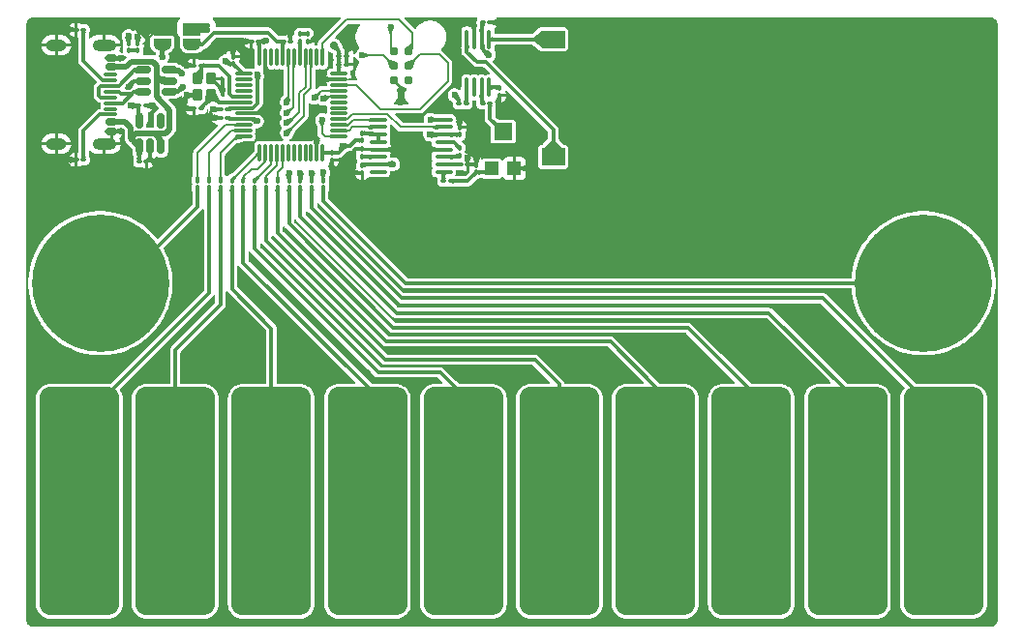
<source format=gbr>
%TF.GenerationSoftware,KiCad,Pcbnew,9.0.3*%
%TF.CreationDate,2025-09-06T00:14:13-07:00*%
%TF.ProjectId,business_card,62757369-6e65-4737-935f-636172642e6b,1.0*%
%TF.SameCoordinates,Original*%
%TF.FileFunction,Copper,L1,Top*%
%TF.FilePolarity,Positive*%
%FSLAX46Y46*%
G04 Gerber Fmt 4.6, Leading zero omitted, Abs format (unit mm)*
G04 Created by KiCad (PCBNEW 9.0.3) date 2025-09-06 00:14:13*
%MOMM*%
%LPD*%
G01*
G04 APERTURE LIST*
G04 Aperture macros list*
%AMRoundRect*
0 Rectangle with rounded corners*
0 $1 Rounding radius*
0 $2 $3 $4 $5 $6 $7 $8 $9 X,Y pos of 4 corners*
0 Add a 4 corners polygon primitive as box body*
4,1,4,$2,$3,$4,$5,$6,$7,$8,$9,$2,$3,0*
0 Add four circle primitives for the rounded corners*
1,1,$1+$1,$2,$3*
1,1,$1+$1,$4,$5*
1,1,$1+$1,$6,$7*
1,1,$1+$1,$8,$9*
0 Add four rect primitives between the rounded corners*
20,1,$1+$1,$2,$3,$4,$5,0*
20,1,$1+$1,$4,$5,$6,$7,0*
20,1,$1+$1,$6,$7,$8,$9,0*
20,1,$1+$1,$8,$9,$2,$3,0*%
%AMFreePoly0*
4,1,23,0.500000,-0.750000,0.000000,-0.750000,0.000000,-0.745722,-0.065263,-0.745722,-0.191342,-0.711940,-0.304381,-0.646677,-0.396677,-0.554381,-0.461940,-0.441342,-0.495722,-0.315263,-0.495722,-0.250000,-0.500000,-0.250000,-0.500000,0.250000,-0.495722,0.250000,-0.495722,0.315263,-0.461940,0.441342,-0.396677,0.554381,-0.304381,0.646677,-0.191342,0.711940,-0.065263,0.745722,0.000000,0.745722,
0.000000,0.750000,0.500000,0.750000,0.500000,-0.750000,0.500000,-0.750000,$1*%
%AMFreePoly1*
4,1,23,0.000000,0.745722,0.065263,0.745722,0.191342,0.711940,0.304381,0.646677,0.396677,0.554381,0.461940,0.441342,0.495722,0.315263,0.495722,0.250000,0.500000,0.250000,0.500000,-0.250000,0.495722,-0.250000,0.495722,-0.315263,0.461940,-0.441342,0.396677,-0.554381,0.304381,-0.646677,0.191342,-0.711940,0.065263,-0.745722,0.000000,-0.745722,0.000000,-0.750000,-0.500000,-0.750000,
-0.500000,0.750000,0.000000,0.750000,0.000000,0.745722,0.000000,0.745722,$1*%
G04 Aperture macros list end*
%TA.AperFunction,SMDPad,CuDef*%
%ADD10RoundRect,0.075000X-0.075000X-0.662500X0.075000X-0.662500X0.075000X0.662500X-0.075000X0.662500X0*%
%TD*%
%TA.AperFunction,SMDPad,CuDef*%
%ADD11RoundRect,0.075000X-0.662500X-0.075000X0.662500X-0.075000X0.662500X0.075000X-0.662500X0.075000X0*%
%TD*%
%TA.AperFunction,SMDPad,CuDef*%
%ADD12R,1.200000X1.200000*%
%TD*%
%TA.AperFunction,SMDPad,CuDef*%
%ADD13R,1.600000X1.500000*%
%TD*%
%TA.AperFunction,HeatsinkPad*%
%ADD14O,1.800000X1.000000*%
%TD*%
%TA.AperFunction,HeatsinkPad*%
%ADD15O,2.100000X1.000000*%
%TD*%
%TA.AperFunction,SMDPad,CuDef*%
%ADD16RoundRect,0.150000X-0.350000X0.150000X-0.350000X-0.150000X0.350000X-0.150000X0.350000X0.150000X0*%
%TD*%
%TA.AperFunction,SMDPad,CuDef*%
%ADD17RoundRect,0.075000X-0.500000X0.075000X-0.500000X-0.075000X0.500000X-0.075000X0.500000X0.075000X0*%
%TD*%
%TA.AperFunction,SMDPad,CuDef*%
%ADD18RoundRect,0.100000X-0.100000X0.130000X-0.100000X-0.130000X0.100000X-0.130000X0.100000X0.130000X0*%
%TD*%
%TA.AperFunction,SMDPad,CuDef*%
%ADD19RoundRect,1.050000X2.450000X-8.950000X2.450000X8.950000X-2.450000X8.950000X-2.450000X-8.950000X0*%
%TD*%
%TA.AperFunction,SMDPad,CuDef*%
%ADD20R,2.000000X1.500000*%
%TD*%
%TA.AperFunction,SMDPad,CuDef*%
%ADD21RoundRect,0.100000X0.100000X-0.130000X0.100000X0.130000X-0.100000X0.130000X-0.100000X-0.130000X0*%
%TD*%
%TA.AperFunction,SMDPad,CuDef*%
%ADD22RoundRect,0.150000X-0.512500X-0.150000X0.512500X-0.150000X0.512500X0.150000X-0.512500X0.150000X0*%
%TD*%
%TA.AperFunction,SMDPad,CuDef*%
%ADD23RoundRect,0.100000X-0.130000X-0.100000X0.130000X-0.100000X0.130000X0.100000X-0.130000X0.100000X0*%
%TD*%
%TA.AperFunction,SMDPad,CuDef*%
%ADD24RoundRect,0.150000X0.150000X-0.512500X0.150000X0.512500X-0.150000X0.512500X-0.150000X-0.512500X0*%
%TD*%
%TA.AperFunction,SMDPad,CuDef*%
%ADD25FreePoly0,270.000000*%
%TD*%
%TA.AperFunction,SMDPad,CuDef*%
%ADD26FreePoly1,270.000000*%
%TD*%
%TA.AperFunction,SMDPad,CuDef*%
%ADD27RoundRect,0.100000X0.130000X0.100000X-0.130000X0.100000X-0.130000X-0.100000X0.130000X-0.100000X0*%
%TD*%
%TA.AperFunction,SMDPad,CuDef*%
%ADD28RoundRect,0.100000X0.637500X0.100000X-0.637500X0.100000X-0.637500X-0.100000X0.637500X-0.100000X0*%
%TD*%
%TA.AperFunction,SMDPad,CuDef*%
%ADD29RoundRect,0.100000X0.100000X-0.712500X0.100000X0.712500X-0.100000X0.712500X-0.100000X-0.712500X0*%
%TD*%
%TA.AperFunction,ConnectorPad*%
%ADD30C,0.787400*%
%TD*%
%TA.AperFunction,SMDPad,CuDef*%
%ADD31C,12.000000*%
%TD*%
%TA.AperFunction,SMDPad,CuDef*%
%ADD32RoundRect,0.102000X-0.323000X0.373000X-0.323000X-0.373000X0.323000X-0.373000X0.323000X0.373000X0*%
%TD*%
%TA.AperFunction,ViaPad*%
%ADD33C,0.600000*%
%TD*%
%TA.AperFunction,ViaPad*%
%ADD34C,0.700000*%
%TD*%
%TA.AperFunction,Conductor*%
%ADD35C,0.300000*%
%TD*%
%TA.AperFunction,Conductor*%
%ADD36C,0.200000*%
%TD*%
%TA.AperFunction,Conductor*%
%ADD37C,0.500000*%
%TD*%
G04 APERTURE END LIST*
D10*
%TO.P,U3,48,VDD*%
%TO.N,+3.3V*%
X196180000Y-71762500D03*
%TO.P,U3,47,VSS*%
%TO.N,GND*%
X196680000Y-71762500D03*
%TO.P,U3,46,PB9*%
%TO.N,unconnected-(U3-PB9-Pad46)*%
X197180000Y-71762500D03*
%TO.P,U3,45,PB8*%
%TO.N,unconnected-(U3-PB8-Pad45)*%
X197680000Y-71762500D03*
%TO.P,U3,44,BOOT0*%
%TO.N,/BOOT*%
X198180000Y-71762500D03*
%TO.P,U3,43,PB7*%
%TO.N,BTN_12*%
X198680000Y-71762500D03*
%TO.P,U3,42,PB6*%
%TO.N,BTN_11*%
X199180000Y-71762500D03*
%TO.P,U3,41,PB5*%
%TO.N,Net-(D2-A)*%
X199680000Y-71762500D03*
%TO.P,U3,40,PB4*%
%TO.N,BTN_10*%
X200180000Y-71762500D03*
%TO.P,U3,39,PB3*%
%TO.N,BTN_09*%
X200680000Y-71762500D03*
%TO.P,U3,38,PA15*%
%TO.N,unconnected-(U3-PA15-Pad38)*%
X201180000Y-71762500D03*
%TO.P,U3,37,PA14*%
%TO.N,SWD_CLK*%
X201680000Y-71762500D03*
D11*
%TO.P,U3,36,VDD_USB*%
%TO.N,+3.3V*%
X203092500Y-73175000D03*
%TO.P,U3,35,VSS*%
%TO.N,GND*%
X203092500Y-73675000D03*
%TO.P,U3,34,PA13*%
%TO.N,SWD_IO*%
X203092500Y-74175000D03*
%TO.P,U3,33,PA12*%
%TO.N,USB_D+*%
X203092500Y-74675000D03*
%TO.P,U3,32,PA11*%
%TO.N,USB_D-*%
X203092500Y-75175000D03*
%TO.P,U3,31,PA10*%
%TO.N,unconnected-(U3-PA10-Pad31)*%
X203092500Y-75675000D03*
%TO.P,U3,30,PA9*%
%TO.N,unconnected-(U3-PA9-Pad30)*%
X203092500Y-76175000D03*
%TO.P,U3,29,PA8*%
%TO.N,unconnected-(U3-PA8-Pad29)*%
X203092500Y-76675000D03*
%TO.P,U3,28,PB15*%
%TO.N,I2S_SD*%
X203092500Y-77175000D03*
%TO.P,U3,27,PB14*%
%TO.N,I2S_MC*%
X203092500Y-77675000D03*
%TO.P,U3,26,PB13*%
%TO.N,I2S_CK*%
X203092500Y-78175000D03*
%TO.P,U3,25,PB12*%
%TO.N,I2S_WS*%
X203092500Y-78675000D03*
D10*
%TO.P,U3,24,VDD*%
%TO.N,+3.3V*%
X201680000Y-80087500D03*
%TO.P,U3,23,VSS*%
%TO.N,GND*%
X201180000Y-80087500D03*
%TO.P,U3,22,PB11*%
%TO.N,unconnected-(U3-PB11-Pad22)*%
X200680000Y-80087500D03*
%TO.P,U3,21,PB10*%
%TO.N,unconnected-(U3-PB10-Pad21)*%
X200180000Y-80087500D03*
%TO.P,U3,20,PB2*%
%TO.N,unconnected-(U3-PB2-Pad20)*%
X199680000Y-80087500D03*
%TO.P,U3,19,PB1*%
%TO.N,unconnected-(U3-PB1-Pad19)*%
X199180000Y-80087500D03*
%TO.P,U3,18,PB0*%
%TO.N,unconnected-(U3-PB0-Pad18)*%
X198680000Y-80087500D03*
%TO.P,U3,17,PA7*%
%TO.N,BTN_08*%
X198180000Y-80087500D03*
%TO.P,U3,16,PA6*%
%TO.N,BTN_07*%
X197680000Y-80087500D03*
%TO.P,U3,15,PA5*%
%TO.N,BTN_06*%
X197180000Y-80087500D03*
%TO.P,U3,14,PA4*%
%TO.N,BTN_05*%
X196680000Y-80087500D03*
%TO.P,U3,13,PA3*%
%TO.N,BTN_04*%
X196180000Y-80087500D03*
D11*
%TO.P,U3,12,PA2*%
%TO.N,BTN_03*%
X194767500Y-78675000D03*
%TO.P,U3,11,PA1*%
%TO.N,BTN_02*%
X194767500Y-78175000D03*
%TO.P,U3,10,PA0*%
%TO.N,BTN_01*%
X194767500Y-77675000D03*
%TO.P,U3,9,VDDA*%
%TO.N,+3.3V*%
X194767500Y-77175000D03*
%TO.P,U3,8,VSSA*%
%TO.N,GND*%
X194767500Y-76675000D03*
%TO.P,U3,7,NRST*%
%TO.N,SWD_NRST*%
X194767500Y-76175000D03*
%TO.P,U3,6,PH1*%
%TO.N,OSC_OUT*%
X194767500Y-75675000D03*
%TO.P,U3,5,PH0*%
%TO.N,OSC_IN*%
X194767500Y-75175000D03*
%TO.P,U3,4,PC15*%
%TO.N,unconnected-(U3-PC15-Pad4)*%
X194767500Y-74675000D03*
%TO.P,U3,3,PC14*%
%TO.N,unconnected-(U3-PC14-Pad3)*%
X194767500Y-74175000D03*
%TO.P,U3,2,PC13*%
%TO.N,unconnected-(U3-PC13-Pad2)*%
X194767500Y-73675000D03*
%TO.P,U3,1,VDD*%
%TO.N,+3.3V*%
X194767500Y-73175000D03*
%TD*%
D12*
%TO.P,RV1,3,3*%
%TO.N,GND*%
X218465000Y-81487500D03*
D13*
%TO.P,RV1,2,2*%
%TO.N,/IN+_vk*%
X217465000Y-78237500D03*
D12*
%TO.P,RV1,1,1*%
%TO.N,LINEVOUTL_OUT*%
X216465000Y-81487500D03*
%TD*%
D14*
%TO.P,J1,S1,SHIELD*%
%TO.N,GND*%
X178400000Y-79332500D03*
D15*
X182580000Y-79332500D03*
D14*
X178400000Y-70692500D03*
D15*
X182580000Y-70692500D03*
D16*
%TO.P,J1,B12,GND*%
X183240000Y-71812500D03*
%TO.P,J1,B9,VBUS*%
%TO.N,+5V*%
X183240000Y-72612500D03*
D17*
%TO.P,J1,B8*%
%TO.N,N/C*%
X183155000Y-73262500D03*
%TO.P,J1,B7,D-*%
%TO.N,/USB_DN_r*%
X183155000Y-74262500D03*
%TO.P,J1,B6,D+*%
%TO.N,/USB_DP_r*%
X183155000Y-75762500D03*
%TO.P,J1,B5,CC2*%
%TO.N,/USB_CC2*%
X183155000Y-76762500D03*
D16*
%TO.P,J1,B4,VBUS*%
%TO.N,+5V*%
X183240000Y-77412500D03*
%TO.P,J1,B1,GND*%
%TO.N,GND*%
X183240000Y-78212500D03*
%TO.P,J1,A12,GND*%
X183240000Y-78212500D03*
%TO.P,J1,A9,VBUS*%
%TO.N,+5V*%
X183240000Y-77412500D03*
D17*
%TO.P,J1,A8*%
%TO.N,N/C*%
X183155000Y-76262500D03*
%TO.P,J1,A7,D-*%
%TO.N,/USB_DN_r*%
X183155000Y-75262500D03*
%TO.P,J1,A6,D+*%
%TO.N,/USB_DP_r*%
X183155000Y-74762500D03*
%TO.P,J1,A5,CC1*%
%TO.N,/USB_CC1*%
X183155000Y-73762500D03*
D16*
%TO.P,J1,A4,VBUS*%
%TO.N,+5V*%
X183240000Y-72612500D03*
%TO.P,J1,A1,GND*%
%TO.N,GND*%
X183240000Y-71812500D03*
%TD*%
D18*
%TO.P,R6,1*%
%TO.N,BTN_03*%
X192750000Y-82525000D03*
%TO.P,R6,2*%
%TO.N,/TOUCH_r3*%
X192750000Y-83165000D03*
%TD*%
D19*
%TO.P,J10,1,Pin_1*%
%TO.N,/TOUCH_r8*%
X239200000Y-110625000D03*
%TD*%
D18*
%TO.P,R12,1*%
%TO.N,BTN_08*%
X197750000Y-82525000D03*
%TO.P,R12,2*%
%TO.N,/TOUCH_r7*%
X197750000Y-83165000D03*
%TD*%
D19*
%TO.P,J4,1,Pin_1*%
%TO.N,/TOUCH_r3*%
X188800000Y-110625000D03*
%TD*%
%TO.P,J5,1,Pin_1*%
%TO.N,/TOUCH_r4*%
X197200000Y-110625000D03*
%TD*%
D20*
%TO.P,LS1,1,1*%
%TO.N,Net-(U5-VO+)*%
X221865000Y-70162500D03*
%TO.P,LS1,2,2*%
%TO.N,Net-(U5-VO-)*%
X221865000Y-80462500D03*
%TD*%
D21*
%TO.P,C20,1*%
%TO.N,GND*%
X217115000Y-75082500D03*
%TO.P,C20,2*%
%TO.N,Net-(U5-IN-)*%
X217115000Y-74442500D03*
%TD*%
D22*
%TO.P,U2,1,I/O1*%
%TO.N,/USB_DN_r*%
X186015000Y-72862500D03*
%TO.P,U2,2,GND*%
%TO.N,GND*%
X186015000Y-73812500D03*
%TO.P,U2,3,I/O2*%
%TO.N,/USB_DP_r*%
X186015000Y-74762500D03*
%TO.P,U2,4,I/O2*%
%TO.N,USB_D+*%
X188290000Y-74762500D03*
%TO.P,U2,5,VBUS*%
%TO.N,+5V*%
X188290000Y-73812500D03*
%TO.P,U2,6,I/O1*%
%TO.N,USB_D-*%
X188290000Y-72862500D03*
%TD*%
D23*
%TO.P,C16,1*%
%TO.N,Net-(U6-CPVOUTN)*%
X213730000Y-81112500D03*
%TO.P,C16,2*%
%TO.N,GND*%
X214370000Y-81112500D03*
%TD*%
D24*
%TO.P,U4,1,IN*%
%TO.N,+5V*%
X185657500Y-79550000D03*
%TO.P,U4,2,GND*%
%TO.N,GND*%
X186607500Y-79550000D03*
%TO.P,U4,3,EN*%
%TO.N,+5V*%
X187557500Y-79550000D03*
%TO.P,U4,4,NC*%
%TO.N,unconnected-(U4-NC-Pad4)*%
X187557500Y-77275000D03*
%TO.P,U4,5,OUT*%
%TO.N,+3.3V*%
X185657500Y-77275000D03*
%TD*%
D25*
%TO.P,JP1,1,A*%
%TO.N,GND*%
X187665000Y-69312500D03*
D26*
%TO.P,JP1,2,B*%
%TO.N,SWD_NRST*%
X187665000Y-70612500D03*
%TD*%
D18*
%TO.P,C18,1*%
%TO.N,Net-(U6-CPCA)*%
X213665000Y-79692500D03*
%TO.P,C18,2*%
%TO.N,Net-(U6-CPCB)*%
X213665000Y-80332500D03*
%TD*%
%TO.P,R11,1*%
%TO.N,BTN_07*%
X196750000Y-82525000D03*
%TO.P,R11,2*%
%TO.N,/TOUCH_r*%
X196750000Y-83165000D03*
%TD*%
%TO.P,R13,1*%
%TO.N,BTN_09*%
X198750000Y-82550000D03*
%TO.P,R13,2*%
%TO.N,/TOUCH_r8*%
X198750000Y-83190000D03*
%TD*%
D21*
%TO.P,R20,1*%
%TO.N,GND*%
X200400000Y-70345000D03*
%TO.P,R20,2*%
%TO.N,/LED_G_IO*%
X200400000Y-69705000D03*
%TD*%
D18*
%TO.P,R7,1*%
%TO.N,BTN_04*%
X193750000Y-82525000D03*
%TO.P,R7,2*%
%TO.N,/TOUCH_r4*%
X193750000Y-83165000D03*
%TD*%
D23*
%TO.P,C8,1*%
%TO.N,+5V*%
X185645000Y-80862500D03*
%TO.P,C8,2*%
%TO.N,GND*%
X186285000Y-80862500D03*
%TD*%
D27*
%TO.P,C1,1*%
%TO.N,SWD_NRST*%
X193380000Y-76312500D03*
%TO.P,C1,2*%
%TO.N,GND*%
X192740000Y-76312500D03*
%TD*%
%TO.P,C11,1*%
%TO.N,OSC_OUT*%
X191070000Y-76237500D03*
%TO.P,C11,2*%
%TO.N,GND*%
X190430000Y-76237500D03*
%TD*%
D23*
%TO.P,C6,1*%
%TO.N,GND*%
X192750000Y-77062500D03*
%TO.P,C6,2*%
%TO.N,+3.3V*%
X193390000Y-77062500D03*
%TD*%
%TO.P,C9,1*%
%TO.N,+3.3V*%
X185575000Y-75962500D03*
%TO.P,C9,2*%
%TO.N,GND*%
X186215000Y-75962500D03*
%TD*%
D18*
%TO.P,R17,1*%
%TO.N,BTN_12*%
X201750000Y-82555000D03*
%TO.P,R17,2*%
%TO.N,/TOUCH_r11*%
X201750000Y-83195000D03*
%TD*%
D21*
%TO.P,R19,1*%
%TO.N,+3.3V*%
X205165000Y-79032500D03*
%TO.P,R19,2*%
%TO.N,Net-(U6-AIFMODE)*%
X205165000Y-78392500D03*
%TD*%
D19*
%TO.P,J6,1,Pin_1*%
%TO.N,/TOUCH_r5*%
X205600000Y-110625000D03*
%TD*%
D27*
%TO.P,C7,1*%
%TO.N,GND*%
X203767500Y-71625000D03*
%TO.P,C7,2*%
%TO.N,+3.3V*%
X203127500Y-71625000D03*
%TD*%
D19*
%TO.P,J8,1,Pin_1*%
%TO.N,/TOUCH_r*%
X222400000Y-110625000D03*
%TD*%
D18*
%TO.P,C15,1*%
%TO.N,+3.3V*%
X205165000Y-81212500D03*
%TO.P,C15,2*%
%TO.N,GND*%
X205165000Y-81852500D03*
%TD*%
D21*
%TO.P,C3,1*%
%TO.N,GND*%
X202467500Y-80750000D03*
%TO.P,C3,2*%
%TO.N,+3.3V*%
X202467500Y-80110000D03*
%TD*%
D28*
%TO.P,U6,1,LINEVOUTL*%
%TO.N,LINEVOUTL*%
X212290000Y-81762500D03*
%TO.P,U6,2,CPVOUTN*%
%TO.N,Net-(U6-CPVOUTN)*%
X212290000Y-81112500D03*
%TO.P,U6,3,CPCB*%
%TO.N,Net-(U6-CPCB)*%
X212290000Y-80462500D03*
%TO.P,U6,4,LINEGND*%
%TO.N,GND*%
X212290000Y-79812500D03*
%TO.P,U6,5,CPCA*%
%TO.N,Net-(U6-CPCA)*%
X212290000Y-79162500D03*
%TO.P,U6,6,LINEVDD*%
%TO.N,+3.3V*%
X212290000Y-78512500D03*
%TO.P,U6,7,DACDAT*%
%TO.N,I2S_SD*%
X212290000Y-77862500D03*
%TO.P,U6,8,LRCLK*%
%TO.N,I2S_WS*%
X212290000Y-77212500D03*
%TO.P,U6,9,BCLK*%
%TO.N,I2S_MC*%
X206565000Y-77212500D03*
%TO.P,U6,10,MCLK*%
%TO.N,I2S_CK*%
X206565000Y-77862500D03*
%TO.P,U6,11,~{MUTE}*%
%TO.N,Net-(U6-AIFMODE)*%
X206565000Y-78512500D03*
%TO.P,U6,12,AIFMODE*%
X206565000Y-79162500D03*
%TO.P,U6,13,AGND*%
%TO.N,GND*%
X206565000Y-79812500D03*
%TO.P,U6,14,VMID*%
%TO.N,Net-(U6-VMID)*%
X206565000Y-80462500D03*
%TO.P,U6,15,AVDD*%
%TO.N,+3.3V*%
X206565000Y-81112500D03*
%TO.P,U6,16,LINEVOUTR*%
%TO.N,unconnected-(U6-LINEVOUTR-Pad16)*%
X206565000Y-81762500D03*
%TD*%
D29*
%TO.P,U5,1,~{SD}*%
%TO.N,Net-(U5-~{SD})*%
X214315000Y-74387500D03*
%TO.P,U5,2*%
%TO.N,N/C*%
X214965000Y-74387500D03*
%TO.P,U5,3,IN+*%
%TO.N,Net-(U5-IN+)*%
X215615000Y-74387500D03*
%TO.P,U5,4,IN-*%
%TO.N,Net-(U5-IN-)*%
X216265000Y-74387500D03*
%TO.P,U5,5,VO+*%
%TO.N,Net-(U5-VO+)*%
X216265000Y-70162500D03*
%TO.P,U5,6,VDD*%
%TO.N,+3.3V*%
X215615000Y-70162500D03*
%TO.P,U5,7,GND*%
%TO.N,GND*%
X214965000Y-70162500D03*
%TO.P,U5,8,VO-*%
%TO.N,Net-(U5-VO-)*%
X214315000Y-70162500D03*
%TD*%
D18*
%TO.P,C5,1*%
%TO.N,GND*%
X193865000Y-71692500D03*
%TO.P,C5,2*%
%TO.N,+3.3V*%
X193865000Y-72332500D03*
%TD*%
D21*
%TO.P,C14,1*%
%TO.N,+3.3V*%
X213665000Y-78532500D03*
%TO.P,C14,2*%
%TO.N,GND*%
X213665000Y-77892500D03*
%TD*%
D27*
%TO.P,C4,1*%
%TO.N,GND*%
X203765000Y-72375000D03*
%TO.P,C4,2*%
%TO.N,+3.3V*%
X203125000Y-72375000D03*
%TD*%
%TO.P,R2,1*%
%TO.N,/USB_CC1*%
X180770000Y-69325000D03*
%TO.P,R2,2*%
%TO.N,GND*%
X180130000Y-69325000D03*
%TD*%
D18*
%TO.P,R10,1*%
%TO.N,BTN_06*%
X195750000Y-82525000D03*
%TO.P,R10,2*%
%TO.N,/TOUCH_r6*%
X195750000Y-83165000D03*
%TD*%
D19*
%TO.P,J12,1,Pin_1*%
%TO.N,/TOUCH_r10*%
X256000000Y-110625000D03*
%TD*%
D18*
%TO.P,R9,1*%
%TO.N,BTN_05*%
X194750000Y-82525000D03*
%TO.P,R9,2*%
%TO.N,/TOUCH_r5*%
X194750000Y-83165000D03*
%TD*%
D30*
%TO.P,U1,1,VCC*%
%TO.N,+3.3V*%
X207920000Y-71232500D03*
%TO.P,U1,2,SWDIO*%
%TO.N,SWD_CLK*%
X209190000Y-71232500D03*
%TO.P,U1,3,~{RESET}*%
%TO.N,SWD_NRST*%
X207920000Y-72502500D03*
%TO.P,U1,4,SWCLK*%
%TO.N,SWD_IO*%
X209190000Y-72502500D03*
%TO.P,U1,5,GND*%
%TO.N,GND*%
X207920000Y-73772500D03*
%TO.P,U1,6,SWO*%
%TO.N,unconnected-(U1-SWO-Pad6)*%
X209190000Y-73772500D03*
%TD*%
D31*
%TO.P,J2,1,Pin_1*%
%TO.N,/TOUCH_r1*%
X182250000Y-91525000D03*
%TD*%
D21*
%TO.P,C19,1*%
%TO.N,Net-(U6-VMID)*%
X205165000Y-80432500D03*
%TO.P,C19,2*%
%TO.N,GND*%
X205165000Y-79792500D03*
%TD*%
%TO.P,C12,1*%
%TO.N,LINEVOUTL_OUT*%
X215165000Y-81832500D03*
%TO.P,C12,2*%
%TO.N,GND*%
X215165000Y-81192500D03*
%TD*%
D27*
%TO.P,R1,1*%
%TO.N,/USB_CC2*%
X180780000Y-80712500D03*
%TO.P,R1,2*%
%TO.N,GND*%
X180140000Y-80712500D03*
%TD*%
D21*
%TO.P,D1,1,K*%
%TO.N,/LED_G*%
X184715000Y-71140000D03*
%TO.P,D1,2,A*%
%TO.N,+3.3V*%
X184715000Y-70500000D03*
%TD*%
D23*
%TO.P,R16,1*%
%TO.N,LINEVOUTL*%
X212260000Y-82600000D03*
%TO.P,R16,2*%
%TO.N,LINEVOUTL_OUT*%
X212900000Y-82600000D03*
%TD*%
D18*
%TO.P,R14,1*%
%TO.N,BTN_10*%
X199750000Y-82550000D03*
%TO.P,R14,2*%
%TO.N,/TOUCH_r9*%
X199750000Y-83190000D03*
%TD*%
%TO.P,R5,1*%
%TO.N,BTN_02*%
X191750000Y-82525000D03*
%TO.P,R5,2*%
%TO.N,/TOUCH_r2*%
X191750000Y-83165000D03*
%TD*%
D19*
%TO.P,J9,1,Pin_1*%
%TO.N,/TOUCH_r7*%
X230800000Y-110625000D03*
%TD*%
%TO.P,J7,1,Pin_1*%
%TO.N,/TOUCH_r6*%
X214000000Y-110625000D03*
%TD*%
D27*
%TO.P,C17,1*%
%TO.N,/IN+_vk*%
X216335000Y-75812500D03*
%TO.P,C17,2*%
%TO.N,Net-(U5-IN+)*%
X215695000Y-75812500D03*
%TD*%
D18*
%TO.P,D2,1,K*%
%TO.N,/LED_G_IO*%
X199700000Y-69705000D03*
%TO.P,D2,2,A*%
%TO.N,Net-(D2-A)*%
X199700000Y-70345000D03*
%TD*%
D19*
%TO.P,J11,1,Pin_1*%
%TO.N,/TOUCH_r9*%
X247600000Y-110625000D03*
%TD*%
%TO.P,J3,1,Pin_1*%
%TO.N,/TOUCH_r2*%
X180400000Y-110625000D03*
%TD*%
D25*
%TO.P,JP2,1,A*%
%TO.N,+3.3V*%
X190265000Y-69312500D03*
D26*
%TO.P,JP2,2,B*%
%TO.N,/BOOT*%
X190265000Y-70612500D03*
%TD*%
D27*
%TO.P,R3,1*%
%TO.N,GND*%
X198885000Y-70362500D03*
%TO.P,R3,2*%
%TO.N,/BOOT*%
X198245000Y-70362500D03*
%TD*%
D18*
%TO.P,R4,1*%
%TO.N,BTN_01*%
X190750000Y-82525000D03*
%TO.P,R4,2*%
%TO.N,/TOUCH_r1*%
X190750000Y-83165000D03*
%TD*%
D23*
%TO.P,C2,1*%
%TO.N,GND*%
X195445000Y-70362500D03*
%TO.P,C2,2*%
%TO.N,+3.3V*%
X196085000Y-70362500D03*
%TD*%
D27*
%TO.P,C10,1*%
%TO.N,OSC_IN*%
X191080000Y-72462500D03*
%TO.P,C10,2*%
%TO.N,GND*%
X190440000Y-72462500D03*
%TD*%
D31*
%TO.P,J13,1,Pin_1*%
%TO.N,/TOUCH_r11*%
X254250000Y-91525000D03*
%TD*%
D18*
%TO.P,R15,1*%
%TO.N,BTN_11*%
X200750000Y-82550000D03*
%TO.P,R15,2*%
%TO.N,/TOUCH_r10*%
X200750000Y-83190000D03*
%TD*%
D32*
%TO.P,Y1,1,1*%
%TO.N,OSC_IN*%
X190780000Y-73612500D03*
%TO.P,Y1,2,2*%
%TO.N,GND*%
X190780000Y-75062500D03*
%TO.P,Y1,3,3*%
%TO.N,OSC_OUT*%
X191930000Y-75062500D03*
%TO.P,Y1,4,4*%
%TO.N,GND*%
X191930000Y-73612500D03*
%TD*%
D23*
%TO.P,C13,1*%
%TO.N,+3.3V*%
X215695000Y-68712500D03*
%TO.P,C13,2*%
%TO.N,GND*%
X216335000Y-68712500D03*
%TD*%
D18*
%TO.P,R8,1*%
%TO.N,GND*%
X185500000Y-70505000D03*
%TO.P,R8,2*%
%TO.N,/LED_G*%
X185500000Y-71145000D03*
%TD*%
D23*
%TO.P,R18,1*%
%TO.N,+3.3V*%
X213595000Y-75812500D03*
%TO.P,R18,2*%
%TO.N,Net-(U5-~{SD})*%
X214235000Y-75812500D03*
%TD*%
D33*
%TO.N,GND*%
X197075000Y-76227500D03*
X196781800Y-72957245D03*
X201865000Y-73712500D03*
X201165000Y-78962500D03*
D34*
X194500000Y-68725000D03*
X259950000Y-79925000D03*
D33*
X215165000Y-80507500D03*
X189780000Y-76212500D03*
X185515000Y-69907500D03*
X214365000Y-80512500D03*
X184115000Y-71812500D03*
D34*
X256500000Y-69325000D03*
X199550000Y-68725000D03*
D33*
X204350000Y-81852500D03*
D34*
X176450000Y-78975000D03*
D33*
X179465000Y-80712500D03*
D34*
X258850000Y-99425000D03*
D33*
X192082500Y-77050000D03*
D34*
X192850000Y-95425000D03*
X219050000Y-99425000D03*
D33*
X194815000Y-70362500D03*
D34*
X249250000Y-99425000D03*
X214550000Y-99425000D03*
D33*
X189795000Y-75062500D03*
D34*
X234450000Y-69325000D03*
D33*
X211115000Y-79812500D03*
D34*
X236150000Y-99425000D03*
X223350000Y-99425000D03*
X210200000Y-85325000D03*
X186550000Y-85325000D03*
D33*
X198850000Y-69525000D03*
D34*
X259950000Y-69325000D03*
X215250000Y-85325000D03*
X220300000Y-85325000D03*
X181750000Y-99425000D03*
X186650000Y-99425000D03*
D33*
X186365000Y-69312500D03*
X189780000Y-72462500D03*
X213665000Y-77257500D03*
D34*
X176450000Y-85325000D03*
X225350000Y-85325000D03*
X177250000Y-99425000D03*
D33*
X192062500Y-76297078D03*
D34*
X229900000Y-79875000D03*
D33*
X217015000Y-68712500D03*
D34*
X176450000Y-73925000D03*
X259950000Y-73875000D03*
X240500000Y-69325000D03*
D33*
X194050000Y-80725000D03*
D34*
X245900000Y-69325000D03*
D33*
X217065000Y-75762500D03*
D34*
X254350000Y-99425000D03*
D33*
X187000000Y-80925000D03*
X219565000Y-81462500D03*
D34*
X205150000Y-85325000D03*
D33*
X207815000Y-79812500D03*
D34*
X190750000Y-99425000D03*
D33*
X186852500Y-75962500D03*
D34*
X239650000Y-99425000D03*
X198650000Y-95425000D03*
X189950000Y-89425000D03*
X229900000Y-69275000D03*
X231650000Y-99425000D03*
D33*
X193865000Y-71012500D03*
D34*
X229900000Y-85275000D03*
X176450000Y-68875000D03*
X204150000Y-70725000D03*
X251950000Y-69325000D03*
X229900000Y-73825000D03*
D33*
X184691105Y-74331502D03*
D34*
X195250000Y-99425000D03*
D33*
X202467500Y-81410000D03*
D34*
X244150000Y-99425000D03*
X259950000Y-85325000D03*
D33*
X208545000Y-75662500D03*
X192915000Y-74607246D03*
D34*
X205550000Y-99425000D03*
X201150000Y-99425000D03*
D33*
X184165000Y-78212500D03*
X214911601Y-68804820D03*
X204250000Y-80525000D03*
D34*
X227850000Y-99425000D03*
D33*
X179450000Y-69325000D03*
X201350000Y-69625000D03*
%TO.N,+3.3V*%
X203450000Y-79500000D03*
X207865000Y-81112500D03*
X213233450Y-75062500D03*
D34*
X202650000Y-70725000D03*
D33*
X191565000Y-69312500D03*
X184715000Y-69890000D03*
X207645000Y-69062500D03*
X196715000Y-70312500D03*
X211075000Y-78525000D03*
X195948658Y-77348728D03*
X184900000Y-75962500D03*
X216250000Y-71525000D03*
X193184947Y-72092553D03*
%TO.N,BTN_12*%
X198549000Y-75675000D03*
X201750000Y-81825000D03*
%TO.N,BTN_11*%
X200750000Y-81850000D03*
X198545009Y-76603219D03*
%TO.N,BTN_10*%
X198550000Y-77475000D03*
X199750000Y-81850000D03*
%TO.N,BTN_09*%
X198550000Y-78375000D03*
X198750607Y-81891261D03*
%TO.N,USB_D+*%
X189453864Y-74338877D03*
X200966769Y-75309285D03*
%TO.N,USB_D-*%
X201765000Y-75362500D03*
X189388299Y-73160049D03*
%TO.N,I2S_WS*%
X201650000Y-77225000D03*
X211115000Y-77212500D03*
%TO.N,SWD_NRST*%
X187665000Y-71762500D03*
X205153017Y-71558453D03*
X196004919Y-73266394D03*
%TD*%
D35*
%TO.N,GND*%
X197075000Y-76227500D02*
X196627500Y-76675000D01*
X196627500Y-76675000D02*
X194767500Y-76675000D01*
X196680000Y-72855445D02*
X196781800Y-72957245D01*
X196680000Y-71762500D02*
X196680000Y-72855445D01*
X203092500Y-73675000D02*
X201902500Y-73675000D01*
X201902500Y-73675000D02*
X201865000Y-73712500D01*
X201180000Y-78977500D02*
X201165000Y-78962500D01*
X201180000Y-80087500D02*
X201180000Y-78977500D01*
X214965000Y-70162500D02*
X214965000Y-68858219D01*
X186607500Y-80540000D02*
X186615000Y-80540000D01*
X190440000Y-72462500D02*
X189780000Y-72462500D01*
X200630000Y-70345000D02*
X201350000Y-69625000D01*
D36*
X208545000Y-74397500D02*
X208545000Y-75662500D01*
D35*
X218465000Y-81487500D02*
X219540000Y-81487500D01*
X200400000Y-70345000D02*
X200630000Y-70345000D01*
%TO.N,+3.3V*%
X194767500Y-77175000D02*
X193502500Y-77175000D01*
X206565000Y-81112500D02*
X205265000Y-81112500D01*
X213665000Y-78532500D02*
X212310000Y-78532500D01*
X193865000Y-72332500D02*
X193424894Y-72332500D01*
X212290000Y-78512500D02*
X211087500Y-78512500D01*
X203127500Y-71625000D02*
X203127500Y-72372500D01*
X203127500Y-71202500D02*
X202650000Y-70725000D01*
D36*
X207920000Y-71232500D02*
X207645000Y-70957500D01*
D35*
X203127500Y-71625000D02*
X203127500Y-71202500D01*
X204535000Y-79040000D02*
X204535000Y-79032500D01*
X185575000Y-77192500D02*
X185575000Y-75962500D01*
X206565000Y-81112500D02*
X207865000Y-81112500D01*
X203450000Y-79777500D02*
X203117500Y-80110000D01*
X196180000Y-71762500D02*
X196180000Y-70457500D01*
X203450000Y-79500000D02*
X203450000Y-79777500D01*
X194767500Y-73175000D02*
X194707500Y-73175000D01*
X204075000Y-79500000D02*
X204535000Y-79040000D01*
X195774930Y-77175000D02*
X195948658Y-77348728D01*
X204535000Y-79032500D02*
X205165000Y-79032500D01*
X196085000Y-70362500D02*
X196665000Y-70362500D01*
X215615000Y-70162500D02*
X215615000Y-70974999D01*
X213595000Y-75424050D02*
X213233450Y-75062500D01*
%TO.N,GND*%
X198885000Y-69560000D02*
X198850000Y-69525000D01*
%TO.N,+3.3V*%
X193424894Y-72332500D02*
X193184947Y-72092553D01*
X203117500Y-80110000D02*
X202467500Y-80110000D01*
D36*
X207645000Y-70957500D02*
X207645000Y-69062500D01*
D35*
X203127500Y-72372500D02*
X203125000Y-72375000D01*
X185575000Y-75962500D02*
X184900000Y-75962500D01*
X215615000Y-70162500D02*
X215615000Y-68792500D01*
X215615000Y-70974999D02*
X216165001Y-71525000D01*
X196180000Y-70457500D02*
X196085000Y-70362500D01*
X203450000Y-79500000D02*
X204075000Y-79500000D01*
X201702500Y-80110000D02*
X201680000Y-80087500D01*
X216165001Y-71525000D02*
X216250000Y-71525000D01*
X205265000Y-81112500D02*
X205165000Y-81212500D01*
X193502500Y-77175000D02*
X193390000Y-77062500D01*
X215615000Y-68792500D02*
X215695000Y-68712500D01*
%TO.N,Net-(U6-AIFMODE)*%
X206565000Y-78512500D02*
X205827501Y-78512500D01*
X205707501Y-78392500D02*
X205165000Y-78392500D01*
X205827501Y-78512500D02*
X205707501Y-78392500D01*
X206565000Y-79162500D02*
X206565000Y-78512500D01*
D36*
%TO.N,SWD_CLK*%
X209495000Y-70927500D02*
X209495000Y-69570000D01*
X203758451Y-68424050D02*
X201680000Y-70502501D01*
D35*
%TO.N,Net-(U5-~{SD})*%
X214235000Y-74467500D02*
X214315000Y-74387500D01*
X214235000Y-75812500D02*
X214235000Y-74467500D01*
D36*
%TO.N,BTN_09*%
X198750000Y-81891868D02*
X198750607Y-81891261D01*
X198750000Y-82558131D02*
X198750000Y-81891868D01*
X200050000Y-76875000D02*
X200050000Y-75025000D01*
X200680000Y-74395000D02*
X200680000Y-71762500D01*
X198550000Y-78375000D02*
X198600000Y-78325000D01*
X200050000Y-75025000D02*
X200680000Y-74395000D01*
X198600000Y-78325000D02*
X198600000Y-78275000D01*
X198550000Y-78375000D02*
X200050000Y-76875000D01*
%TO.N,SWD_CLK*%
X209495000Y-69570000D02*
X208349050Y-68424050D01*
X208349050Y-68424050D02*
X203758451Y-68424050D01*
X209190000Y-71232500D02*
X209495000Y-70927500D01*
X201680000Y-70502501D02*
X201680000Y-71762500D01*
%TO.N,SWD_IO*%
X204646324Y-74175000D02*
X203092500Y-74175000D01*
X210180000Y-71512500D02*
X211937500Y-71512500D01*
X211937500Y-71512500D02*
X212633450Y-72208450D01*
X209190000Y-72502500D02*
X210180000Y-71512500D01*
X212633450Y-72208450D02*
X212633450Y-73816550D01*
X210186500Y-76263500D02*
X206734824Y-76263500D01*
X206734824Y-76263500D02*
X204646324Y-74175000D01*
X212633450Y-73816550D02*
X210186500Y-76263500D01*
%TO.N,USB_D+*%
X203092500Y-74675000D02*
X201601054Y-74675000D01*
D35*
X189030241Y-74762500D02*
X189453864Y-74338877D01*
D36*
X201601054Y-74675000D02*
X200966769Y-75309285D01*
D35*
X188290000Y-74762500D02*
X189030241Y-74762500D01*
D36*
X203092500Y-74675000D02*
X203067501Y-74699999D01*
%TO.N,USB_D-*%
X201927500Y-75175000D02*
X203092500Y-75175000D01*
X203092500Y-75175000D02*
X203067501Y-75150001D01*
X201765000Y-75362500D02*
X201765000Y-75337500D01*
D35*
X189090750Y-72862500D02*
X189388299Y-73160049D01*
D36*
X201765000Y-75337500D02*
X201927500Y-75175000D01*
D35*
X188290000Y-72862500D02*
X189090750Y-72862500D01*
D36*
%TO.N,I2S_MC*%
X204393424Y-77212500D02*
X203930924Y-77675000D01*
X206565000Y-77212500D02*
X204393424Y-77212500D01*
X203930924Y-77675000D02*
X203092500Y-77675000D01*
%TO.N,I2S_SD*%
X212290000Y-77862500D02*
X208522370Y-77862500D01*
X207371370Y-76711500D02*
X204327324Y-76711500D01*
X204327324Y-76711500D02*
X203863824Y-77175000D01*
X203863824Y-77175000D02*
X203092500Y-77175000D01*
X208522370Y-77862500D02*
X207371370Y-76711500D01*
%TO.N,I2S_WS*%
X201650000Y-77225000D02*
X201650000Y-78413005D01*
X201911995Y-78675000D02*
X203092500Y-78675000D01*
X211115000Y-77212500D02*
X212290000Y-77212500D01*
X201650000Y-78413005D02*
X201911995Y-78675000D01*
D35*
%TO.N,/LED_G_IO*%
X199700000Y-69705000D02*
X200400000Y-69705000D01*
D36*
%TO.N,I2S_CK*%
X204310524Y-77862500D02*
X203998024Y-78175000D01*
X206565000Y-77862500D02*
X204310524Y-77862500D01*
X203998024Y-78175000D02*
X203092500Y-78175000D01*
%TO.N,SWD_NRST*%
X206980000Y-71562500D02*
X205157064Y-71562500D01*
D35*
X194767500Y-76175000D02*
X193517500Y-76175000D01*
X195965000Y-73306313D02*
X196004919Y-73266394D01*
X187665000Y-71762500D02*
X187665000Y-70612500D01*
X194767500Y-76175000D02*
X195581250Y-76175000D01*
D36*
X207920000Y-72502500D02*
X206980000Y-71562500D01*
D35*
X193517500Y-76175000D02*
X193380000Y-76312500D01*
X196004919Y-75751331D02*
X196004919Y-73266394D01*
X195581250Y-76175000D02*
X196004919Y-75751331D01*
%TO.N,/TOUCH_r1*%
X182250000Y-91525000D02*
X184050000Y-91525000D01*
X190750000Y-84825000D02*
X190750000Y-83165000D01*
X184050000Y-91525000D02*
X190750000Y-84825000D01*
%TO.N,/TOUCH_r2*%
X191750000Y-92350927D02*
X180400000Y-103700927D01*
X180400000Y-103700927D02*
X180400000Y-110625000D01*
X191750000Y-83165000D02*
X191750000Y-92350927D01*
%TO.N,/TOUCH_r3*%
X192750000Y-93425000D02*
X188800000Y-97375000D01*
X192750000Y-83165000D02*
X192750000Y-93425000D01*
X188800000Y-97375000D02*
X188800000Y-110625000D01*
%TO.N,/TOUCH_r4*%
X197200000Y-95475000D02*
X197200000Y-110625000D01*
X193750000Y-83165000D02*
X193750000Y-92025000D01*
X193750000Y-92025000D02*
X197200000Y-95475000D01*
%TO.N,/TOUCH_r5*%
X205600000Y-100575000D02*
X205600000Y-110625000D01*
%TO.N,/USB_DN_r*%
X183839453Y-74262500D02*
X183155000Y-74262500D01*
%TO.N,/USB_CC2*%
X180780000Y-78175781D02*
X180780000Y-80712500D01*
X183155000Y-76762500D02*
X182193281Y-76762500D01*
X182193281Y-76762500D02*
X180780000Y-78175781D01*
%TO.N,/TOUCH_r*%
X207150000Y-98225000D02*
X220250000Y-98225000D01*
X222400000Y-100375000D02*
X222400000Y-110625000D01*
X196750000Y-83165000D02*
X196750000Y-87825000D01*
X220250000Y-98225000D02*
X222400000Y-100375000D01*
X196750000Y-87825000D02*
X207150000Y-98225000D01*
%TO.N,/BOOT*%
X196905308Y-69582154D02*
X192216000Y-69582154D01*
X192216000Y-69582154D02*
X191185654Y-70612500D01*
X197685654Y-70362500D02*
X196905308Y-69582154D01*
X198180000Y-70427500D02*
X198245000Y-70362500D01*
X198245000Y-70362500D02*
X197685654Y-70362500D01*
X198180000Y-71762500D02*
X198180000Y-70427500D01*
X191185654Y-70612500D02*
X190265000Y-70612500D01*
%TO.N,Net-(U5-VO-)*%
X215215000Y-72162500D02*
X214315000Y-71262500D01*
X214315000Y-71262500D02*
X214315000Y-70162500D01*
X221865000Y-80462500D02*
X221865000Y-78062500D01*
X221865000Y-78062500D02*
X215965000Y-72162500D01*
X215965000Y-72162500D02*
X215215000Y-72162500D01*
%TO.N,Net-(U5-VO+)*%
X221865000Y-70162500D02*
X216265000Y-70162500D01*
D36*
%TO.N,BTN_01*%
X190750000Y-82525000D02*
X190750000Y-80125000D01*
X193200000Y-77675000D02*
X194767500Y-77675000D01*
X190750000Y-80125000D02*
X193200000Y-77675000D01*
%TO.N,BTN_02*%
X191750000Y-80125000D02*
X193700000Y-78175000D01*
X193700000Y-78175000D02*
X194767500Y-78175000D01*
X191750000Y-82525000D02*
X191750000Y-80125000D01*
%TO.N,BTN_03*%
X192750000Y-82525000D02*
X192750000Y-80125000D01*
X194200000Y-78675000D02*
X194767500Y-78675000D01*
X192750000Y-80125000D02*
X194200000Y-78675000D01*
%TO.N,BTN_04*%
X193750000Y-82525000D02*
X193750000Y-82517500D01*
X193750000Y-82517500D02*
X196180000Y-80087500D01*
%TO.N,BTN_05*%
X194750000Y-82525000D02*
X194750000Y-82225000D01*
X195450000Y-81525000D02*
X196013824Y-81525000D01*
X196013824Y-81525000D02*
X196680000Y-80858824D01*
X194750000Y-82225000D02*
X195450000Y-81525000D01*
X196680000Y-80858824D02*
X196680000Y-80087500D01*
%TO.N,BTN_06*%
X197180000Y-80087500D02*
X197180000Y-81095000D01*
X197180000Y-81095000D02*
X195750000Y-82525000D01*
%TO.N,BTN_07*%
X197680000Y-80087500D02*
X197680000Y-81227900D01*
X197680000Y-81227900D02*
X196750000Y-82157900D01*
X196750000Y-82157900D02*
X196750000Y-82525000D01*
%TO.N,BTN_08*%
X197750000Y-82525000D02*
X197750000Y-81825000D01*
X198180000Y-81395000D02*
X198180000Y-80087500D01*
X197750000Y-81825000D02*
X198180000Y-81395000D01*
%TO.N,BTN_12*%
X198680000Y-75544000D02*
X198680000Y-71762500D01*
X201750000Y-82525000D02*
X201750000Y-81825000D01*
X198549000Y-75675000D02*
X198680000Y-75544000D01*
X198549000Y-75675000D02*
X198549000Y-75592002D01*
%TO.N,BTN_11*%
X200750000Y-82550000D02*
X200750000Y-81850000D01*
X198648651Y-76603219D02*
X199149000Y-76102870D01*
X198545009Y-76603219D02*
X198593380Y-76603219D01*
X199149000Y-71793500D02*
X199180000Y-71762500D01*
X198593380Y-76603219D02*
X198595498Y-76601101D01*
X198595498Y-76601101D02*
X198650769Y-76601101D01*
X198545009Y-76603219D02*
X198648651Y-76603219D01*
X199149000Y-76102870D02*
X199149000Y-71793500D01*
%TO.N,BTN_10*%
X198700000Y-77475000D02*
X199650000Y-76525000D01*
X200180000Y-74327900D02*
X200180000Y-71762500D01*
X198625178Y-77401295D02*
X198625739Y-77400734D01*
X199650000Y-74857900D02*
X200180000Y-74327900D01*
X198623705Y-77401295D02*
X198625178Y-77401295D01*
X199750000Y-82550000D02*
X199750000Y-81850000D01*
X199650000Y-76525000D02*
X199650000Y-74857900D01*
X198550000Y-77475000D02*
X198700000Y-77475000D01*
X198550000Y-77475000D02*
X198623705Y-77401295D01*
D35*
%TO.N,LINEVOUTL*%
X212260000Y-81792500D02*
X212290000Y-81762500D01*
X212290000Y-82585000D02*
X212305000Y-82600000D01*
X212260000Y-82600000D02*
X212260000Y-81792500D01*
%TO.N,/TOUCH_r5*%
X194750000Y-89725000D02*
X205600000Y-100575000D01*
X194750000Y-83165000D02*
X194750000Y-89725000D01*
%TO.N,/TOUCH_r6*%
X214000000Y-101375000D02*
X214000000Y-110625000D01*
X195750000Y-83165000D02*
X195750000Y-88525000D01*
X195750000Y-88525000D02*
X206550000Y-99325000D01*
X211950000Y-99325000D02*
X214000000Y-101375000D01*
X206550000Y-99325000D02*
X211950000Y-99325000D01*
%TO.N,/TOUCH_r7*%
X207250000Y-96625000D02*
X226850000Y-96625000D01*
X226850000Y-96625000D02*
X230800000Y-100575000D01*
X230800000Y-100575000D02*
X230800000Y-110625000D01*
X197750000Y-83165000D02*
X197750000Y-87125000D01*
X197750000Y-87125000D02*
X207250000Y-96625000D01*
%TO.N,/TOUCH_r8*%
X233650000Y-95425000D02*
X207850000Y-95425000D01*
X198750000Y-86325000D02*
X198750000Y-83198131D01*
X239200000Y-110625000D02*
X239200000Y-100975000D01*
X207850000Y-95425000D02*
X198750000Y-86325000D01*
X239200000Y-100975000D02*
X233650000Y-95425000D01*
%TO.N,/TOUCH_r9*%
X240728979Y-94125000D02*
X208150000Y-94125000D01*
X199750000Y-85725000D02*
X199750000Y-83190000D01*
X247600000Y-110625000D02*
X247600000Y-100996021D01*
X247600000Y-100996021D02*
X240728979Y-94125000D01*
X208150000Y-94125000D02*
X199750000Y-85725000D01*
%TO.N,/TOUCH_r10*%
X200750000Y-84975000D02*
X208600000Y-92825000D01*
X245450000Y-92825000D02*
X256000000Y-103375000D01*
X256000000Y-103375000D02*
X256000000Y-110625000D01*
X200750000Y-83190000D02*
X200750000Y-84975000D01*
X208600000Y-92825000D02*
X245450000Y-92825000D01*
%TO.N,/TOUCH_r11*%
X208950000Y-91525000D02*
X201750000Y-84325000D01*
X254250000Y-91525000D02*
X208950000Y-91525000D01*
X201750000Y-84325000D02*
X201750000Y-83165000D01*
%TO.N,Net-(D2-A)*%
X199680000Y-70365000D02*
X199700000Y-70345000D01*
X199680000Y-71762500D02*
X199680000Y-70365000D01*
%TO.N,+3.3V*%
X202467500Y-80110000D02*
X201702500Y-80110000D01*
X211087500Y-78512500D02*
X211075000Y-78525000D01*
X212310000Y-78532500D02*
X212290000Y-78512500D01*
X194767500Y-77175000D02*
X195774930Y-77175000D01*
X213595000Y-75812500D02*
X213595000Y-75424050D01*
X185657500Y-77275000D02*
X185575000Y-77192500D01*
X213233450Y-75062500D02*
X213315000Y-75062500D01*
X196665000Y-70362500D02*
X196715000Y-70312500D01*
X194707500Y-73175000D02*
X193865000Y-72332500D01*
X203125000Y-72375000D02*
X203125000Y-73142500D01*
X203125000Y-73142500D02*
X203092500Y-73175000D01*
X184715000Y-70500000D02*
X184715000Y-69890000D01*
X190265000Y-69312500D02*
X191565000Y-69312500D01*
D37*
%TO.N,+5V*%
X185288000Y-78436500D02*
X184916000Y-78808500D01*
D35*
X185645000Y-80862500D02*
X185645000Y-79720000D01*
D37*
X184916000Y-78808500D02*
X184916000Y-77901425D01*
X188308500Y-76356425D02*
X188308500Y-78062500D01*
X184916000Y-77901425D02*
X184427075Y-77412500D01*
X184427075Y-77412500D02*
X183155000Y-77412500D01*
X187176500Y-72962500D02*
X187176500Y-75224425D01*
X187627501Y-73812500D02*
X188290000Y-73812500D01*
X184477075Y-72612500D02*
X184978075Y-72111500D01*
X188308500Y-78062500D02*
X187934500Y-78436500D01*
X187176500Y-75224425D02*
X188308500Y-76356425D01*
X187934500Y-78436500D02*
X186815000Y-78436500D01*
X187176500Y-72962500D02*
X187176500Y-73361499D01*
X186015000Y-78436500D02*
X185288000Y-78436500D01*
X187176500Y-73361499D02*
X187627501Y-73812500D01*
X186828600Y-72111500D02*
X187176500Y-72459400D01*
X187557500Y-79550000D02*
X187557500Y-78983400D01*
X183155000Y-72612500D02*
X184377075Y-72612500D01*
X187557500Y-78983400D02*
X187010600Y-78436500D01*
X187010600Y-78436500D02*
X186015000Y-78436500D01*
X187176500Y-72962500D02*
X187176500Y-72459400D01*
X185657500Y-79550000D02*
X184916000Y-78808500D01*
X184978075Y-72111500D02*
X186828600Y-72111500D01*
D35*
%TO.N,OSC_IN*%
X193565000Y-74962500D02*
X193565000Y-73391846D01*
X192635654Y-72462500D02*
X191080000Y-72462500D01*
X193777500Y-75175000D02*
X193565000Y-74962500D01*
X190780000Y-73612500D02*
X191080000Y-73312500D01*
X191080000Y-73312500D02*
X191080000Y-72462500D01*
X193565000Y-73391846D02*
X192635654Y-72462500D01*
X194767500Y-75175000D02*
X193777500Y-75175000D01*
%TO.N,OSC_OUT*%
X191930000Y-75293924D02*
X191930000Y-75062500D01*
X191070000Y-76237500D02*
X191070000Y-76153924D01*
X191965000Y-75062500D02*
X191930000Y-75062500D01*
X194767500Y-75675000D02*
X192577500Y-75675000D01*
X192577500Y-75675000D02*
X191965000Y-75062500D01*
X191070000Y-76153924D02*
X191930000Y-75293924D01*
%TO.N,LINEVOUTL_OUT*%
X216120000Y-81832500D02*
X215165000Y-81832500D01*
X214397500Y-82600000D02*
X212900000Y-82600000D01*
X216465000Y-81487500D02*
X216120000Y-81832500D01*
X214397500Y-82600000D02*
X215165000Y-81832500D01*
%TO.N,Net-(U6-CPVOUTN)*%
X213730000Y-81112500D02*
X212290000Y-81112500D01*
%TO.N,/IN+_vk*%
X216335000Y-77107500D02*
X216335000Y-75812500D01*
X217465000Y-78237500D02*
X216335000Y-77107500D01*
%TO.N,Net-(U5-IN+)*%
X215615000Y-74387500D02*
X215615000Y-75732500D01*
X215615000Y-75732500D02*
X215695000Y-75812500D01*
%TO.N,Net-(U6-CPCB)*%
X213535000Y-80462500D02*
X212290000Y-80462500D01*
X213665000Y-80332500D02*
X213535000Y-80462500D01*
%TO.N,Net-(U6-CPCA)*%
X213665000Y-79692500D02*
X213135000Y-79162500D01*
X213135000Y-79162500D02*
X212290000Y-79162500D01*
%TO.N,Net-(U6-VMID)*%
X206565000Y-80462500D02*
X205195000Y-80462500D01*
X205195000Y-80462500D02*
X205165000Y-80432500D01*
%TO.N,Net-(U5-IN-)*%
X216265000Y-74387500D02*
X217060000Y-74387500D01*
X217060000Y-74387500D02*
X217115000Y-74442500D01*
%TO.N,/LED_G*%
X185515000Y-71130000D02*
X184725000Y-71130000D01*
X184725000Y-71130000D02*
X184715000Y-71140000D01*
%TO.N,/USB_CC1*%
X182475466Y-73762500D02*
X180770000Y-72057034D01*
X183155000Y-73762500D02*
X182475466Y-73762500D01*
X180770000Y-72057034D02*
X180770000Y-69325000D01*
%TO.N,/USB_DP_r*%
X184085002Y-74982502D02*
X184959344Y-74982502D01*
X184179346Y-75762500D02*
X185179346Y-74762500D01*
X185179346Y-74762500D02*
X186015000Y-74762500D01*
X183155000Y-74762500D02*
X183865000Y-74762500D01*
X183155000Y-75762500D02*
X184179346Y-75762500D01*
X184959344Y-74982502D02*
X185179346Y-74762500D01*
X183865000Y-74762500D02*
X184085002Y-74982502D01*
%TO.N,/USB_DN_r*%
X182265000Y-75262500D02*
X182115000Y-75112500D01*
X182265000Y-74262500D02*
X183155000Y-74262500D01*
X182115000Y-75112500D02*
X182115000Y-74412500D01*
X183155000Y-75262500D02*
X182265000Y-75262500D01*
X182115000Y-74412500D02*
X182265000Y-74262500D01*
X186015000Y-72862500D02*
X185239453Y-72862500D01*
X185239453Y-72862500D02*
X183839453Y-74262500D01*
%TO.N,GND*%
X203767500Y-71625000D02*
X203767500Y-71107500D01*
X186615000Y-80540000D02*
X187000000Y-80925000D01*
X192077922Y-76312500D02*
X192062500Y-76297078D01*
X192750000Y-77062500D02*
X192095000Y-77062500D01*
X193865000Y-71692500D02*
X193865000Y-71012500D01*
X189805000Y-76237500D02*
X189780000Y-76212500D01*
X204250000Y-80525000D02*
X204450000Y-80325000D01*
X185515000Y-70532500D02*
X185515000Y-69907500D01*
X192915000Y-74597500D02*
X191930000Y-73612500D01*
X186215000Y-75962500D02*
X186852500Y-75962500D01*
X217115000Y-75712500D02*
X217065000Y-75762500D01*
X192915000Y-74607246D02*
X192915000Y-74597500D01*
X204450000Y-80325000D02*
X204450000Y-79877500D01*
X190780000Y-75062500D02*
X189795000Y-75062500D01*
X184165000Y-78212500D02*
X183155000Y-78212500D01*
X180130000Y-69325000D02*
X179450000Y-69325000D01*
X204350000Y-81852500D02*
X205165000Y-81852500D01*
X186607500Y-80540000D02*
X186285000Y-80862500D01*
X195445000Y-70362500D02*
X194815000Y-70362500D01*
X214335000Y-81112500D02*
X214335000Y-80542500D01*
X214965000Y-68858219D02*
X214911601Y-68804820D01*
X192740000Y-76312500D02*
X192077922Y-76312500D01*
X180140000Y-80712500D02*
X179465000Y-80712500D01*
X198885000Y-70362500D02*
X198885000Y-69560000D01*
X204450000Y-79877500D02*
X204535000Y-79792500D01*
X183155000Y-71812500D02*
X184115000Y-71812500D01*
X184691105Y-74291481D02*
X185170086Y-73812500D01*
X214335000Y-80542500D02*
X214365000Y-80512500D01*
D36*
X191930000Y-73612500D02*
X191930000Y-73793744D01*
X190780000Y-74943744D02*
X190780000Y-75062500D01*
D35*
X212290000Y-79812500D02*
X211115000Y-79812500D01*
X191930000Y-73612500D02*
X192115000Y-73612500D01*
X202467500Y-81410000D02*
X202467500Y-80750000D01*
X204535000Y-79792500D02*
X205165000Y-79792500D01*
D36*
X207920000Y-73772500D02*
X208545000Y-74397500D01*
D35*
X203767500Y-71107500D02*
X204150000Y-70725000D01*
X215165000Y-81192500D02*
X215165000Y-80507500D01*
X184691105Y-74331502D02*
X184691105Y-74291481D01*
X187665000Y-69312500D02*
X186365000Y-69312500D01*
X186607500Y-79550000D02*
X186607500Y-80540000D01*
X213665000Y-77892500D02*
X213665000Y-77257500D01*
X190430000Y-76237500D02*
X189805000Y-76237500D01*
X217115000Y-75082500D02*
X217115000Y-75712500D01*
X203765000Y-71627500D02*
X203767500Y-71625000D01*
X185170086Y-73812500D02*
X186015000Y-73812500D01*
X203765000Y-72375000D02*
X203765000Y-71627500D01*
X206565000Y-79812500D02*
X207815000Y-79812500D01*
X216335000Y-68712500D02*
X217015000Y-68712500D01*
X219540000Y-81487500D02*
X219565000Y-81462500D01*
%TD*%
%TA.AperFunction,Conductor*%
%TO.N,GND*%
G36*
X188550000Y-69425000D02*
G01*
X186750000Y-69600000D01*
X186708729Y-69651588D01*
X186705005Y-69652682D01*
X186583969Y-69730467D01*
X186583965Y-69730471D01*
X186489750Y-69839200D01*
X186489744Y-69839209D01*
X186429976Y-69970080D01*
X186429975Y-69970085D01*
X186424726Y-70006592D01*
X186233813Y-70245232D01*
X186204297Y-70231753D01*
X186170939Y-70185493D01*
X186124099Y-70072412D01*
X186027924Y-69947075D01*
X185902586Y-69850899D01*
X185756631Y-69790444D01*
X185699997Y-69782987D01*
X185699605Y-69783332D01*
X185636223Y-69812733D01*
X185567007Y-69803200D01*
X185513932Y-69757758D01*
X185496233Y-69714296D01*
X185484737Y-69656503D01*
X185472714Y-69627476D01*
X185424397Y-69510827D01*
X185424390Y-69510814D01*
X185336789Y-69379711D01*
X185336786Y-69379707D01*
X185275806Y-69318727D01*
X185550000Y-69075000D01*
X186950000Y-68625000D01*
X188300000Y-68625000D01*
X188550000Y-69425000D01*
G37*
%TD.AperFunction*%
%TD*%
%TA.AperFunction,Conductor*%
%TO.N,GND*%
G36*
X189803049Y-75150174D02*
G01*
X189846173Y-75205147D01*
X189855000Y-75251094D01*
X189855000Y-75474959D01*
X189870493Y-75592651D01*
X189870494Y-75592652D01*
X189875104Y-75603782D01*
X189882572Y-75673251D01*
X189858918Y-75726719D01*
X189775901Y-75834910D01*
X189775900Y-75834912D01*
X189715444Y-75980868D01*
X189707987Y-76037500D01*
X190275000Y-76037500D01*
X190275000Y-76437500D01*
X189707990Y-76437500D01*
X189707988Y-76437501D01*
X189715442Y-76494127D01*
X189715444Y-76494133D01*
X189775899Y-76640085D01*
X189841057Y-76725000D01*
X189400000Y-76725000D01*
X189400000Y-76675000D01*
X189418248Y-75288077D01*
X189669133Y-75143632D01*
X189737049Y-75127243D01*
X189803049Y-75150174D01*
G37*
%TD.AperFunction*%
%TD*%
%TA.AperFunction,Conductor*%
%TO.N,GND*%
G36*
X191919660Y-76429794D02*
G01*
X191946933Y-76433219D01*
X191953026Y-76438310D01*
X191960722Y-76440275D01*
X191979454Y-76460394D01*
X192000548Y-76478021D01*
X192005499Y-76488368D01*
X192008333Y-76491412D01*
X192010789Y-76499424D01*
X192015782Y-76509858D01*
X192063590Y-76662512D01*
X192064119Y-76692131D01*
X192067287Y-76721588D01*
X192064738Y-76726679D01*
X192064840Y-76732370D01*
X192059819Y-76747022D01*
X192035443Y-76805871D01*
X192027987Y-76862500D01*
X192535500Y-76862500D01*
X192544185Y-76865050D01*
X192553146Y-76863762D01*
X192577184Y-76874740D01*
X192602539Y-76882185D01*
X192608466Y-76889026D01*
X192616702Y-76892787D01*
X192630990Y-76915020D01*
X192648294Y-76934989D01*
X192650581Y-76945502D01*
X192654477Y-76951564D01*
X192659500Y-76986499D01*
X192659501Y-77138499D01*
X192639817Y-77205539D01*
X192587013Y-77251294D01*
X192535501Y-77262500D01*
X192027990Y-77262500D01*
X192027988Y-77262501D01*
X192035442Y-77319127D01*
X192035444Y-77319133D01*
X192095899Y-77465086D01*
X192122690Y-77500000D01*
X191700000Y-77500000D01*
X191700000Y-76672317D01*
X191724536Y-76640341D01*
X191782889Y-76499462D01*
X191800138Y-76478057D01*
X191814582Y-76454673D01*
X191821744Y-76451245D01*
X191826728Y-76445061D01*
X191852814Y-76436378D01*
X191877607Y-76424515D01*
X191885486Y-76425504D01*
X191893022Y-76422996D01*
X191919660Y-76429794D01*
G37*
%TD.AperFunction*%
%TD*%
%TA.AperFunction,Conductor*%
%TO.N,+3.3V*%
G36*
X191749039Y-68744685D02*
G01*
X191794794Y-68797489D01*
X191801040Y-68814281D01*
X191839963Y-68947734D01*
X191839837Y-69017603D01*
X191804867Y-69071800D01*
X191805637Y-69072570D01*
X191802068Y-69076138D01*
X191801956Y-69076313D01*
X191801563Y-69076643D01*
X191281574Y-69596632D01*
X191220251Y-69630117D01*
X191166273Y-69628190D01*
X191166195Y-69628738D01*
X191161106Y-69628006D01*
X191158964Y-69627930D01*
X191157417Y-69627476D01*
X191015000Y-69607000D01*
X189599000Y-69607000D01*
X189531961Y-69587315D01*
X189486206Y-69534511D01*
X189475000Y-69483000D01*
X189475000Y-68849000D01*
X189494685Y-68781961D01*
X189547489Y-68736206D01*
X189599000Y-68725000D01*
X191682000Y-68725000D01*
X191749039Y-68744685D01*
G37*
%TD.AperFunction*%
%TD*%
%TA.AperFunction,Conductor*%
%TO.N,+3.3V*%
G36*
X185580203Y-76395218D02*
G01*
X185597372Y-76413441D01*
X185603857Y-76421892D01*
X185655297Y-76488931D01*
X185656718Y-76490782D01*
X185782159Y-76587036D01*
X185830953Y-76607247D01*
X185885356Y-76651088D01*
X185907421Y-76717382D01*
X185907500Y-76721808D01*
X185907500Y-77151000D01*
X185887815Y-77218039D01*
X185835011Y-77263794D01*
X185783500Y-77275000D01*
X185531500Y-77275000D01*
X185464461Y-77255315D01*
X185418706Y-77202511D01*
X185407500Y-77151000D01*
X185407500Y-76789325D01*
X185396615Y-76769391D01*
X185380023Y-76743573D01*
X185379131Y-76737372D01*
X185377834Y-76734996D01*
X185375000Y-76708638D01*
X185375000Y-76488931D01*
X185394685Y-76421892D01*
X185447489Y-76376137D01*
X185516647Y-76366193D01*
X185580203Y-76395218D01*
G37*
%TD.AperFunction*%
%TD*%
%TA.AperFunction,Conductor*%
%TO.N,GND*%
G36*
X215525000Y-80496858D02*
G01*
X215512670Y-80501457D01*
X215456373Y-80492335D01*
X215421628Y-80477943D01*
X215365000Y-80470487D01*
X215365000Y-80797288D01*
X214965000Y-80790508D01*
X214965000Y-80470488D01*
X214908365Y-80477944D01*
X214908363Y-80477945D01*
X214890304Y-80485425D01*
X214820835Y-80492892D01*
X214795403Y-80485424D01*
X214656631Y-80427944D01*
X214569127Y-80416423D01*
X214507874Y-80444837D01*
X214438658Y-80435304D01*
X214385583Y-80389864D01*
X214365501Y-80322942D01*
X214365499Y-80322206D01*
X214365499Y-80175000D01*
X215525000Y-80175000D01*
X215525000Y-80496858D01*
G37*
%TD.AperFunction*%
%TD*%
%TA.AperFunction,Conductor*%
%TO.N,GND*%
G36*
X189157718Y-68244407D02*
G01*
X189193682Y-68293907D01*
X189193682Y-68355093D01*
X189165826Y-68397102D01*
X189166154Y-68397430D01*
X189164539Y-68399044D01*
X189164356Y-68399321D01*
X189163659Y-68399924D01*
X189163643Y-68399940D01*
X189069433Y-68508662D01*
X189009664Y-68639534D01*
X189009664Y-68639535D01*
X189009662Y-68639539D01*
X189009662Y-68639541D01*
X188995873Y-68686500D01*
X188989976Y-68706584D01*
X188989974Y-68706593D01*
X188969500Y-68848994D01*
X188969500Y-68849000D01*
X188969500Y-69483000D01*
X188976003Y-69543481D01*
X188981054Y-69590464D01*
X188992257Y-69641962D01*
X189026386Y-69744502D01*
X189026386Y-69744503D01*
X189037952Y-69762500D01*
X189104175Y-69865543D01*
X189123525Y-69887874D01*
X189149930Y-69918347D01*
X189149940Y-69918357D01*
X189189511Y-69952644D01*
X189221108Y-70005039D01*
X189221995Y-70045655D01*
X189209500Y-70112499D01*
X189209500Y-70678327D01*
X189219289Y-70752684D01*
X189219910Y-70757397D01*
X189228639Y-70789973D01*
X189253984Y-70884563D01*
X189284501Y-70958238D01*
X189284504Y-70958243D01*
X189348392Y-71068901D01*
X189350332Y-71072260D01*
X189398874Y-71135521D01*
X189398876Y-71135523D01*
X189398880Y-71135528D01*
X189491972Y-71228620D01*
X189491976Y-71228623D01*
X189491978Y-71228625D01*
X189534975Y-71261618D01*
X189555243Y-71277170D01*
X189669257Y-71342996D01*
X189669258Y-71342996D01*
X189669261Y-71342998D01*
X189729882Y-71368108D01*
X189742936Y-71373515D01*
X189870103Y-71407590D01*
X189949174Y-71418000D01*
X189949175Y-71418000D01*
X190580825Y-71418000D01*
X190580826Y-71418000D01*
X190659897Y-71407590D01*
X190787064Y-71373515D01*
X190860743Y-71342996D01*
X190974757Y-71277170D01*
X191038028Y-71228620D01*
X191131120Y-71135528D01*
X191157052Y-71101732D01*
X191207476Y-71067077D01*
X191213824Y-71065423D01*
X191224573Y-71063000D01*
X191244963Y-71063000D01*
X191351091Y-71034563D01*
X191359541Y-71032299D01*
X191462268Y-70972989D01*
X191924933Y-70510324D01*
X194814999Y-70510324D01*
X194821401Y-70569870D01*
X194821403Y-70569881D01*
X194871646Y-70704588D01*
X194871647Y-70704590D01*
X194957807Y-70819684D01*
X194957815Y-70819692D01*
X195072909Y-70905852D01*
X195072911Y-70905853D01*
X195207618Y-70956096D01*
X195207629Y-70956098D01*
X195267176Y-70962500D01*
X195319999Y-70962500D01*
X195320000Y-70962499D01*
X195320000Y-70487500D01*
X194815001Y-70487500D01*
X194815000Y-70487501D01*
X194815000Y-70510324D01*
X194814999Y-70510324D01*
X191924933Y-70510324D01*
X192373607Y-70061650D01*
X192428124Y-70033873D01*
X192443611Y-70032654D01*
X194725222Y-70032654D01*
X194783413Y-70051561D01*
X194819377Y-70101061D01*
X194821338Y-70148888D01*
X194822064Y-70148966D01*
X194821541Y-70153828D01*
X194821566Y-70154430D01*
X194821402Y-70155123D01*
X194815000Y-70214675D01*
X194815000Y-70237499D01*
X194815001Y-70237500D01*
X195346000Y-70237500D01*
X195360912Y-70242345D01*
X195376593Y-70242345D01*
X195389278Y-70251561D01*
X195404191Y-70256407D01*
X195413407Y-70269092D01*
X195426093Y-70278309D01*
X195430938Y-70293221D01*
X195440155Y-70305907D01*
X195445000Y-70336500D01*
X195445000Y-70362500D01*
X195455501Y-70362500D01*
X195513692Y-70381407D01*
X195549656Y-70430907D01*
X195554501Y-70461500D01*
X195554501Y-70494021D01*
X195565370Y-70562648D01*
X195568493Y-70582370D01*
X195568781Y-70584185D01*
X195570000Y-70599671D01*
X195570000Y-70962499D01*
X195570001Y-70962500D01*
X195622822Y-70962500D01*
X195625184Y-70962373D01*
X195684306Y-70978128D01*
X195722876Y-71025626D01*
X195729500Y-71061230D01*
X195729500Y-71064364D01*
X195729500Y-72460636D01*
X195737569Y-72516020D01*
X195740134Y-72533626D01*
X195740135Y-72533628D01*
X195772845Y-72600538D01*
X195774573Y-72612752D01*
X195780741Y-72623436D01*
X195778756Y-72642319D01*
X195781416Y-72661120D01*
X195775634Y-72672017D01*
X195774345Y-72684286D01*
X195761638Y-72698397D01*
X195752740Y-72715170D01*
X195733403Y-72729755D01*
X195684688Y-72757880D01*
X195624840Y-72770601D01*
X195591710Y-72761084D01*
X195538631Y-72735136D01*
X195538626Y-72735134D01*
X195520377Y-72732475D01*
X195465636Y-72724500D01*
X195465633Y-72724500D01*
X194935111Y-72724500D01*
X194876920Y-72705593D01*
X194865107Y-72695504D01*
X194548148Y-72378545D01*
X194534862Y-72360191D01*
X194534061Y-72360695D01*
X194531627Y-72356819D01*
X194513897Y-72333643D01*
X194404274Y-72190349D01*
X194383934Y-72132645D01*
X194401397Y-72074005D01*
X194403655Y-72070862D01*
X194408355Y-72064583D01*
X194458596Y-71929881D01*
X194458598Y-71929870D01*
X194465000Y-71870324D01*
X194465000Y-71817501D01*
X194464999Y-71817500D01*
X194102171Y-71817500D01*
X194091134Y-71816883D01*
X194088916Y-71816634D01*
X193996519Y-71802000D01*
X193958463Y-71802000D01*
X193952963Y-71801383D01*
X193929898Y-71790920D01*
X193905809Y-71783093D01*
X193902448Y-71778467D01*
X193897243Y-71776106D01*
X193884734Y-71754086D01*
X193869845Y-71733593D01*
X193868589Y-71725665D01*
X193867022Y-71722906D01*
X193867490Y-71718727D01*
X193865000Y-71703000D01*
X193865000Y-71692500D01*
X193839000Y-71692500D01*
X193780809Y-71673593D01*
X193744845Y-71624093D01*
X193740000Y-71593500D01*
X193740000Y-71062501D01*
X193990000Y-71062501D01*
X193990000Y-71567500D01*
X194464999Y-71567500D01*
X194465000Y-71567499D01*
X194465000Y-71514675D01*
X194458598Y-71455129D01*
X194458596Y-71455118D01*
X194408353Y-71320411D01*
X194408352Y-71320409D01*
X194322192Y-71205315D01*
X194322184Y-71205307D01*
X194207090Y-71119147D01*
X194207088Y-71119146D01*
X194072381Y-71068903D01*
X194072370Y-71068901D01*
X194012824Y-71062500D01*
X193990001Y-71062500D01*
X193990000Y-71062501D01*
X193740000Y-71062501D01*
X193739999Y-71062500D01*
X193717176Y-71062500D01*
X193657629Y-71068901D01*
X193657618Y-71068903D01*
X193522911Y-71119146D01*
X193522909Y-71119147D01*
X193407815Y-71205307D01*
X193407807Y-71205315D01*
X193321647Y-71320409D01*
X193281649Y-71427650D01*
X193243599Y-71475564D01*
X193188891Y-71492053D01*
X193105890Y-71492053D01*
X192969476Y-71528605D01*
X192953163Y-71532976D01*
X192816231Y-71612033D01*
X192704427Y-71723837D01*
X192625368Y-71860771D01*
X192625368Y-71860772D01*
X192604508Y-71938624D01*
X192571184Y-71989938D01*
X192514063Y-72011864D01*
X192508882Y-72012000D01*
X191572657Y-72012000D01*
X191555055Y-72009720D01*
X191554962Y-72010279D01*
X191267745Y-71962410D01*
X191211354Y-71958316D01*
X191207052Y-71958402D01*
X191207041Y-71958403D01*
X191184393Y-71961235D01*
X191172112Y-71962000D01*
X190918480Y-71962000D01*
X190914603Y-71962306D01*
X190914511Y-71961139D01*
X190858781Y-71952295D01*
X190844423Y-71943352D01*
X190812087Y-71919145D01*
X190677381Y-71868903D01*
X190677370Y-71868901D01*
X190617824Y-71862500D01*
X190565001Y-71862500D01*
X190565000Y-71862501D01*
X190565000Y-72225328D01*
X190564383Y-72236364D01*
X190564133Y-72238588D01*
X190549500Y-72330981D01*
X190549500Y-72369034D01*
X190548883Y-72374536D01*
X190538420Y-72397599D01*
X190530593Y-72421691D01*
X190525967Y-72425051D01*
X190523606Y-72430257D01*
X190501586Y-72442765D01*
X190481093Y-72457655D01*
X190473165Y-72458910D01*
X190470406Y-72460478D01*
X190466227Y-72460009D01*
X190450500Y-72462500D01*
X190440000Y-72462500D01*
X190440000Y-72488500D01*
X190421093Y-72546691D01*
X190371593Y-72582655D01*
X190341000Y-72587500D01*
X189809999Y-72587500D01*
X189785976Y-72611523D01*
X189731459Y-72639300D01*
X189671027Y-72629728D01*
X189666501Y-72627271D01*
X189620083Y-72600472D01*
X189620081Y-72600471D01*
X189620079Y-72600470D01*
X189551141Y-72581998D01*
X189546434Y-72580611D01*
X189539101Y-72578251D01*
X189521505Y-72569387D01*
X189422464Y-72540710D01*
X189421045Y-72540254D01*
X189414982Y-72535874D01*
X189381374Y-72516020D01*
X189367365Y-72502012D01*
X189367359Y-72502007D01*
X189264642Y-72442703D01*
X189264639Y-72442702D01*
X189264637Y-72442701D01*
X189233268Y-72434296D01*
X189233266Y-72434295D01*
X189170545Y-72417488D01*
X189130783Y-72394532D01*
X189130619Y-72394755D01*
X189128642Y-72393296D01*
X189126165Y-72391866D01*
X189124652Y-72390353D01*
X189124650Y-72390350D01*
X189124646Y-72390347D01*
X189124644Y-72390345D01*
X189022114Y-72314675D01*
X189810000Y-72314675D01*
X189810000Y-72337499D01*
X189810001Y-72337500D01*
X190315000Y-72337500D01*
X190315000Y-71862501D01*
X190314999Y-71862500D01*
X190262176Y-71862500D01*
X190202629Y-71868901D01*
X190202618Y-71868903D01*
X190067911Y-71919146D01*
X190067909Y-71919147D01*
X189952815Y-72005307D01*
X189952807Y-72005315D01*
X189866647Y-72120409D01*
X189866646Y-72120411D01*
X189816403Y-72255118D01*
X189816401Y-72255129D01*
X189810000Y-72314675D01*
X189022114Y-72314675D01*
X189015383Y-72309707D01*
X188887203Y-72264855D01*
X188887194Y-72264853D01*
X188856774Y-72262000D01*
X188856766Y-72262000D01*
X188241484Y-72262000D01*
X188183293Y-72243093D01*
X188147329Y-72193593D01*
X188147329Y-72132407D01*
X188155742Y-72113509D01*
X188224577Y-71994284D01*
X188265500Y-71841557D01*
X188265500Y-71683443D01*
X188257777Y-71654620D01*
X188255205Y-71645020D01*
X188254678Y-71642964D01*
X188252763Y-71635150D01*
X188250989Y-71612510D01*
X188208929Y-71456297D01*
X188208663Y-71455210D01*
X188210839Y-71425774D01*
X188212350Y-71396278D01*
X188213088Y-71395364D01*
X188213175Y-71394191D01*
X188232251Y-71371639D01*
X188250797Y-71348681D01*
X188252487Y-71347718D01*
X188252691Y-71347478D01*
X188253075Y-71347383D01*
X188257936Y-71344616D01*
X188260739Y-71342997D01*
X188260743Y-71342996D01*
X188374757Y-71277170D01*
X188438028Y-71228620D01*
X188531120Y-71135528D01*
X188579670Y-71072257D01*
X188645496Y-70958243D01*
X188676015Y-70884564D01*
X188710090Y-70757397D01*
X188720500Y-70678326D01*
X188720500Y-70112500D01*
X188720235Y-70106778D01*
X188719446Y-70089696D01*
X188719197Y-70084312D01*
X188688472Y-69976327D01*
X188620814Y-69886733D01*
X188612206Y-69881403D01*
X188525358Y-69827629D01*
X188415000Y-69807000D01*
X186915000Y-69807000D01*
X186914995Y-69807000D01*
X186886816Y-69808302D01*
X186886812Y-69808303D01*
X186778826Y-69839028D01*
X186689233Y-69906685D01*
X186689231Y-69906688D01*
X186630129Y-70002141D01*
X186609500Y-70112499D01*
X186609500Y-70678327D01*
X186619289Y-70752684D01*
X186619910Y-70757397D01*
X186628639Y-70789973D01*
X186653984Y-70884563D01*
X186684501Y-70958238D01*
X186684504Y-70958243D01*
X186748392Y-71068901D01*
X186750332Y-71072260D01*
X186798874Y-71135521D01*
X186798876Y-71135523D01*
X186798880Y-71135528D01*
X186891972Y-71228620D01*
X186891976Y-71228623D01*
X186891978Y-71228625D01*
X186934975Y-71261618D01*
X186955243Y-71277170D01*
X187069257Y-71342996D01*
X187069260Y-71342997D01*
X187072064Y-71344616D01*
X187071598Y-71345422D01*
X187073317Y-71347095D01*
X187079201Y-71348680D01*
X187094895Y-71368108D01*
X187112787Y-71385532D01*
X187113819Y-71391536D01*
X187117649Y-71396277D01*
X187118925Y-71421218D01*
X187123159Y-71445832D01*
X187120776Y-71457383D01*
X187105678Y-71513456D01*
X187072292Y-71564729D01*
X187015144Y-71586587D01*
X186984460Y-71583343D01*
X186925329Y-71567499D01*
X186901075Y-71561000D01*
X186901074Y-71561000D01*
X186065321Y-71561000D01*
X186007130Y-71542093D01*
X185971166Y-71492593D01*
X185971166Y-71431407D01*
X185977111Y-71417055D01*
X185977639Y-71416017D01*
X185985646Y-71400304D01*
X186000500Y-71306519D01*
X186000499Y-70983482D01*
X186000499Y-70983477D01*
X186000194Y-70979600D01*
X186001371Y-70979507D01*
X186010185Y-70923818D01*
X186019147Y-70909422D01*
X186043355Y-70877084D01*
X186093596Y-70742381D01*
X186093598Y-70742370D01*
X186100000Y-70682824D01*
X186100000Y-70630001D01*
X186099999Y-70630000D01*
X185926000Y-70630000D01*
X186750000Y-69600000D01*
X188550000Y-69425000D01*
X188300000Y-68625000D01*
X186950000Y-68625000D01*
X185550000Y-69075000D01*
X185126066Y-69451830D01*
X185083716Y-69409480D01*
X184946784Y-69330423D01*
X184794057Y-69289500D01*
X184635943Y-69289500D01*
X184483216Y-69330423D01*
X184346284Y-69409480D01*
X184234480Y-69521284D01*
X184155423Y-69658216D01*
X184115208Y-69808303D01*
X184114500Y-69810944D01*
X184114500Y-69969061D01*
X184124792Y-70007474D01*
X184127862Y-70025355D01*
X184129009Y-70039984D01*
X184129009Y-70039989D01*
X184207877Y-70332911D01*
X184211070Y-70352189D01*
X184211515Y-70359005D01*
X184210816Y-70368645D01*
X184210903Y-70372952D01*
X184214097Y-70398492D01*
X184214289Y-70401419D01*
X184214135Y-70402023D01*
X184214500Y-70407879D01*
X184214500Y-70526241D01*
X184201517Y-70566197D01*
X184214500Y-70610556D01*
X184214500Y-70661520D01*
X184214501Y-70661523D01*
X184229352Y-70755300D01*
X184239418Y-70775056D01*
X184248988Y-70835488D01*
X184239418Y-70864941D01*
X184229358Y-70884686D01*
X184229354Y-70884696D01*
X184214500Y-70978479D01*
X184214500Y-71281393D01*
X184206647Y-71305559D01*
X184201493Y-71330447D01*
X184197331Y-71334233D01*
X184195593Y-71339584D01*
X184175031Y-71354522D01*
X184156237Y-71371623D01*
X184150645Y-71372240D01*
X184146093Y-71375548D01*
X184120673Y-71375548D01*
X184095420Y-71378335D01*
X184091005Y-71375548D01*
X184084907Y-71375548D01*
X184042274Y-71348018D01*
X183939860Y-71235458D01*
X183930841Y-71215482D01*
X183918324Y-71197490D01*
X183918514Y-71188180D01*
X183914683Y-71179693D01*
X183919128Y-71158229D01*
X183919578Y-71136318D01*
X183925781Y-71122154D01*
X183927575Y-71118797D01*
X183995413Y-70955021D01*
X183995414Y-70955018D01*
X184022768Y-70817500D01*
X183404242Y-70817500D01*
X183409556Y-70808296D01*
X183430000Y-70731996D01*
X183430000Y-70653004D01*
X183409556Y-70576704D01*
X183404242Y-70567500D01*
X184022766Y-70567500D01*
X184026181Y-70563339D01*
X184018402Y-70545554D01*
X183995414Y-70429981D01*
X183995413Y-70429978D01*
X183927570Y-70266191D01*
X183829076Y-70118784D01*
X183703715Y-69993423D01*
X183556308Y-69894929D01*
X183392520Y-69827086D01*
X183218644Y-69792500D01*
X182705001Y-69792500D01*
X182705000Y-69792501D01*
X182705000Y-70392500D01*
X182455000Y-70392500D01*
X182455000Y-69792501D01*
X182454999Y-69792500D01*
X181941355Y-69792500D01*
X181767480Y-69827086D01*
X181767478Y-69827086D01*
X181603691Y-69894929D01*
X181456284Y-69993423D01*
X181389504Y-70060204D01*
X181368848Y-70070728D01*
X181350093Y-70084355D01*
X181342104Y-70084355D01*
X181334987Y-70087981D01*
X181312092Y-70084355D01*
X181288907Y-70084355D01*
X181282444Y-70079659D01*
X181274555Y-70078410D01*
X181258163Y-70062018D01*
X181239407Y-70048391D01*
X181236938Y-70040793D01*
X181231290Y-70035145D01*
X181220500Y-69990200D01*
X181220500Y-69791563D01*
X181222782Y-69770430D01*
X181229727Y-69738641D01*
X181257075Y-69613486D01*
X181265580Y-69589682D01*
X181285646Y-69550304D01*
X181300500Y-69456519D01*
X181300499Y-69193482D01*
X181300498Y-69193478D01*
X181300498Y-69193476D01*
X181285647Y-69099700D01*
X181285646Y-69099698D01*
X181285646Y-69099696D01*
X181228050Y-68986658D01*
X181138342Y-68896950D01*
X181025304Y-68839354D01*
X181025305Y-68839354D01*
X180931522Y-68824500D01*
X180608480Y-68824500D01*
X180604603Y-68824806D01*
X180604511Y-68823639D01*
X180548781Y-68814795D01*
X180534423Y-68805852D01*
X180502087Y-68781645D01*
X180367381Y-68731403D01*
X180367370Y-68731401D01*
X180307824Y-68725000D01*
X180255001Y-68725000D01*
X180255000Y-68725001D01*
X180255000Y-69087828D01*
X180253781Y-69103311D01*
X180250759Y-69122393D01*
X180239501Y-69193476D01*
X180239500Y-69193481D01*
X180239500Y-69324699D01*
X180239501Y-69325000D01*
X180239501Y-69456521D01*
X180249758Y-69521284D01*
X180253273Y-69543481D01*
X180253781Y-69546685D01*
X180255000Y-69562171D01*
X180255000Y-69924999D01*
X180271605Y-69941604D01*
X180278691Y-69943907D01*
X180314655Y-69993407D01*
X180319500Y-70024000D01*
X180319500Y-72116343D01*
X180343713Y-72206707D01*
X180343712Y-72206707D01*
X180350200Y-72230920D01*
X180350202Y-72230924D01*
X180409507Y-72333643D01*
X180409508Y-72333644D01*
X180409509Y-72333645D01*
X180409511Y-72333648D01*
X181181359Y-73105496D01*
X181913126Y-73837263D01*
X181940903Y-73891780D01*
X181931332Y-73952212D01*
X181913126Y-73977270D01*
X181754511Y-74135885D01*
X181754507Y-74135890D01*
X181695203Y-74238607D01*
X181695198Y-74238618D01*
X181690245Y-74257108D01*
X181690245Y-74257110D01*
X181664500Y-74353191D01*
X181664500Y-75171809D01*
X181668705Y-75187501D01*
X181686278Y-75253085D01*
X181686278Y-75253086D01*
X181695198Y-75286381D01*
X181695202Y-75286389D01*
X181754507Y-75389109D01*
X181754509Y-75389111D01*
X181754511Y-75389114D01*
X181988386Y-75622989D01*
X181988388Y-75622990D01*
X181988390Y-75622992D01*
X182046414Y-75656492D01*
X182091113Y-75682299D01*
X182108651Y-75686998D01*
X182205691Y-75713000D01*
X182205695Y-75713000D01*
X182206124Y-75713115D01*
X182237370Y-75733407D01*
X182257437Y-75746439D01*
X182257438Y-75746440D01*
X182266973Y-75771280D01*
X182279364Y-75803560D01*
X182279500Y-75808742D01*
X182279500Y-75873136D01*
X182290134Y-75946125D01*
X182301062Y-75968480D01*
X182301327Y-75969021D01*
X182309896Y-76029604D01*
X182301327Y-76055979D01*
X182290134Y-76078874D01*
X182287928Y-76094019D01*
X182279650Y-76150840D01*
X182279500Y-76151867D01*
X182279500Y-76213000D01*
X182260593Y-76271191D01*
X182211093Y-76307155D01*
X182180500Y-76312000D01*
X182133972Y-76312000D01*
X182089318Y-76323965D01*
X182043606Y-76336213D01*
X182043605Y-76336212D01*
X182019393Y-76342701D01*
X182019390Y-76342702D01*
X181916671Y-76402007D01*
X180419507Y-77899171D01*
X180360203Y-78001888D01*
X180360198Y-78001900D01*
X180356193Y-78016852D01*
X180356193Y-78016854D01*
X180329500Y-78116472D01*
X180329500Y-80013500D01*
X180310593Y-80071691D01*
X180293101Y-80084399D01*
X180265000Y-80112501D01*
X180265000Y-80475328D01*
X180263781Y-80490811D01*
X180259332Y-80518903D01*
X180249501Y-80580976D01*
X180249500Y-80580981D01*
X180249500Y-80687807D01*
X180249501Y-80712500D01*
X180249501Y-80844021D01*
X180257534Y-80894743D01*
X180262773Y-80927824D01*
X180263781Y-80934185D01*
X180265000Y-80949671D01*
X180265000Y-81312499D01*
X180265001Y-81312500D01*
X180317824Y-81312500D01*
X180377370Y-81306098D01*
X180377381Y-81306096D01*
X180512085Y-81255855D01*
X180544419Y-81231649D01*
X180602334Y-81211911D01*
X180614590Y-81212788D01*
X180614598Y-81212695D01*
X180618475Y-81212999D01*
X180618481Y-81213000D01*
X180941518Y-81212999D01*
X180941520Y-81212999D01*
X180941521Y-81212998D01*
X180994615Y-81204590D01*
X181035299Y-81198147D01*
X181035299Y-81198146D01*
X181035304Y-81198146D01*
X181148342Y-81140550D01*
X181238050Y-81050842D01*
X181295646Y-80937804D01*
X181310500Y-80844019D01*
X181310499Y-80580982D01*
X181310498Y-80580978D01*
X181310498Y-80580976D01*
X181295647Y-80487200D01*
X181295646Y-80487195D01*
X181275585Y-80447825D01*
X181267076Y-80424013D01*
X181232782Y-80267069D01*
X181230500Y-80245935D01*
X181230500Y-80044800D01*
X181249407Y-79986609D01*
X181298907Y-79950645D01*
X181360093Y-79950645D01*
X181399504Y-79974796D01*
X181456284Y-80031576D01*
X181603691Y-80130070D01*
X181767479Y-80197913D01*
X181941355Y-80232499D01*
X181941359Y-80232500D01*
X182454999Y-80232500D01*
X182455000Y-80232499D01*
X182455000Y-79632500D01*
X182705000Y-79632500D01*
X182705000Y-80232499D01*
X182705001Y-80232500D01*
X183218641Y-80232500D01*
X183218644Y-80232499D01*
X183392519Y-80197913D01*
X183392521Y-80197913D01*
X183556308Y-80130070D01*
X183703715Y-80031576D01*
X183829076Y-79906215D01*
X183927570Y-79758808D01*
X183995413Y-79595021D01*
X183995414Y-79595018D01*
X184022768Y-79457500D01*
X183404242Y-79457500D01*
X183409556Y-79448296D01*
X183430000Y-79371996D01*
X183430000Y-79293004D01*
X183409556Y-79216704D01*
X183404242Y-79207500D01*
X184022767Y-79207500D01*
X184022767Y-79207499D01*
X183995414Y-79069981D01*
X183995413Y-79069978D01*
X183927572Y-78906194D01*
X183925779Y-78902840D01*
X183915019Y-78842608D01*
X183941717Y-78787555D01*
X183953267Y-78777282D01*
X183982561Y-78755067D01*
X183982564Y-78755064D01*
X184073919Y-78634595D01*
X184129386Y-78493943D01*
X184139999Y-78405564D01*
X184140000Y-78405558D01*
X184140000Y-78337501D01*
X184139999Y-78337500D01*
X183365001Y-78337500D01*
X183365000Y-78337501D01*
X183365000Y-78918500D01*
X183360155Y-78933411D01*
X183360155Y-78949093D01*
X183350938Y-78961778D01*
X183346093Y-78976691D01*
X183333407Y-78985907D01*
X183324191Y-78998593D01*
X183309278Y-79003438D01*
X183296593Y-79012655D01*
X183266000Y-79017500D01*
X183214000Y-79017500D01*
X183155809Y-78998593D01*
X183119845Y-78949093D01*
X183115000Y-78918500D01*
X183115000Y-78337501D01*
X183114999Y-78337500D01*
X182664856Y-78337500D01*
X182654794Y-78334231D01*
X182644273Y-78335337D01*
X182626349Y-78324988D01*
X182606665Y-78318593D01*
X182600445Y-78310033D01*
X182591285Y-78304744D01*
X182582867Y-78285838D01*
X182570701Y-78269093D01*
X182570701Y-78258513D01*
X182566398Y-78248849D01*
X182570701Y-78228604D01*
X182570701Y-78207907D01*
X182579116Y-78189005D01*
X182609143Y-78136998D01*
X182654611Y-78096059D01*
X182694878Y-78087500D01*
X184139999Y-78087500D01*
X184161770Y-78065729D01*
X184216286Y-78037951D01*
X184276718Y-78047522D01*
X184301778Y-78065728D01*
X184336504Y-78100454D01*
X184364281Y-78154971D01*
X184365500Y-78170458D01*
X184365500Y-78880975D01*
X184396896Y-78998146D01*
X184403016Y-79020985D01*
X184475490Y-79146515D01*
X184475492Y-79146517D01*
X184723858Y-79394884D01*
X184739891Y-79415911D01*
X184742331Y-79420198D01*
X184863164Y-79563000D01*
X185033575Y-79764394D01*
X185056729Y-79821028D01*
X185057000Y-79828342D01*
X185057000Y-80116774D01*
X185059853Y-80147198D01*
X185073183Y-80185295D01*
X185077953Y-80205549D01*
X185079514Y-80217878D01*
X185164337Y-80482001D01*
X185166796Y-80533406D01*
X185157923Y-80574012D01*
X185149415Y-80597822D01*
X185129355Y-80637191D01*
X185129354Y-80637196D01*
X185114500Y-80730978D01*
X185114500Y-80994020D01*
X185114501Y-80994023D01*
X185129352Y-81087799D01*
X185129354Y-81087804D01*
X185186950Y-81200842D01*
X185276658Y-81290550D01*
X185389696Y-81348146D01*
X185483481Y-81363000D01*
X185806518Y-81362999D01*
X185806522Y-81362999D01*
X185810400Y-81362694D01*
X185810492Y-81363873D01*
X185866177Y-81372683D01*
X185880577Y-81381648D01*
X185912908Y-81405852D01*
X185912911Y-81405853D01*
X186047618Y-81456096D01*
X186047629Y-81456098D01*
X186107176Y-81462500D01*
X186159999Y-81462500D01*
X186160000Y-81462499D01*
X186410000Y-81462499D01*
X186410001Y-81462500D01*
X186462824Y-81462500D01*
X186522370Y-81456098D01*
X186522381Y-81456096D01*
X186657088Y-81405853D01*
X186657090Y-81405852D01*
X186772184Y-81319692D01*
X186772192Y-81319684D01*
X186858352Y-81204590D01*
X186858353Y-81204588D01*
X186908596Y-81069881D01*
X186908598Y-81069870D01*
X186915000Y-81010324D01*
X186915000Y-80987501D01*
X186914999Y-80987500D01*
X186410000Y-80987500D01*
X186410000Y-81462499D01*
X186160000Y-81462499D01*
X186160000Y-81099672D01*
X186160617Y-81088636D01*
X186160866Y-81086411D01*
X186175500Y-80994019D01*
X186175499Y-80955965D01*
X186176117Y-80950464D01*
X186186579Y-80927400D01*
X186194407Y-80903309D01*
X186199032Y-80899948D01*
X186201394Y-80894743D01*
X186223413Y-80882234D01*
X186243907Y-80867345D01*
X186251834Y-80866089D01*
X186254594Y-80864522D01*
X186258772Y-80864990D01*
X186274500Y-80862500D01*
X186285000Y-80862500D01*
X186285000Y-80836500D01*
X186303907Y-80778309D01*
X186353407Y-80742345D01*
X186384000Y-80737500D01*
X186914999Y-80737500D01*
X186915000Y-80737499D01*
X186915000Y-80714676D01*
X186910371Y-80671622D01*
X186922950Y-80611743D01*
X186957677Y-80576263D01*
X187121245Y-80477618D01*
X187146168Y-80471821D01*
X187170342Y-80463415D01*
X187177443Y-80464546D01*
X187180840Y-80463757D01*
X187185898Y-80465894D01*
X187205068Y-80468949D01*
X187322801Y-80510146D01*
X187353225Y-80512999D01*
X187353227Y-80513000D01*
X187353234Y-80513000D01*
X187761773Y-80513000D01*
X187761773Y-80512999D01*
X187792199Y-80510146D01*
X187920382Y-80465293D01*
X188029650Y-80384650D01*
X188110293Y-80275382D01*
X188155146Y-80147199D01*
X188157999Y-80116773D01*
X188158000Y-80116773D01*
X188158000Y-79000282D01*
X188176907Y-78942091D01*
X188207499Y-78914546D01*
X188272515Y-78877010D01*
X188749010Y-78400515D01*
X188821484Y-78274985D01*
X188824271Y-78264584D01*
X188827285Y-78253336D01*
X188827285Y-78253334D01*
X188859000Y-78134975D01*
X188859000Y-76283950D01*
X188821484Y-76143940D01*
X188809388Y-76122989D01*
X188809387Y-76122987D01*
X188809387Y-76122986D01*
X188755776Y-76030129D01*
X188749010Y-76018410D01*
X188262604Y-75532004D01*
X188234827Y-75477487D01*
X188244398Y-75417055D01*
X188287663Y-75373790D01*
X188332608Y-75363000D01*
X188856773Y-75363000D01*
X188856773Y-75362999D01*
X188887199Y-75360146D01*
X189015382Y-75315293D01*
X189124650Y-75234650D01*
X189132647Y-75223813D01*
X189134531Y-75222465D01*
X189135363Y-75220300D01*
X189159247Y-75204788D01*
X189182411Y-75188221D01*
X189186653Y-75186980D01*
X189201832Y-75182914D01*
X189201840Y-75182914D01*
X189201840Y-75182912D01*
X189202799Y-75182655D01*
X189204128Y-75182299D01*
X189306855Y-75122989D01*
X189306864Y-75122979D01*
X189309775Y-75120747D01*
X189320654Y-75113487D01*
X189341636Y-75101407D01*
X189421308Y-75055535D01*
X189400000Y-76675000D01*
X189400000Y-76725000D01*
X189983301Y-76725000D01*
X190057909Y-76780852D01*
X190057911Y-76780853D01*
X190192618Y-76831096D01*
X190192629Y-76831098D01*
X190252176Y-76837500D01*
X190304999Y-76837500D01*
X190305000Y-76837499D01*
X190305000Y-76362500D01*
X190275000Y-76362500D01*
X190275000Y-76112500D01*
X190331000Y-76112500D01*
X190345912Y-76117345D01*
X190361593Y-76117345D01*
X190374278Y-76126561D01*
X190389191Y-76131407D01*
X190398407Y-76144092D01*
X190411093Y-76153309D01*
X190415938Y-76168221D01*
X190425155Y-76180907D01*
X190430000Y-76211500D01*
X190430000Y-76237500D01*
X190440501Y-76237500D01*
X190498692Y-76256407D01*
X190534656Y-76305907D01*
X190539501Y-76336500D01*
X190539501Y-76369021D01*
X190553781Y-76459185D01*
X190555000Y-76474671D01*
X190555000Y-76837499D01*
X190555001Y-76837500D01*
X190607824Y-76837500D01*
X190667370Y-76831098D01*
X190667381Y-76831096D01*
X190802085Y-76780855D01*
X190834419Y-76756649D01*
X190892334Y-76736911D01*
X190904590Y-76737788D01*
X190904598Y-76737695D01*
X190908475Y-76737999D01*
X190908481Y-76738000D01*
X191231518Y-76737999D01*
X191231520Y-76737999D01*
X191231521Y-76737998D01*
X191301891Y-76726854D01*
X191325299Y-76723147D01*
X191325299Y-76723146D01*
X191325304Y-76723146D01*
X191438342Y-76665550D01*
X191528050Y-76575842D01*
X191585646Y-76462804D01*
X191600500Y-76369019D01*
X191600500Y-76369018D01*
X191600805Y-76365145D01*
X191602057Y-76365243D01*
X191611309Y-76326676D01*
X191672447Y-76206831D01*
X191700000Y-76176200D01*
X191700000Y-77500000D01*
X192248071Y-77500000D01*
X192262807Y-77519684D01*
X192262815Y-77519692D01*
X192377909Y-77605852D01*
X192377911Y-77605853D01*
X192470171Y-77640264D01*
X192518086Y-77678314D01*
X192534484Y-77737261D01*
X192513103Y-77794589D01*
X192505579Y-77803026D01*
X190429517Y-79879090D01*
X190429516Y-79879091D01*
X190376795Y-79970406D01*
X190376793Y-79970410D01*
X190376793Y-79970412D01*
X190369626Y-79997160D01*
X190359548Y-80034773D01*
X190349500Y-80072273D01*
X190349500Y-82011537D01*
X190343855Y-82044490D01*
X190273965Y-82242485D01*
X190272163Y-82247589D01*
X190269011Y-82260555D01*
X190264354Y-82269696D01*
X190259800Y-82298446D01*
X190258849Y-82302360D01*
X190258849Y-82302362D01*
X190257626Y-82307395D01*
X190257625Y-82307396D01*
X190256985Y-82312024D01*
X190256759Y-82314798D01*
X190256632Y-82314787D01*
X190255837Y-82323464D01*
X190249500Y-82363477D01*
X190249500Y-82686520D01*
X190249501Y-82686523D01*
X190264352Y-82780300D01*
X190274418Y-82800056D01*
X190283988Y-82860488D01*
X190274418Y-82889941D01*
X190264356Y-82909690D01*
X190264354Y-82909696D01*
X190249500Y-83003478D01*
X190249500Y-83326516D01*
X190249806Y-83330393D01*
X190249470Y-83330419D01*
X190250151Y-83340476D01*
X190249910Y-83352739D01*
X190249911Y-83352751D01*
X190297658Y-83639235D01*
X190297279Y-83639298D01*
X190299500Y-83657509D01*
X190299500Y-84597388D01*
X190280593Y-84655579D01*
X190270504Y-84667392D01*
X187330319Y-87607576D01*
X187275802Y-87635353D01*
X187215370Y-87625782D01*
X187185035Y-87601867D01*
X186880182Y-87244930D01*
X186880174Y-87244922D01*
X186880169Y-87244916D01*
X186530084Y-86894831D01*
X186530077Y-86894825D01*
X186530069Y-86894817D01*
X186153625Y-86573304D01*
X186153609Y-86573291D01*
X185909689Y-86396073D01*
X185753071Y-86282284D01*
X185753067Y-86282282D01*
X185753054Y-86282272D01*
X185330944Y-86023604D01*
X185330942Y-86023603D01*
X185330937Y-86023600D01*
X185330933Y-86023598D01*
X184889801Y-85798829D01*
X184432393Y-85609365D01*
X184432394Y-85609365D01*
X184432391Y-85609364D01*
X184087767Y-85497389D01*
X183961530Y-85456372D01*
X183961526Y-85456371D01*
X183961523Y-85456370D01*
X183801374Y-85417922D01*
X183480115Y-85340795D01*
X183480107Y-85340793D01*
X183480104Y-85340793D01*
X182991127Y-85263346D01*
X182991119Y-85263345D01*
X182991116Y-85263345D01*
X182497547Y-85224500D01*
X182002453Y-85224500D01*
X181508884Y-85263345D01*
X181508881Y-85263345D01*
X181508872Y-85263346D01*
X181019895Y-85340793D01*
X181019889Y-85340794D01*
X181019885Y-85340795D01*
X180818979Y-85389028D01*
X180538476Y-85456370D01*
X180067608Y-85609364D01*
X179610203Y-85798827D01*
X179169057Y-86023603D01*
X179169055Y-86023604D01*
X178746945Y-86282272D01*
X178346390Y-86573291D01*
X178346374Y-86573304D01*
X177969930Y-86894817D01*
X177619817Y-87244930D01*
X177298304Y-87621374D01*
X177298291Y-87621390D01*
X177007272Y-88021945D01*
X176748604Y-88444055D01*
X176748603Y-88444057D01*
X176523827Y-88885203D01*
X176334364Y-89342608D01*
X176181370Y-89813476D01*
X176065793Y-90294895D01*
X175988346Y-90783872D01*
X175988345Y-90783881D01*
X175988345Y-90783884D01*
X175949500Y-91277453D01*
X175949500Y-91772547D01*
X175981686Y-92181506D01*
X175988345Y-92266111D01*
X175988346Y-92266127D01*
X176065793Y-92755104D01*
X176065795Y-92755115D01*
X176181372Y-93236530D01*
X176203456Y-93304496D01*
X176333652Y-93705201D01*
X176334365Y-93707393D01*
X176523829Y-94164801D01*
X176747866Y-94604496D01*
X176748603Y-94605942D01*
X176748604Y-94605944D01*
X177007272Y-95028054D01*
X177007282Y-95028067D01*
X177007284Y-95028071D01*
X177033757Y-95064508D01*
X177298291Y-95428609D01*
X177298304Y-95428625D01*
X177619817Y-95805069D01*
X177619825Y-95805077D01*
X177619831Y-95805084D01*
X177969916Y-96155169D01*
X177969922Y-96155174D01*
X177969930Y-96155182D01*
X178346374Y-96476695D01*
X178346389Y-96476707D01*
X178746929Y-96767716D01*
X178746934Y-96767719D01*
X178746945Y-96767727D01*
X179169055Y-97026395D01*
X179169058Y-97026396D01*
X179169067Y-97026402D01*
X179610199Y-97251171D01*
X180067607Y-97440635D01*
X180538470Y-97593628D01*
X181019885Y-97709205D01*
X181508884Y-97786655D01*
X182002453Y-97825500D01*
X182002460Y-97825500D01*
X182497540Y-97825500D01*
X182497547Y-97825500D01*
X182991116Y-97786655D01*
X183480115Y-97709205D01*
X183961530Y-97593628D01*
X184432393Y-97440635D01*
X184889801Y-97251171D01*
X185330933Y-97026402D01*
X185460947Y-96946728D01*
X185753054Y-96767727D01*
X185753059Y-96767723D01*
X185753071Y-96767716D01*
X186153611Y-96476707D01*
X186471505Y-96205200D01*
X186530069Y-96155182D01*
X186530070Y-96155180D01*
X186530084Y-96155169D01*
X186880169Y-95805084D01*
X187201707Y-95428611D01*
X187492716Y-95028071D01*
X187492723Y-95028059D01*
X187492727Y-95028054D01*
X187751395Y-94605944D01*
X187751396Y-94605942D01*
X187751402Y-94605933D01*
X187976171Y-94164801D01*
X188165635Y-93707393D01*
X188318628Y-93236530D01*
X188434205Y-92755115D01*
X188511655Y-92266116D01*
X188550500Y-91772547D01*
X188550500Y-91277453D01*
X188511655Y-90783884D01*
X188434205Y-90294885D01*
X188318628Y-89813470D01*
X188165635Y-89342607D01*
X187976171Y-88885199D01*
X187789669Y-88519172D01*
X187780099Y-88458742D01*
X187807876Y-88404226D01*
X191110489Y-85101614D01*
X191114763Y-85094210D01*
X191160231Y-85053270D01*
X191221081Y-85046873D01*
X191274070Y-85077464D01*
X191298957Y-85133359D01*
X191299500Y-85143710D01*
X191299500Y-92123315D01*
X191280593Y-92181506D01*
X191270504Y-92193319D01*
X183153433Y-100310389D01*
X183098916Y-100338166D01*
X183074801Y-100339008D01*
X182908975Y-100324500D01*
X182908966Y-100324500D01*
X177891034Y-100324500D01*
X177891026Y-100324500D01*
X177714599Y-100339935D01*
X177486337Y-100401097D01*
X177272171Y-100500964D01*
X177078603Y-100636501D01*
X176911501Y-100803603D01*
X176775964Y-100997171D01*
X176676097Y-101211337D01*
X176614935Y-101439599D01*
X176599500Y-101616025D01*
X176599500Y-119633974D01*
X176614935Y-119810400D01*
X176614936Y-119810407D01*
X176614937Y-119810408D01*
X176676097Y-120038663D01*
X176775965Y-120252830D01*
X176911505Y-120446401D01*
X177078599Y-120613495D01*
X177272170Y-120749035D01*
X177486337Y-120848903D01*
X177714592Y-120910063D01*
X177714596Y-120910063D01*
X177714599Y-120910064D01*
X177891026Y-120925500D01*
X177891034Y-120925500D01*
X182908974Y-120925500D01*
X183085400Y-120910064D01*
X183085401Y-120910063D01*
X183085408Y-120910063D01*
X183313663Y-120848903D01*
X183527830Y-120749035D01*
X183721401Y-120613495D01*
X183888495Y-120446401D01*
X184024035Y-120252830D01*
X184123903Y-120038663D01*
X184185063Y-119810408D01*
X184185064Y-119810400D01*
X184200500Y-119633974D01*
X184200500Y-101616025D01*
X184185064Y-101439599D01*
X184185063Y-101439596D01*
X184185063Y-101439592D01*
X184123903Y-101211337D01*
X184024035Y-100997170D01*
X183955059Y-100898662D01*
X183937171Y-100840152D01*
X183957091Y-100782300D01*
X183966145Y-100771883D01*
X192110489Y-92627541D01*
X192114763Y-92620137D01*
X192160231Y-92579197D01*
X192221081Y-92572800D01*
X192274070Y-92603391D01*
X192298957Y-92659286D01*
X192299500Y-92669637D01*
X192299500Y-93197388D01*
X192280593Y-93255579D01*
X192270504Y-93267392D01*
X188439508Y-97098389D01*
X188439507Y-97098390D01*
X188380200Y-97201112D01*
X188380200Y-97201113D01*
X188380201Y-97201114D01*
X188349500Y-97315692D01*
X188349500Y-100225500D01*
X188330593Y-100283691D01*
X188281093Y-100319655D01*
X188250500Y-100324500D01*
X186291026Y-100324500D01*
X186114599Y-100339935D01*
X185886337Y-100401097D01*
X185672171Y-100500964D01*
X185478603Y-100636501D01*
X185311501Y-100803603D01*
X185175964Y-100997171D01*
X185076097Y-101211337D01*
X185014935Y-101439599D01*
X184999500Y-101616025D01*
X184999500Y-119633974D01*
X185014935Y-119810400D01*
X185014936Y-119810407D01*
X185014937Y-119810408D01*
X185076097Y-120038663D01*
X185175965Y-120252830D01*
X185311505Y-120446401D01*
X185478599Y-120613495D01*
X185672170Y-120749035D01*
X185886337Y-120848903D01*
X186114592Y-120910063D01*
X186114596Y-120910063D01*
X186114599Y-120910064D01*
X186291026Y-120925500D01*
X186291034Y-120925500D01*
X191308974Y-120925500D01*
X191485400Y-120910064D01*
X191485401Y-120910063D01*
X191485408Y-120910063D01*
X191713663Y-120848903D01*
X191927830Y-120749035D01*
X192121401Y-120613495D01*
X192288495Y-120446401D01*
X192424035Y-120252830D01*
X192523903Y-120038663D01*
X192585063Y-119810408D01*
X192585064Y-119810400D01*
X192600500Y-119633974D01*
X192600500Y-101616025D01*
X192585064Y-101439599D01*
X192585063Y-101439596D01*
X192585063Y-101439592D01*
X192523903Y-101211337D01*
X192424035Y-100997170D01*
X192288495Y-100803599D01*
X192121401Y-100636505D01*
X192121397Y-100636502D01*
X192121396Y-100636501D01*
X192014007Y-100561307D01*
X191927830Y-100500965D01*
X191713663Y-100401097D01*
X191485408Y-100339937D01*
X191485407Y-100339936D01*
X191485400Y-100339935D01*
X191308974Y-100324500D01*
X191308966Y-100324500D01*
X189349500Y-100324500D01*
X189291309Y-100305593D01*
X189255345Y-100256093D01*
X189250500Y-100225500D01*
X189250500Y-97602611D01*
X189269407Y-97544420D01*
X189279496Y-97532607D01*
X191179497Y-95632606D01*
X193110490Y-93701614D01*
X193169799Y-93598886D01*
X193200500Y-93484309D01*
X193200500Y-92343710D01*
X193219407Y-92285519D01*
X193268907Y-92249555D01*
X193330093Y-92249555D01*
X193379593Y-92285519D01*
X193385232Y-92294203D01*
X193389511Y-92301614D01*
X196720505Y-95632608D01*
X196748281Y-95687123D01*
X196749500Y-95702610D01*
X196749500Y-100225500D01*
X196730593Y-100283691D01*
X196681093Y-100319655D01*
X196650500Y-100324500D01*
X194691026Y-100324500D01*
X194514599Y-100339935D01*
X194286337Y-100401097D01*
X194072171Y-100500964D01*
X193878603Y-100636501D01*
X193711501Y-100803603D01*
X193575964Y-100997171D01*
X193476097Y-101211337D01*
X193414935Y-101439599D01*
X193399500Y-101616025D01*
X193399500Y-119633974D01*
X193414935Y-119810400D01*
X193414936Y-119810407D01*
X193414937Y-119810408D01*
X193476097Y-120038663D01*
X193575965Y-120252830D01*
X193711505Y-120446401D01*
X193878599Y-120613495D01*
X194072170Y-120749035D01*
X194286337Y-120848903D01*
X194514592Y-120910063D01*
X194514596Y-120910063D01*
X194514599Y-120910064D01*
X194691026Y-120925500D01*
X194691034Y-120925500D01*
X199708974Y-120925500D01*
X199885400Y-120910064D01*
X199885401Y-120910063D01*
X199885408Y-120910063D01*
X200113663Y-120848903D01*
X200327830Y-120749035D01*
X200521401Y-120613495D01*
X200688495Y-120446401D01*
X200824035Y-120252830D01*
X200923903Y-120038663D01*
X200985063Y-119810408D01*
X200985064Y-119810400D01*
X201000500Y-119633974D01*
X201000500Y-101616025D01*
X200985064Y-101439599D01*
X200985063Y-101439596D01*
X200985063Y-101439592D01*
X200923903Y-101211337D01*
X200824035Y-100997170D01*
X200688495Y-100803599D01*
X200521401Y-100636505D01*
X200521397Y-100636502D01*
X200521396Y-100636501D01*
X200414007Y-100561307D01*
X200327830Y-100500965D01*
X200113663Y-100401097D01*
X199885408Y-100339937D01*
X199885407Y-100339936D01*
X199885400Y-100339935D01*
X199708974Y-100324500D01*
X199708966Y-100324500D01*
X197749500Y-100324500D01*
X197691309Y-100305593D01*
X197655345Y-100256093D01*
X197650500Y-100225500D01*
X197650500Y-95415692D01*
X197619800Y-95301118D01*
X197619799Y-95301114D01*
X197619799Y-95301113D01*
X197560490Y-95198386D01*
X194229496Y-91867392D01*
X194201719Y-91812875D01*
X194200500Y-91797388D01*
X194200500Y-90043710D01*
X194219407Y-89985519D01*
X194268907Y-89949555D01*
X194330093Y-89949555D01*
X194379593Y-89985519D01*
X194385232Y-89994203D01*
X194389511Y-90001614D01*
X199586283Y-95198386D01*
X204543393Y-100155496D01*
X204571170Y-100210013D01*
X204561599Y-100270445D01*
X204518334Y-100313710D01*
X204473389Y-100324500D01*
X203091026Y-100324500D01*
X202914599Y-100339935D01*
X202686337Y-100401097D01*
X202472171Y-100500964D01*
X202278603Y-100636501D01*
X202111501Y-100803603D01*
X201975964Y-100997171D01*
X201876097Y-101211337D01*
X201814935Y-101439599D01*
X201799500Y-101616025D01*
X201799500Y-119633974D01*
X201814935Y-119810400D01*
X201814936Y-119810407D01*
X201814937Y-119810408D01*
X201876097Y-120038663D01*
X201975965Y-120252830D01*
X202111505Y-120446401D01*
X202278599Y-120613495D01*
X202472170Y-120749035D01*
X202686337Y-120848903D01*
X202914592Y-120910063D01*
X202914596Y-120910063D01*
X202914599Y-120910064D01*
X203091026Y-120925500D01*
X203091034Y-120925500D01*
X208108974Y-120925500D01*
X208285400Y-120910064D01*
X208285401Y-120910063D01*
X208285408Y-120910063D01*
X208513663Y-120848903D01*
X208727830Y-120749035D01*
X208921401Y-120613495D01*
X209088495Y-120446401D01*
X209224035Y-120252830D01*
X209323903Y-120038663D01*
X209385063Y-119810408D01*
X209385064Y-119810400D01*
X209400500Y-119633974D01*
X209400500Y-101616025D01*
X209385064Y-101439599D01*
X209385063Y-101439596D01*
X209385063Y-101439592D01*
X209323903Y-101211337D01*
X209224035Y-100997170D01*
X209088495Y-100803599D01*
X208921401Y-100636505D01*
X208921397Y-100636502D01*
X208921396Y-100636501D01*
X208814007Y-100561307D01*
X208727830Y-100500965D01*
X208513663Y-100401097D01*
X208285408Y-100339937D01*
X208285407Y-100339936D01*
X208285400Y-100339935D01*
X208108974Y-100324500D01*
X208108966Y-100324500D01*
X206027610Y-100324500D01*
X205969419Y-100305593D01*
X205957612Y-100295509D01*
X195229496Y-89567393D01*
X195201719Y-89512876D01*
X195200500Y-89497389D01*
X195200500Y-88843710D01*
X195219407Y-88785519D01*
X195268907Y-88749555D01*
X195330093Y-88749555D01*
X195379593Y-88785519D01*
X195385232Y-88794203D01*
X195389511Y-88801614D01*
X206273386Y-99685489D01*
X206332696Y-99719731D01*
X206376114Y-99744799D01*
X206490691Y-99775500D01*
X211722389Y-99775500D01*
X211780580Y-99794407D01*
X211792393Y-99804496D01*
X212143393Y-100155496D01*
X212171170Y-100210013D01*
X212161599Y-100270445D01*
X212118334Y-100313710D01*
X212073389Y-100324500D01*
X211491026Y-100324500D01*
X211314599Y-100339935D01*
X211086337Y-100401097D01*
X210872171Y-100500964D01*
X210678603Y-100636501D01*
X210511501Y-100803603D01*
X210375964Y-100997171D01*
X210276097Y-101211337D01*
X210214935Y-101439599D01*
X210199500Y-101616025D01*
X210199500Y-119633974D01*
X210214935Y-119810400D01*
X210214936Y-119810407D01*
X210214937Y-119810408D01*
X210276097Y-120038663D01*
X210375965Y-120252830D01*
X210511505Y-120446401D01*
X210678599Y-120613495D01*
X210872170Y-120749035D01*
X211086337Y-120848903D01*
X211314592Y-120910063D01*
X211314596Y-120910063D01*
X211314599Y-120910064D01*
X211491026Y-120925500D01*
X211491034Y-120925500D01*
X216508974Y-120925500D01*
X216685400Y-120910064D01*
X216685401Y-120910063D01*
X216685408Y-120910063D01*
X216913663Y-120848903D01*
X217127830Y-120749035D01*
X217321401Y-120613495D01*
X217488495Y-120446401D01*
X217624035Y-120252830D01*
X217723903Y-120038663D01*
X217785063Y-119810408D01*
X217785064Y-119810400D01*
X217800500Y-119633974D01*
X217800500Y-101616025D01*
X217785064Y-101439599D01*
X217785063Y-101439596D01*
X217785063Y-101439592D01*
X217723903Y-101211337D01*
X217624035Y-100997170D01*
X217488495Y-100803599D01*
X217321401Y-100636505D01*
X217321397Y-100636502D01*
X217321396Y-100636501D01*
X217214007Y-100561307D01*
X217127830Y-100500965D01*
X216913663Y-100401097D01*
X216685408Y-100339937D01*
X216685407Y-100339936D01*
X216685400Y-100339935D01*
X216508974Y-100324500D01*
X216508966Y-100324500D01*
X213627612Y-100324500D01*
X213569421Y-100305593D01*
X213557608Y-100295504D01*
X213360490Y-100098386D01*
X212226614Y-98964511D01*
X212226611Y-98964509D01*
X212226610Y-98964508D01*
X212226609Y-98964507D01*
X212123890Y-98905202D01*
X212123886Y-98905200D01*
X212099673Y-98898712D01*
X212099673Y-98898713D01*
X212009309Y-98874500D01*
X212009307Y-98874500D01*
X206777611Y-98874500D01*
X206719420Y-98855593D01*
X206707607Y-98845504D01*
X196229496Y-88367393D01*
X196201719Y-88312876D01*
X196200500Y-88297389D01*
X196200500Y-88143710D01*
X196219407Y-88085519D01*
X196268907Y-88049555D01*
X196330093Y-88049555D01*
X196379593Y-88085519D01*
X196385232Y-88094203D01*
X196389511Y-88101614D01*
X206873386Y-98585489D01*
X206873388Y-98585490D01*
X206873390Y-98585492D01*
X206976107Y-98644796D01*
X206976109Y-98644797D01*
X206976113Y-98644799D01*
X207000322Y-98651284D01*
X207000325Y-98651287D01*
X207000326Y-98651286D01*
X207090688Y-98675499D01*
X207090690Y-98675500D01*
X207090691Y-98675500D01*
X220022389Y-98675500D01*
X220080580Y-98694407D01*
X220092393Y-98704496D01*
X221543393Y-100155496D01*
X221571170Y-100210013D01*
X221561599Y-100270445D01*
X221518334Y-100313710D01*
X221473389Y-100324500D01*
X219891026Y-100324500D01*
X219714599Y-100339935D01*
X219486337Y-100401097D01*
X219272171Y-100500964D01*
X219078603Y-100636501D01*
X218911501Y-100803603D01*
X218775964Y-100997171D01*
X218676097Y-101211337D01*
X218614935Y-101439599D01*
X218599500Y-101616025D01*
X218599500Y-119633974D01*
X218614935Y-119810400D01*
X218614936Y-119810407D01*
X218614937Y-119810408D01*
X218676097Y-120038663D01*
X218775965Y-120252830D01*
X218911505Y-120446401D01*
X219078599Y-120613495D01*
X219272170Y-120749035D01*
X219486337Y-120848903D01*
X219714592Y-120910063D01*
X219714596Y-120910063D01*
X219714599Y-120910064D01*
X219891026Y-120925500D01*
X219891034Y-120925500D01*
X224908974Y-120925500D01*
X225085400Y-120910064D01*
X225085401Y-120910063D01*
X225085408Y-120910063D01*
X225313663Y-120848903D01*
X225527830Y-120749035D01*
X225721401Y-120613495D01*
X225888495Y-120446401D01*
X226024035Y-120252830D01*
X226123903Y-120038663D01*
X226185063Y-119810408D01*
X226185064Y-119810400D01*
X226200500Y-119633974D01*
X226200500Y-101616025D01*
X226185064Y-101439599D01*
X226185063Y-101439596D01*
X226185063Y-101439592D01*
X226123903Y-101211337D01*
X226024035Y-100997170D01*
X225888495Y-100803599D01*
X225721401Y-100636505D01*
X225721397Y-100636502D01*
X225721396Y-100636501D01*
X225614007Y-100561307D01*
X225527830Y-100500965D01*
X225313663Y-100401097D01*
X225085408Y-100339937D01*
X225085407Y-100339936D01*
X225085400Y-100339935D01*
X224908974Y-100324500D01*
X224908966Y-100324500D01*
X222928826Y-100324500D01*
X222870635Y-100305593D01*
X222834671Y-100256093D01*
X222833199Y-100251123D01*
X222819799Y-100201114D01*
X222819799Y-100201112D01*
X222760492Y-100098390D01*
X222760490Y-100098388D01*
X222760489Y-100098386D01*
X220526614Y-97864511D01*
X220526611Y-97864509D01*
X220526609Y-97864507D01*
X220423892Y-97805203D01*
X220423889Y-97805202D01*
X220423887Y-97805201D01*
X220385065Y-97794799D01*
X220385063Y-97794798D01*
X220337036Y-97781929D01*
X220309309Y-97774500D01*
X220309308Y-97774500D01*
X207377611Y-97774500D01*
X207319420Y-97755593D01*
X207307607Y-97745504D01*
X197229496Y-87667393D01*
X197201719Y-87612876D01*
X197200500Y-87597389D01*
X197200500Y-87443710D01*
X197219407Y-87385519D01*
X197268907Y-87349555D01*
X197330093Y-87349555D01*
X197379593Y-87385519D01*
X197385232Y-87394203D01*
X197389511Y-87401614D01*
X206973386Y-96985490D01*
X207076113Y-97044799D01*
X207100320Y-97051284D01*
X207100325Y-97051287D01*
X207100326Y-97051286D01*
X207190688Y-97075499D01*
X207190690Y-97075500D01*
X207190691Y-97075500D01*
X226622389Y-97075500D01*
X226680580Y-97094407D01*
X226692393Y-97104496D01*
X229743392Y-100155496D01*
X229771169Y-100210013D01*
X229761598Y-100270445D01*
X229718333Y-100313710D01*
X229673388Y-100324500D01*
X228291026Y-100324500D01*
X228114599Y-100339935D01*
X227886337Y-100401097D01*
X227672171Y-100500964D01*
X227478603Y-100636501D01*
X227311501Y-100803603D01*
X227175964Y-100997171D01*
X227076097Y-101211337D01*
X227014935Y-101439599D01*
X226999500Y-101616025D01*
X226999500Y-119633974D01*
X227014935Y-119810400D01*
X227014936Y-119810407D01*
X227014937Y-119810408D01*
X227076097Y-120038663D01*
X227175965Y-120252830D01*
X227311505Y-120446401D01*
X227478599Y-120613495D01*
X227672170Y-120749035D01*
X227886337Y-120848903D01*
X228114592Y-120910063D01*
X228114596Y-120910063D01*
X228114599Y-120910064D01*
X228291026Y-120925500D01*
X228291034Y-120925500D01*
X233308974Y-120925500D01*
X233485400Y-120910064D01*
X233485401Y-120910063D01*
X233485408Y-120910063D01*
X233713663Y-120848903D01*
X233927830Y-120749035D01*
X234121401Y-120613495D01*
X234288495Y-120446401D01*
X234424035Y-120252830D01*
X234523903Y-120038663D01*
X234585063Y-119810408D01*
X234585064Y-119810400D01*
X234600500Y-119633974D01*
X234600500Y-101616025D01*
X234585064Y-101439599D01*
X234585063Y-101439596D01*
X234585063Y-101439592D01*
X234523903Y-101211337D01*
X234424035Y-100997170D01*
X234288495Y-100803599D01*
X234121401Y-100636505D01*
X234121397Y-100636502D01*
X234121396Y-100636501D01*
X234014007Y-100561307D01*
X233927830Y-100500965D01*
X233713663Y-100401097D01*
X233485408Y-100339937D01*
X233485407Y-100339936D01*
X233485400Y-100339935D01*
X233308974Y-100324500D01*
X233308966Y-100324500D01*
X231227611Y-100324500D01*
X231169420Y-100305593D01*
X231157613Y-100295509D01*
X227126614Y-96264511D01*
X227126611Y-96264509D01*
X227126610Y-96264508D01*
X227126609Y-96264507D01*
X227023890Y-96205202D01*
X227023886Y-96205200D01*
X226999673Y-96198712D01*
X226999673Y-96198713D01*
X226909309Y-96174500D01*
X226909307Y-96174500D01*
X207477612Y-96174500D01*
X207419421Y-96155593D01*
X207407608Y-96145504D01*
X198229496Y-86967392D01*
X198201719Y-86912875D01*
X198200500Y-86897388D01*
X198200500Y-86643710D01*
X198219407Y-86585519D01*
X198268907Y-86549555D01*
X198330093Y-86549555D01*
X198379593Y-86585519D01*
X198385232Y-86594203D01*
X198389511Y-86601614D01*
X207573386Y-95785489D01*
X207607326Y-95805084D01*
X207676114Y-95844799D01*
X207790691Y-95875500D01*
X233422389Y-95875500D01*
X233480580Y-95894407D01*
X233492393Y-95904496D01*
X237743393Y-100155496D01*
X237771170Y-100210013D01*
X237761599Y-100270445D01*
X237718334Y-100313710D01*
X237673389Y-100324500D01*
X236691026Y-100324500D01*
X236514599Y-100339935D01*
X236286337Y-100401097D01*
X236072171Y-100500964D01*
X235878603Y-100636501D01*
X235711501Y-100803603D01*
X235575964Y-100997171D01*
X235476097Y-101211337D01*
X235414935Y-101439599D01*
X235399500Y-101616025D01*
X235399500Y-119633974D01*
X235414935Y-119810400D01*
X235414936Y-119810407D01*
X235414937Y-119810408D01*
X235476097Y-120038663D01*
X235575965Y-120252830D01*
X235711505Y-120446401D01*
X235878599Y-120613495D01*
X236072170Y-120749035D01*
X236286337Y-120848903D01*
X236514592Y-120910063D01*
X236514596Y-120910063D01*
X236514599Y-120910064D01*
X236691026Y-120925500D01*
X236691034Y-120925500D01*
X241708974Y-120925500D01*
X241885400Y-120910064D01*
X241885401Y-120910063D01*
X241885408Y-120910063D01*
X242113663Y-120848903D01*
X242327830Y-120749035D01*
X242521401Y-120613495D01*
X242688495Y-120446401D01*
X242824035Y-120252830D01*
X242923903Y-120038663D01*
X242985063Y-119810408D01*
X242985064Y-119810400D01*
X243000500Y-119633974D01*
X243000500Y-101616025D01*
X242985064Y-101439599D01*
X242985063Y-101439596D01*
X242985063Y-101439592D01*
X242923903Y-101211337D01*
X242824035Y-100997170D01*
X242688495Y-100803599D01*
X242521401Y-100636505D01*
X242521397Y-100636502D01*
X242521396Y-100636501D01*
X242414007Y-100561307D01*
X242327830Y-100500965D01*
X242113663Y-100401097D01*
X241885408Y-100339937D01*
X241885407Y-100339936D01*
X241885400Y-100339935D01*
X241708974Y-100324500D01*
X241708966Y-100324500D01*
X239227611Y-100324500D01*
X239169420Y-100305593D01*
X239157607Y-100295504D01*
X236571308Y-97709205D01*
X233926614Y-95064511D01*
X233926611Y-95064509D01*
X233926610Y-95064508D01*
X233926609Y-95064507D01*
X233823890Y-95005202D01*
X233823886Y-95005200D01*
X233799673Y-94998712D01*
X233799673Y-94998713D01*
X233709309Y-94974500D01*
X233709307Y-94974500D01*
X208077611Y-94974500D01*
X208019420Y-94955593D01*
X208007607Y-94945504D01*
X199229496Y-86167393D01*
X199201719Y-86112876D01*
X199200500Y-86097389D01*
X199200500Y-86043710D01*
X199219407Y-85985519D01*
X199268907Y-85949555D01*
X199330093Y-85949555D01*
X199379593Y-85985519D01*
X199385232Y-85994203D01*
X199389511Y-86001614D01*
X207873386Y-94485489D01*
X207873388Y-94485490D01*
X207873390Y-94485492D01*
X207976107Y-94544796D01*
X207976109Y-94544797D01*
X207976113Y-94544799D01*
X208000322Y-94551284D01*
X208000325Y-94551287D01*
X208000326Y-94551286D01*
X208090688Y-94575499D01*
X208090690Y-94575500D01*
X208090691Y-94575500D01*
X240501368Y-94575500D01*
X240559559Y-94594407D01*
X240571372Y-94604496D01*
X246122372Y-100155496D01*
X246150149Y-100210013D01*
X246140578Y-100270445D01*
X246097313Y-100313710D01*
X246052368Y-100324500D01*
X245091026Y-100324500D01*
X244914599Y-100339935D01*
X244686337Y-100401097D01*
X244472171Y-100500964D01*
X244278603Y-100636501D01*
X244111501Y-100803603D01*
X243975964Y-100997171D01*
X243876097Y-101211337D01*
X243814935Y-101439599D01*
X243799500Y-101616025D01*
X243799500Y-119633974D01*
X243814935Y-119810400D01*
X243814936Y-119810407D01*
X243814937Y-119810408D01*
X243876097Y-120038663D01*
X243975965Y-120252830D01*
X244111505Y-120446401D01*
X244278599Y-120613495D01*
X244472170Y-120749035D01*
X244686337Y-120848903D01*
X244914592Y-120910063D01*
X244914596Y-120910063D01*
X244914599Y-120910064D01*
X245091026Y-120925500D01*
X245091034Y-120925500D01*
X250108974Y-120925500D01*
X250285400Y-120910064D01*
X250285401Y-120910063D01*
X250285408Y-120910063D01*
X250513663Y-120848903D01*
X250727830Y-120749035D01*
X250921401Y-120613495D01*
X251088495Y-120446401D01*
X251224035Y-120252830D01*
X251323903Y-120038663D01*
X251385063Y-119810408D01*
X251385064Y-119810400D01*
X251400500Y-119633974D01*
X251400500Y-101616025D01*
X251385064Y-101439599D01*
X251385063Y-101439596D01*
X251385063Y-101439592D01*
X251323903Y-101211337D01*
X251224035Y-100997170D01*
X251088495Y-100803599D01*
X250921401Y-100636505D01*
X250921397Y-100636502D01*
X250921396Y-100636501D01*
X250814007Y-100561307D01*
X250727830Y-100500965D01*
X250513663Y-100401097D01*
X250285408Y-100339937D01*
X250285407Y-100339936D01*
X250285400Y-100339935D01*
X250108974Y-100324500D01*
X250108966Y-100324500D01*
X247606590Y-100324500D01*
X247548399Y-100305593D01*
X247536586Y-100295504D01*
X244285880Y-97044798D01*
X241005593Y-93764511D01*
X241005590Y-93764509D01*
X241005589Y-93764508D01*
X241005588Y-93764507D01*
X240902869Y-93705202D01*
X240902865Y-93705200D01*
X240878652Y-93698712D01*
X240878652Y-93698713D01*
X240788288Y-93674500D01*
X240788286Y-93674500D01*
X208377611Y-93674500D01*
X208319420Y-93655593D01*
X208307607Y-93645504D01*
X200229496Y-85567393D01*
X200201719Y-85512876D01*
X200200500Y-85497389D01*
X200200500Y-85293710D01*
X200219407Y-85235519D01*
X200268907Y-85199555D01*
X200330093Y-85199555D01*
X200379593Y-85235519D01*
X200385232Y-85244203D01*
X200389511Y-85251614D01*
X208323386Y-93185489D01*
X208382696Y-93219731D01*
X208426114Y-93244799D01*
X208540691Y-93275500D01*
X245222389Y-93275500D01*
X245280580Y-93294407D01*
X245292393Y-93304496D01*
X252581496Y-100593599D01*
X252609273Y-100648116D01*
X252599702Y-100708548D01*
X252581497Y-100733606D01*
X252511501Y-100803603D01*
X252375964Y-100997171D01*
X252276097Y-101211337D01*
X252214935Y-101439599D01*
X252199500Y-101616025D01*
X252199500Y-119633974D01*
X252214935Y-119810400D01*
X252214936Y-119810407D01*
X252214937Y-119810408D01*
X252276097Y-120038663D01*
X252375965Y-120252830D01*
X252511505Y-120446401D01*
X252678599Y-120613495D01*
X252872170Y-120749035D01*
X253086337Y-120848903D01*
X253314592Y-120910063D01*
X253314596Y-120910063D01*
X253314599Y-120910064D01*
X253491026Y-120925500D01*
X253491034Y-120925500D01*
X258508974Y-120925500D01*
X258685400Y-120910064D01*
X258685401Y-120910063D01*
X258685408Y-120910063D01*
X258913663Y-120848903D01*
X259127830Y-120749035D01*
X259321401Y-120613495D01*
X259488495Y-120446401D01*
X259624035Y-120252830D01*
X259723903Y-120038663D01*
X259785063Y-119810408D01*
X259785064Y-119810400D01*
X259800500Y-119633974D01*
X259800500Y-101616025D01*
X259785064Y-101439599D01*
X259785063Y-101439596D01*
X259785063Y-101439592D01*
X259723903Y-101211337D01*
X259624035Y-100997170D01*
X259488495Y-100803599D01*
X259321401Y-100636505D01*
X259321397Y-100636502D01*
X259321396Y-100636501D01*
X259214007Y-100561307D01*
X259127830Y-100500965D01*
X258913663Y-100401097D01*
X258685408Y-100339937D01*
X258685407Y-100339936D01*
X258685400Y-100339935D01*
X258508974Y-100324500D01*
X258508966Y-100324500D01*
X253627611Y-100324500D01*
X253569420Y-100305593D01*
X253557607Y-100295504D01*
X249738798Y-96476695D01*
X245726614Y-92464511D01*
X245726611Y-92464509D01*
X245726610Y-92464508D01*
X245726609Y-92464507D01*
X245623890Y-92405202D01*
X245623886Y-92405200D01*
X245599673Y-92398712D01*
X245599673Y-92398713D01*
X245509309Y-92374500D01*
X245509307Y-92374500D01*
X208827611Y-92374500D01*
X208769420Y-92355593D01*
X208757607Y-92345504D01*
X201229496Y-84817393D01*
X201201719Y-84762876D01*
X201200500Y-84747389D01*
X201200500Y-84643710D01*
X201219407Y-84585519D01*
X201268907Y-84549555D01*
X201330093Y-84549555D01*
X201379593Y-84585519D01*
X201385232Y-84594203D01*
X201389511Y-84601614D01*
X208673386Y-91885490D01*
X208776113Y-91944799D01*
X208800320Y-91951284D01*
X208800325Y-91951287D01*
X208800326Y-91951286D01*
X208890688Y-91975499D01*
X208890690Y-91975500D01*
X208890691Y-91975500D01*
X247873958Y-91975500D01*
X247932149Y-91994407D01*
X247968113Y-92043907D01*
X247972653Y-92066732D01*
X247988345Y-92266113D01*
X247988346Y-92266127D01*
X248065793Y-92755104D01*
X248065795Y-92755115D01*
X248181372Y-93236530D01*
X248203456Y-93304496D01*
X248333652Y-93705201D01*
X248334365Y-93707393D01*
X248523829Y-94164801D01*
X248747866Y-94604496D01*
X248748603Y-94605942D01*
X248748604Y-94605944D01*
X249007272Y-95028054D01*
X249007282Y-95028067D01*
X249007284Y-95028071D01*
X249033757Y-95064508D01*
X249298291Y-95428609D01*
X249298304Y-95428625D01*
X249619817Y-95805069D01*
X249619825Y-95805077D01*
X249619831Y-95805084D01*
X249969916Y-96155169D01*
X249969922Y-96155174D01*
X249969930Y-96155182D01*
X250346374Y-96476695D01*
X250346389Y-96476707D01*
X250746929Y-96767716D01*
X250746934Y-96767719D01*
X250746945Y-96767727D01*
X251169055Y-97026395D01*
X251169058Y-97026396D01*
X251169067Y-97026402D01*
X251610199Y-97251171D01*
X252067607Y-97440635D01*
X252538470Y-97593628D01*
X253019885Y-97709205D01*
X253508884Y-97786655D01*
X254002453Y-97825500D01*
X254002460Y-97825500D01*
X254497540Y-97825500D01*
X254497547Y-97825500D01*
X254991116Y-97786655D01*
X255480115Y-97709205D01*
X255961530Y-97593628D01*
X256432393Y-97440635D01*
X256889801Y-97251171D01*
X257330933Y-97026402D01*
X257460947Y-96946728D01*
X257753054Y-96767727D01*
X257753059Y-96767723D01*
X257753071Y-96767716D01*
X258153611Y-96476707D01*
X258471505Y-96205200D01*
X258530069Y-96155182D01*
X258530070Y-96155180D01*
X258530084Y-96155169D01*
X258880169Y-95805084D01*
X259201707Y-95428611D01*
X259492716Y-95028071D01*
X259492723Y-95028059D01*
X259492727Y-95028054D01*
X259751395Y-94605944D01*
X259751396Y-94605942D01*
X259751402Y-94605933D01*
X259976171Y-94164801D01*
X260165635Y-93707393D01*
X260318628Y-93236530D01*
X260434205Y-92755115D01*
X260511655Y-92266116D01*
X260550500Y-91772547D01*
X260550500Y-91277453D01*
X260511655Y-90783884D01*
X260434205Y-90294885D01*
X260318628Y-89813470D01*
X260165635Y-89342607D01*
X259976171Y-88885199D01*
X259751402Y-88444067D01*
X259751395Y-88444055D01*
X259492727Y-88021945D01*
X259492719Y-88021934D01*
X259492716Y-88021929D01*
X259290316Y-87743349D01*
X259201708Y-87621390D01*
X259201695Y-87621374D01*
X258880182Y-87244930D01*
X258880174Y-87244922D01*
X258880169Y-87244916D01*
X258530084Y-86894831D01*
X258530077Y-86894825D01*
X258530069Y-86894817D01*
X258153625Y-86573304D01*
X258153609Y-86573291D01*
X257909689Y-86396073D01*
X257753071Y-86282284D01*
X257753067Y-86282282D01*
X257753054Y-86282272D01*
X257330944Y-86023604D01*
X257330942Y-86023603D01*
X257330937Y-86023600D01*
X257330933Y-86023598D01*
X256889801Y-85798829D01*
X256432393Y-85609365D01*
X256432394Y-85609365D01*
X256432391Y-85609364D01*
X256087767Y-85497389D01*
X255961530Y-85456372D01*
X255961526Y-85456371D01*
X255961523Y-85456370D01*
X255801374Y-85417922D01*
X255480115Y-85340795D01*
X255480107Y-85340793D01*
X255480104Y-85340793D01*
X254991127Y-85263346D01*
X254991119Y-85263345D01*
X254991116Y-85263345D01*
X254497547Y-85224500D01*
X254002453Y-85224500D01*
X253508884Y-85263345D01*
X253508881Y-85263345D01*
X253508872Y-85263346D01*
X253019895Y-85340793D01*
X253019889Y-85340794D01*
X253019885Y-85340795D01*
X252818979Y-85389028D01*
X252538476Y-85456370D01*
X252067608Y-85609364D01*
X251610203Y-85798827D01*
X251169057Y-86023603D01*
X251169055Y-86023604D01*
X250746945Y-86282272D01*
X250346390Y-86573291D01*
X250346374Y-86573304D01*
X249969930Y-86894817D01*
X249619817Y-87244930D01*
X249298304Y-87621374D01*
X249298291Y-87621390D01*
X249007272Y-88021945D01*
X248748604Y-88444055D01*
X248748603Y-88444057D01*
X248523827Y-88885203D01*
X248334364Y-89342608D01*
X248181370Y-89813476D01*
X248065793Y-90294895D01*
X247988346Y-90783872D01*
X247988345Y-90783886D01*
X247972653Y-90983268D01*
X247949238Y-91039796D01*
X247897069Y-91071765D01*
X247873958Y-91074500D01*
X209177612Y-91074500D01*
X209119421Y-91055593D01*
X209107608Y-91045504D01*
X202229496Y-84167392D01*
X202201719Y-84112875D01*
X202200500Y-84097388D01*
X202200500Y-83687655D01*
X202202780Y-83670054D01*
X202202221Y-83669961D01*
X202250088Y-83382749D01*
X202250412Y-83378286D01*
X202254183Y-83326364D01*
X202254096Y-83322053D01*
X202251264Y-83299422D01*
X202250499Y-83287133D01*
X202250499Y-83033478D01*
X202250498Y-83033476D01*
X202235647Y-82939700D01*
X202235646Y-82939696D01*
X202233098Y-82934696D01*
X202225582Y-82919946D01*
X202216009Y-82859517D01*
X202225581Y-82830055D01*
X202235646Y-82810304D01*
X202250500Y-82716519D01*
X202250499Y-82393482D01*
X202235646Y-82299696D01*
X202235645Y-82299695D01*
X202234427Y-82292000D01*
X202237392Y-82291530D01*
X202237961Y-82274655D01*
X202237957Y-82245653D01*
X202239045Y-82242485D01*
X202298004Y-82079875D01*
X202305335Y-82064130D01*
X202309577Y-82056784D01*
X202316666Y-82030324D01*
X204564999Y-82030324D01*
X204571401Y-82089870D01*
X204571403Y-82089881D01*
X204621646Y-82224588D01*
X204621647Y-82224590D01*
X204707807Y-82339684D01*
X204707815Y-82339692D01*
X204822909Y-82425852D01*
X204822911Y-82425853D01*
X204957618Y-82476096D01*
X204957629Y-82476098D01*
X205017176Y-82482500D01*
X205039999Y-82482500D01*
X205040000Y-82482499D01*
X205040000Y-81977500D01*
X204565001Y-81977500D01*
X204565000Y-81977501D01*
X204565000Y-82030324D01*
X204564999Y-82030324D01*
X202316666Y-82030324D01*
X202317537Y-82027071D01*
X202320083Y-82018979D01*
X202326812Y-82000424D01*
X202333704Y-81978982D01*
X202334173Y-81977314D01*
X202340835Y-81948242D01*
X202340834Y-81948234D01*
X202341461Y-81942488D01*
X202342326Y-81942582D01*
X202344252Y-81927375D01*
X202350499Y-81904059D01*
X202350500Y-81904057D01*
X202350500Y-81745944D01*
X202345731Y-81728146D01*
X202309577Y-81593216D01*
X202272212Y-81528498D01*
X202259492Y-81468651D01*
X202284379Y-81412756D01*
X202337367Y-81382163D01*
X202340684Y-81381814D01*
X202342500Y-81379999D01*
X202592500Y-81379999D01*
X202592501Y-81380000D01*
X202615324Y-81380000D01*
X202674870Y-81373598D01*
X202674881Y-81373596D01*
X202809588Y-81323353D01*
X202809590Y-81323352D01*
X202924684Y-81237192D01*
X202924692Y-81237184D01*
X203010852Y-81122090D01*
X203010853Y-81122088D01*
X203061096Y-80987381D01*
X203061098Y-80987370D01*
X203067500Y-80927824D01*
X203067500Y-80875001D01*
X203067499Y-80875000D01*
X202592500Y-80875000D01*
X202592500Y-81379999D01*
X202342500Y-81379999D01*
X202342500Y-80849000D01*
X202347345Y-80834088D01*
X202347345Y-80818407D01*
X202356561Y-80805721D01*
X202361407Y-80790809D01*
X202374092Y-80781592D01*
X202383309Y-80768907D01*
X202398221Y-80764061D01*
X202410907Y-80754845D01*
X202441500Y-80750000D01*
X202467500Y-80750000D01*
X202467500Y-80739499D01*
X202486407Y-80681308D01*
X202535907Y-80645344D01*
X202566499Y-80640499D01*
X202599018Y-80640499D01*
X202599021Y-80640499D01*
X202689189Y-80626219D01*
X202704675Y-80625000D01*
X203067499Y-80625000D01*
X203084104Y-80608394D01*
X203086407Y-80601309D01*
X203135907Y-80565345D01*
X203145256Y-80562806D01*
X203155751Y-80560500D01*
X203176809Y-80560500D01*
X203270513Y-80535392D01*
X203291387Y-80529799D01*
X203394114Y-80470489D01*
X203548574Y-80316028D01*
X203569892Y-80298426D01*
X203588701Y-80275901D01*
X203810489Y-80054114D01*
X203810493Y-80054106D01*
X203814053Y-80049468D01*
X203864475Y-80014809D01*
X203866774Y-80014158D01*
X204029583Y-79970324D01*
X204564999Y-79970324D01*
X204571401Y-80029870D01*
X204571403Y-80029881D01*
X204621644Y-80164585D01*
X204645852Y-80196922D01*
X204665588Y-80254837D01*
X204664713Y-80267094D01*
X204664805Y-80267102D01*
X204664500Y-80270978D01*
X204664500Y-80594020D01*
X204664501Y-80594023D01*
X204679352Y-80687799D01*
X204679354Y-80687807D01*
X204725084Y-80777555D01*
X204734656Y-80837987D01*
X204725084Y-80867445D01*
X204679355Y-80957192D01*
X204679354Y-80957194D01*
X204664500Y-81050977D01*
X204664500Y-81374021D01*
X204664806Y-81377899D01*
X204663634Y-81377991D01*
X204654802Y-81433704D01*
X204645854Y-81448073D01*
X204621645Y-81480413D01*
X204571403Y-81615118D01*
X204571401Y-81615129D01*
X204565000Y-81674675D01*
X204565000Y-81727499D01*
X204565001Y-81727500D01*
X204927829Y-81727500D01*
X204938865Y-81728117D01*
X204941085Y-81728366D01*
X205033481Y-81743000D01*
X205071543Y-81742999D01*
X205077036Y-81743616D01*
X205100102Y-81754079D01*
X205124189Y-81761905D01*
X205127549Y-81766530D01*
X205132756Y-81768892D01*
X205145265Y-81790912D01*
X205160154Y-81811404D01*
X205161409Y-81819332D01*
X205162978Y-81822093D01*
X205162509Y-81826272D01*
X205165000Y-81841999D01*
X205165000Y-81852500D01*
X205191000Y-81852500D01*
X205249191Y-81871407D01*
X205285155Y-81920907D01*
X205290000Y-81951500D01*
X205290000Y-82482499D01*
X205290001Y-82482500D01*
X205312824Y-82482500D01*
X205372370Y-82476098D01*
X205372381Y-82476096D01*
X205507088Y-82425853D01*
X205507090Y-82425852D01*
X205622184Y-82339692D01*
X205622192Y-82339684D01*
X205671555Y-82273744D01*
X205721563Y-82238491D01*
X205782742Y-82239365D01*
X205795751Y-82244862D01*
X205802196Y-82248146D01*
X205895981Y-82263000D01*
X207234018Y-82262999D01*
X207234021Y-82262999D01*
X207234022Y-82262998D01*
X207288384Y-82254389D01*
X207327799Y-82248147D01*
X207327799Y-82248146D01*
X207327804Y-82248146D01*
X207440842Y-82190550D01*
X207530550Y-82100842D01*
X207588146Y-81987804D01*
X207603000Y-81894019D01*
X207602999Y-81797289D01*
X207610152Y-81775273D01*
X207613760Y-81752402D01*
X207619428Y-81746726D01*
X207621906Y-81739100D01*
X207640634Y-81725492D01*
X207656997Y-81709109D01*
X207664418Y-81708212D01*
X207671405Y-81703136D01*
X207717423Y-81699499D01*
X207721669Y-81700168D01*
X207724418Y-81700862D01*
X207725140Y-81701032D01*
X207741537Y-81704422D01*
X207748276Y-81704365D01*
X207756352Y-81705639D01*
X207758624Y-81706794D01*
X207766550Y-81707803D01*
X207785943Y-81713000D01*
X207944055Y-81713000D01*
X207944057Y-81713000D01*
X208096784Y-81672077D01*
X208233716Y-81593020D01*
X208345520Y-81481216D01*
X208424577Y-81344284D01*
X208465500Y-81191557D01*
X208465500Y-81033443D01*
X208424577Y-80880716D01*
X208345520Y-80743784D01*
X208233716Y-80631980D01*
X208096784Y-80552923D01*
X207944057Y-80512000D01*
X207785943Y-80512000D01*
X207769603Y-80516377D01*
X207747524Y-80522293D01*
X207729970Y-80525336D01*
X207729567Y-80525368D01*
X207715010Y-80526510D01*
X207714750Y-80526579D01*
X207710064Y-80526963D01*
X207684335Y-80520868D01*
X207658171Y-80517062D01*
X207654930Y-80513902D01*
X207650526Y-80512859D01*
X207633291Y-80492802D01*
X207614364Y-80474347D01*
X207613127Y-80469337D01*
X207610649Y-80466453D01*
X207609773Y-80455746D01*
X207602999Y-80428292D01*
X207602999Y-80330980D01*
X207595868Y-80285956D01*
X207593968Y-80273959D01*
X207603539Y-80213530D01*
X207612497Y-80199144D01*
X207645855Y-80154585D01*
X207696096Y-80019881D01*
X207696098Y-80019870D01*
X207702500Y-79960324D01*
X207702500Y-79937501D01*
X207702499Y-79937500D01*
X205454592Y-79937500D01*
X205409647Y-79926709D01*
X205390307Y-79916855D01*
X205390305Y-79916854D01*
X205296522Y-79902000D01*
X205033479Y-79902000D01*
X205033478Y-79902001D01*
X204943311Y-79916281D01*
X204927825Y-79917500D01*
X204574617Y-79917500D01*
X204565000Y-79927117D01*
X204565000Y-79970324D01*
X204564999Y-79970324D01*
X204029583Y-79970324D01*
X204090571Y-79953904D01*
X204096344Y-79952534D01*
X204106222Y-79950500D01*
X204134309Y-79950500D01*
X204224673Y-79926286D01*
X204227503Y-79925527D01*
X204227507Y-79925527D01*
X204233500Y-79923920D01*
X204248887Y-79919799D01*
X204351614Y-79860489D01*
X204515608Y-79696494D01*
X204570122Y-79668719D01*
X204585609Y-79667500D01*
X205808993Y-79667500D01*
X205867184Y-79686407D01*
X205868464Y-79687500D01*
X207702499Y-79687500D01*
X207702500Y-79687499D01*
X207702500Y-79664675D01*
X207696098Y-79605129D01*
X207696096Y-79605118D01*
X207645854Y-79470412D01*
X207612497Y-79425853D01*
X207592760Y-79367938D01*
X207593969Y-79351036D01*
X207594678Y-79346561D01*
X207603000Y-79294019D01*
X207602999Y-79030982D01*
X207596034Y-78987000D01*
X207588147Y-78937200D01*
X207588146Y-78937195D01*
X207560249Y-78882446D01*
X207550677Y-78822014D01*
X207560249Y-78792554D01*
X207588146Y-78737804D01*
X207603000Y-78644019D01*
X207602999Y-78380982D01*
X207601222Y-78369763D01*
X207588147Y-78287200D01*
X207588146Y-78287195D01*
X207569760Y-78251112D01*
X207560248Y-78232445D01*
X207550677Y-78172014D01*
X207560249Y-78142554D01*
X207564111Y-78134975D01*
X207588146Y-78087804D01*
X207603000Y-77994019D01*
X207602999Y-77748528D01*
X207621906Y-77690339D01*
X207671406Y-77654375D01*
X207732591Y-77654374D01*
X207772000Y-77678523D01*
X208276457Y-78182980D01*
X208276459Y-78182981D01*
X208276461Y-78182983D01*
X208367778Y-78235705D01*
X208367776Y-78235705D01*
X208367780Y-78235706D01*
X208367782Y-78235707D01*
X208469643Y-78263000D01*
X208575097Y-78263000D01*
X210394500Y-78263000D01*
X210452691Y-78281907D01*
X210488655Y-78331407D01*
X210490126Y-78387622D01*
X210474500Y-78445943D01*
X210474500Y-78604057D01*
X210515423Y-78756784D01*
X210594480Y-78893716D01*
X210706284Y-79005520D01*
X210843216Y-79084577D01*
X210995943Y-79125500D01*
X210995945Y-79125500D01*
X211153001Y-79125500D01*
X211164587Y-79129264D01*
X211176738Y-79128388D01*
X211192988Y-79138492D01*
X211211192Y-79144407D01*
X211218353Y-79154263D01*
X211228698Y-79160696D01*
X211234430Y-79176392D01*
X211247156Y-79193907D01*
X211251744Y-79217375D01*
X211252000Y-79220931D01*
X211252001Y-79294018D01*
X211261687Y-79355183D01*
X211261992Y-79359398D01*
X211255618Y-79385204D01*
X211251458Y-79411470D01*
X211247603Y-79417659D01*
X211247322Y-79418799D01*
X211246421Y-79419558D01*
X211242503Y-79425850D01*
X211209146Y-79470410D01*
X211158903Y-79605118D01*
X211158901Y-79605129D01*
X211152500Y-79664675D01*
X211152500Y-79687499D01*
X211152501Y-79687500D01*
X212191000Y-79687500D01*
X212205912Y-79692345D01*
X212221593Y-79692345D01*
X212234278Y-79701561D01*
X212249191Y-79706407D01*
X212258407Y-79719092D01*
X212271093Y-79728309D01*
X212275938Y-79743221D01*
X212285155Y-79755907D01*
X212290000Y-79786500D01*
X212290000Y-79838500D01*
X212271093Y-79896691D01*
X212221593Y-79932655D01*
X212191000Y-79937500D01*
X211152501Y-79937500D01*
X211152500Y-79937501D01*
X211152500Y-79960324D01*
X211152499Y-79960324D01*
X211158901Y-80019870D01*
X211158903Y-80019881D01*
X211209145Y-80154587D01*
X211242502Y-80199146D01*
X211262239Y-80257061D01*
X211261030Y-80273961D01*
X211252000Y-80330976D01*
X211252000Y-80594020D01*
X211252001Y-80594021D01*
X211266852Y-80687799D01*
X211266853Y-80687802D01*
X211294751Y-80742557D01*
X211304321Y-80802989D01*
X211294751Y-80832443D01*
X211266854Y-80887196D01*
X211252000Y-80980978D01*
X211252000Y-81244020D01*
X211252001Y-81244021D01*
X211266852Y-81337799D01*
X211266853Y-81337802D01*
X211294751Y-81392557D01*
X211304321Y-81452989D01*
X211294751Y-81482443D01*
X211266854Y-81537196D01*
X211252000Y-81630978D01*
X211252000Y-81894020D01*
X211252001Y-81894023D01*
X211266852Y-81987799D01*
X211266854Y-81987803D01*
X211266854Y-81987804D01*
X211324450Y-82100842D01*
X211414158Y-82190550D01*
X211527196Y-82248146D01*
X211620981Y-82263000D01*
X211646130Y-82262999D01*
X211704319Y-82281904D01*
X211740285Y-82331403D01*
X211743912Y-82377486D01*
X211729500Y-82468477D01*
X211729500Y-82731520D01*
X211729501Y-82731523D01*
X211744352Y-82825299D01*
X211744354Y-82825304D01*
X211801950Y-82938342D01*
X211891658Y-83028050D01*
X212004696Y-83085646D01*
X212098481Y-83100500D01*
X212421518Y-83100499D01*
X212421520Y-83100499D01*
X212421521Y-83100498D01*
X212468411Y-83093072D01*
X212515299Y-83085647D01*
X212515301Y-83085646D01*
X212515304Y-83085646D01*
X212535053Y-83075582D01*
X212595483Y-83066009D01*
X212624944Y-83075581D01*
X212644696Y-83085646D01*
X212738481Y-83100500D01*
X213061518Y-83100499D01*
X213061518Y-83100498D01*
X213065405Y-83100193D01*
X213065433Y-83100551D01*
X213075495Y-83099846D01*
X213087752Y-83100088D01*
X213230041Y-83076373D01*
X213374234Y-83052341D01*
X213374297Y-83052720D01*
X213392505Y-83050500D01*
X214456809Y-83050500D01*
X214547169Y-83026287D01*
X214547172Y-83026287D01*
X214560403Y-83022741D01*
X214571387Y-83019799D01*
X214674114Y-82960489D01*
X215116962Y-82517639D01*
X215132907Y-82505144D01*
X215132903Y-82505138D01*
X215133140Y-82504962D01*
X215135733Y-82502931D01*
X215136576Y-82502420D01*
X215136586Y-82502416D01*
X215313621Y-82371586D01*
X215340443Y-82357525D01*
X215348528Y-82354762D01*
X215390304Y-82348146D01*
X215435956Y-82324884D01*
X215442610Y-82322611D01*
X215445095Y-82322573D01*
X215453485Y-82319575D01*
X215580029Y-82291923D01*
X215640913Y-82297972D01*
X215671164Y-82318636D01*
X215683932Y-82331403D01*
X215692235Y-82339706D01*
X215795009Y-82385085D01*
X215820135Y-82388000D01*
X217109864Y-82387999D01*
X217134991Y-82385085D01*
X217237765Y-82339706D01*
X217317206Y-82260265D01*
X217319800Y-82254387D01*
X217360599Y-82208791D01*
X217420407Y-82195884D01*
X217476380Y-82220595D01*
X217498576Y-82249428D01*
X217537359Y-82325544D01*
X217626956Y-82415141D01*
X217739848Y-82472663D01*
X217739852Y-82472664D01*
X217833515Y-82487499D01*
X218339998Y-82487499D01*
X218340000Y-82487498D01*
X218340000Y-81612501D01*
X218590000Y-81612501D01*
X218590000Y-82487498D01*
X218590001Y-82487499D01*
X219096483Y-82487499D01*
X219096485Y-82487498D01*
X219190141Y-82472666D01*
X219190151Y-82472663D01*
X219303043Y-82415141D01*
X219392641Y-82325543D01*
X219450163Y-82212651D01*
X219450164Y-82212647D01*
X219465000Y-82118984D01*
X219465000Y-81612501D01*
X219464999Y-81612500D01*
X218590001Y-81612500D01*
X218590000Y-81612501D01*
X218340000Y-81612501D01*
X218340000Y-80487501D01*
X218590000Y-80487501D01*
X218590000Y-81362499D01*
X218590001Y-81362500D01*
X219464998Y-81362500D01*
X219464999Y-81362499D01*
X219464999Y-80856016D01*
X219464998Y-80856014D01*
X219450166Y-80762358D01*
X219450163Y-80762348D01*
X219392641Y-80649456D01*
X219303043Y-80559858D01*
X219190151Y-80502336D01*
X219190147Y-80502335D01*
X219096484Y-80487500D01*
X218590001Y-80487500D01*
X218590000Y-80487501D01*
X218340000Y-80487501D01*
X218339999Y-80487500D01*
X217833516Y-80487500D01*
X217833514Y-80487501D01*
X217739858Y-80502333D01*
X217739848Y-80502336D01*
X217626956Y-80559858D01*
X217537358Y-80649456D01*
X217498575Y-80725571D01*
X217455310Y-80768835D01*
X217394878Y-80778406D01*
X217340362Y-80750628D01*
X217319802Y-80720614D01*
X217317206Y-80714736D01*
X217317206Y-80714735D01*
X217237765Y-80635294D01*
X217134991Y-80589915D01*
X217134990Y-80589914D01*
X217134988Y-80589914D01*
X217109868Y-80587000D01*
X215820139Y-80587000D01*
X215820136Y-80587001D01*
X215795009Y-80589914D01*
X215692234Y-80635294D01*
X215692231Y-80635296D01*
X215682859Y-80644668D01*
X215628341Y-80672442D01*
X215567909Y-80662867D01*
X215553531Y-80653913D01*
X215525000Y-80632554D01*
X215525000Y-80175000D01*
X214165499Y-80175000D01*
X214165499Y-80170979D01*
X214165498Y-80170976D01*
X214150647Y-80077200D01*
X214150646Y-80077196D01*
X214140582Y-80057446D01*
X214131009Y-79997017D01*
X214140581Y-79967555D01*
X214150646Y-79947804D01*
X214165500Y-79854019D01*
X214165499Y-79530982D01*
X214160726Y-79500842D01*
X214150647Y-79437200D01*
X214150646Y-79437198D01*
X214150646Y-79437196D01*
X214093050Y-79324158D01*
X214003342Y-79234450D01*
X213937120Y-79200708D01*
X213893857Y-79157445D01*
X213884286Y-79097013D01*
X213912064Y-79042496D01*
X213937117Y-79024293D01*
X214003342Y-78990550D01*
X214093050Y-78900842D01*
X214150646Y-78787804D01*
X214165500Y-78694019D01*
X214165499Y-78370982D01*
X214165499Y-78370977D01*
X214165194Y-78367100D01*
X214166371Y-78367007D01*
X214175185Y-78311318D01*
X214184147Y-78296922D01*
X214208355Y-78264584D01*
X214258596Y-78129881D01*
X214258598Y-78129870D01*
X214265000Y-78070324D01*
X214265000Y-78017501D01*
X214264999Y-78017500D01*
X213902171Y-78017500D01*
X213891134Y-78016883D01*
X213888916Y-78016634D01*
X213796519Y-78002000D01*
X213758464Y-78002000D01*
X213752963Y-78001383D01*
X213729898Y-77990920D01*
X213705809Y-77983093D01*
X213702448Y-77978467D01*
X213697243Y-77976106D01*
X213684734Y-77954086D01*
X213669845Y-77933593D01*
X213668589Y-77925665D01*
X213667022Y-77922906D01*
X213667490Y-77918727D01*
X213665000Y-77903000D01*
X213665000Y-77892500D01*
X213639000Y-77892500D01*
X213580809Y-77873593D01*
X213544845Y-77824093D01*
X213540000Y-77793500D01*
X213540000Y-77262501D01*
X213790000Y-77262501D01*
X213790000Y-77767500D01*
X214264999Y-77767500D01*
X214265000Y-77767499D01*
X214265000Y-77714675D01*
X214258598Y-77655129D01*
X214258596Y-77655118D01*
X214208353Y-77520411D01*
X214208352Y-77520409D01*
X214122192Y-77405315D01*
X214122184Y-77405307D01*
X214007090Y-77319147D01*
X214007088Y-77319146D01*
X213872381Y-77268903D01*
X213872370Y-77268901D01*
X213812824Y-77262500D01*
X213790001Y-77262500D01*
X213790000Y-77262501D01*
X213540000Y-77262501D01*
X213539999Y-77262500D01*
X213517176Y-77262500D01*
X213457618Y-77268902D01*
X213451594Y-77270326D01*
X213451016Y-77267881D01*
X213400424Y-77270028D01*
X213349445Y-77236194D01*
X213328088Y-77178857D01*
X213327999Y-77174661D01*
X213327999Y-77080978D01*
X213327998Y-77080976D01*
X213313147Y-76987200D01*
X213313146Y-76987198D01*
X213313146Y-76987196D01*
X213255550Y-76874158D01*
X213165842Y-76784450D01*
X213052804Y-76726854D01*
X213052805Y-76726854D01*
X212959021Y-76712000D01*
X211620983Y-76712000D01*
X211562626Y-76721242D01*
X211513397Y-76716531D01*
X211490864Y-76708361D01*
X211369877Y-76664494D01*
X211354128Y-76657163D01*
X211346784Y-76652923D01*
X211346785Y-76652923D01*
X211339018Y-76650842D01*
X211317079Y-76644963D01*
X211308973Y-76642412D01*
X211290417Y-76635683D01*
X211269030Y-76628809D01*
X211267370Y-76628342D01*
X211267365Y-76628341D01*
X211267355Y-76628338D01*
X211238242Y-76621664D01*
X211238239Y-76621664D01*
X211238235Y-76621663D01*
X211232489Y-76621037D01*
X211232578Y-76620213D01*
X211217381Y-76618249D01*
X211212234Y-76616870D01*
X211194057Y-76612000D01*
X211035943Y-76612000D01*
X210883216Y-76652923D01*
X210746284Y-76731980D01*
X210634480Y-76843784D01*
X210555423Y-76980716D01*
X210514500Y-77133443D01*
X210514500Y-77291557D01*
X210526777Y-77337378D01*
X210523576Y-77398478D01*
X210485070Y-77446028D01*
X210431151Y-77462000D01*
X208729271Y-77462000D01*
X208671080Y-77443093D01*
X208659267Y-77433004D01*
X208059267Y-76833004D01*
X208031490Y-76778487D01*
X208041061Y-76718055D01*
X208084326Y-76674790D01*
X208129271Y-76664000D01*
X210239225Y-76664000D01*
X210239227Y-76664000D01*
X210341088Y-76636707D01*
X210341090Y-76636705D01*
X210341092Y-76636705D01*
X210432408Y-76583983D01*
X210432408Y-76583982D01*
X210432413Y-76583980D01*
X212953930Y-74062463D01*
X212961144Y-74049968D01*
X213006655Y-73971142D01*
X213006655Y-73971140D01*
X213006657Y-73971138D01*
X213033950Y-73869277D01*
X213033950Y-73763823D01*
X213033950Y-72155723D01*
X213027692Y-72132367D01*
X213006657Y-72053862D01*
X213006655Y-72053859D01*
X213006655Y-72053857D01*
X212953933Y-71962541D01*
X212953931Y-71962539D01*
X212953930Y-71962537D01*
X212183413Y-71192020D01*
X212179459Y-71189737D01*
X212114866Y-71152443D01*
X212073925Y-71106973D01*
X212067531Y-71046123D01*
X212094362Y-70996705D01*
X212191807Y-70899261D01*
X212324845Y-70716150D01*
X212427600Y-70514481D01*
X212497542Y-70299221D01*
X212498354Y-70294093D01*
X212532950Y-70075671D01*
X212532950Y-69849328D01*
X212497543Y-69625783D01*
X212485811Y-69589676D01*
X212427600Y-69410519D01*
X212324845Y-69208850D01*
X212191807Y-69025739D01*
X212031761Y-68865693D01*
X211848650Y-68732655D01*
X211848649Y-68732654D01*
X211848647Y-68732653D01*
X211646981Y-68629900D01*
X211431716Y-68559956D01*
X211208172Y-68524550D01*
X211208169Y-68524550D01*
X210981831Y-68524550D01*
X210981828Y-68524550D01*
X210758283Y-68559956D01*
X210543018Y-68629900D01*
X210341352Y-68732653D01*
X210158240Y-68865692D01*
X209998188Y-69025744D01*
X209863890Y-69210588D01*
X209814390Y-69246552D01*
X209753205Y-69246551D01*
X209713794Y-69222401D01*
X208885897Y-68394504D01*
X208858120Y-68339987D01*
X208867691Y-68279555D01*
X208910956Y-68236290D01*
X208955901Y-68225500D01*
X215151142Y-68225500D01*
X215209333Y-68244407D01*
X215245297Y-68293907D01*
X215245297Y-68355093D01*
X215239351Y-68369445D01*
X215179355Y-68487192D01*
X215179354Y-68487194D01*
X215164500Y-68580978D01*
X215164500Y-68810895D01*
X215164335Y-68816605D01*
X215163941Y-68823411D01*
X215162392Y-68831252D01*
X215162152Y-68854375D01*
X215162018Y-68856710D01*
X215151714Y-68883128D01*
X215142670Y-68910015D01*
X215140675Y-68911433D01*
X215139786Y-68913713D01*
X215115923Y-68929028D01*
X215098798Y-68941202D01*
X215090000Y-68950001D01*
X215090000Y-70063500D01*
X215085155Y-70078411D01*
X215085155Y-70094093D01*
X215075938Y-70106778D01*
X215071093Y-70121691D01*
X215058407Y-70130907D01*
X215049191Y-70143593D01*
X215034278Y-70148438D01*
X215021593Y-70157655D01*
X214991000Y-70162500D01*
X214939000Y-70162500D01*
X214880809Y-70143593D01*
X214844845Y-70094093D01*
X214840000Y-70063500D01*
X214840000Y-68950001D01*
X214839999Y-68950000D01*
X214817176Y-68950000D01*
X214757629Y-68956401D01*
X214757618Y-68956403D01*
X214622912Y-69006645D01*
X214578352Y-69040003D01*
X214520437Y-69059739D01*
X214503537Y-69058530D01*
X214446522Y-69049500D01*
X214183479Y-69049500D01*
X214183476Y-69049501D01*
X214089700Y-69064352D01*
X214089695Y-69064354D01*
X213976659Y-69121949D01*
X213886949Y-69211659D01*
X213829354Y-69324695D01*
X213814500Y-69418478D01*
X213814500Y-70824566D01*
X213813179Y-70840685D01*
X213810647Y-70856027D01*
X213810645Y-70856047D01*
X213810371Y-70861110D01*
X213810371Y-70861117D01*
X213814085Y-70927800D01*
X213862658Y-71219235D01*
X213862279Y-71219298D01*
X213864500Y-71237509D01*
X213864500Y-71321809D01*
X213865802Y-71326669D01*
X213885142Y-71398849D01*
X213895200Y-71436386D01*
X213895202Y-71436390D01*
X213954507Y-71539109D01*
X213954509Y-71539111D01*
X213954511Y-71539114D01*
X214938386Y-72522989D01*
X214938388Y-72522990D01*
X214938390Y-72522992D01*
X215041107Y-72582296D01*
X215041109Y-72582296D01*
X215041113Y-72582299D01*
X215061655Y-72587803D01*
X215061658Y-72587805D01*
X215061659Y-72587804D01*
X215155691Y-72613000D01*
X215737389Y-72613000D01*
X215795580Y-72631907D01*
X215807393Y-72641996D01*
X216270893Y-73105496D01*
X216298670Y-73160013D01*
X216289099Y-73220445D01*
X216245834Y-73263710D01*
X216200890Y-73274500D01*
X216133479Y-73274500D01*
X216133478Y-73274501D01*
X216039700Y-73289352D01*
X216039697Y-73289353D01*
X215984943Y-73317251D01*
X215924511Y-73326821D01*
X215895057Y-73317251D01*
X215863553Y-73301199D01*
X215840304Y-73289354D01*
X215809042Y-73284402D01*
X215746521Y-73274500D01*
X215483479Y-73274500D01*
X215483478Y-73274501D01*
X215389700Y-73289352D01*
X215389697Y-73289353D01*
X215334943Y-73317251D01*
X215274511Y-73326821D01*
X215245057Y-73317251D01*
X215213553Y-73301199D01*
X215190304Y-73289354D01*
X215159042Y-73284402D01*
X215096521Y-73274500D01*
X214833479Y-73274500D01*
X214833478Y-73274501D01*
X214739700Y-73289352D01*
X214739697Y-73289353D01*
X214684943Y-73317251D01*
X214624511Y-73326821D01*
X214595057Y-73317251D01*
X214563553Y-73301199D01*
X214540304Y-73289354D01*
X214509042Y-73284402D01*
X214446521Y-73274500D01*
X214183479Y-73274500D01*
X214183476Y-73274501D01*
X214089700Y-73289352D01*
X214089695Y-73289354D01*
X213976659Y-73346949D01*
X213886949Y-73436659D01*
X213829354Y-73549695D01*
X213814500Y-73643478D01*
X213814500Y-74283197D01*
X213811116Y-74308860D01*
X213810878Y-74309743D01*
X213810879Y-74309744D01*
X213784500Y-74408191D01*
X213784500Y-74525307D01*
X213765593Y-74583498D01*
X213716093Y-74619462D01*
X213654907Y-74619462D01*
X213615498Y-74595312D01*
X213602166Y-74581980D01*
X213465234Y-74502923D01*
X213312507Y-74462000D01*
X213154393Y-74462000D01*
X213001666Y-74502923D01*
X212864734Y-74581980D01*
X212752930Y-74693784D01*
X212673873Y-74830716D01*
X212632950Y-74983443D01*
X212632950Y-75141557D01*
X212673873Y-75294284D01*
X212752930Y-75431216D01*
X212864734Y-75543020D01*
X212918821Y-75574247D01*
X212938385Y-75589459D01*
X213012757Y-75627810D01*
X213014567Y-75628843D01*
X213033811Y-75650000D01*
X213053927Y-75670312D01*
X213054506Y-75672752D01*
X213055737Y-75674105D01*
X213056523Y-75681245D01*
X213064500Y-75714828D01*
X213064500Y-75944020D01*
X213064501Y-75944023D01*
X213079352Y-76037799D01*
X213079354Y-76037804D01*
X213136950Y-76150842D01*
X213226658Y-76240550D01*
X213339696Y-76298146D01*
X213433481Y-76313000D01*
X213756518Y-76312999D01*
X213756520Y-76312999D01*
X213756521Y-76312998D01*
X213809615Y-76304590D01*
X213850299Y-76298147D01*
X213850301Y-76298146D01*
X213850304Y-76298146D01*
X213870053Y-76288082D01*
X213930483Y-76278509D01*
X213959944Y-76288081D01*
X213979696Y-76298146D01*
X214073481Y-76313000D01*
X214396518Y-76312999D01*
X214396520Y-76312999D01*
X214396521Y-76312998D01*
X214449615Y-76304590D01*
X214490299Y-76298147D01*
X214490299Y-76298146D01*
X214490304Y-76298146D01*
X214603342Y-76240550D01*
X214693050Y-76150842D01*
X214750646Y-76037804D01*
X214765500Y-75944019D01*
X214765499Y-75680982D01*
X214755047Y-75614985D01*
X214764619Y-75554553D01*
X214807883Y-75511289D01*
X214852824Y-75500499D01*
X215062411Y-75500499D01*
X215076167Y-75504968D01*
X215090628Y-75504605D01*
X215104537Y-75514186D01*
X215120602Y-75519406D01*
X215129104Y-75531109D01*
X215141016Y-75539314D01*
X215146385Y-75554894D01*
X215156566Y-75568906D01*
X215161380Y-75597012D01*
X215161398Y-75597762D01*
X215162392Y-75693749D01*
X215164393Y-75716896D01*
X215164469Y-75719916D01*
X215164402Y-75720140D01*
X215164500Y-75722403D01*
X215164500Y-75944020D01*
X215164501Y-75944023D01*
X215179352Y-76037799D01*
X215179354Y-76037804D01*
X215236950Y-76150842D01*
X215326658Y-76240550D01*
X215439696Y-76298146D01*
X215533481Y-76313000D01*
X215785500Y-76312999D01*
X215843690Y-76331906D01*
X215879654Y-76381406D01*
X215884500Y-76411999D01*
X215884500Y-77166808D01*
X215904972Y-77243215D01*
X215915200Y-77281386D01*
X215915202Y-77281390D01*
X215974507Y-77384109D01*
X215974509Y-77384111D01*
X215974511Y-77384114D01*
X216335505Y-77745108D01*
X216363281Y-77799623D01*
X216364500Y-77815110D01*
X216364500Y-79032360D01*
X216364501Y-79032363D01*
X216367414Y-79057490D01*
X216387456Y-79102879D01*
X216412794Y-79160265D01*
X216492235Y-79239706D01*
X216595009Y-79285085D01*
X216620135Y-79288000D01*
X218309864Y-79287999D01*
X218334991Y-79285085D01*
X218437765Y-79239706D01*
X218517206Y-79160265D01*
X218562585Y-79057491D01*
X218565500Y-79032365D01*
X218565499Y-77442636D01*
X218562585Y-77417509D01*
X218517206Y-77314735D01*
X218437765Y-77235294D01*
X218334991Y-77189915D01*
X218334990Y-77189914D01*
X218334988Y-77189914D01*
X218309869Y-77187000D01*
X218309865Y-77187000D01*
X217092611Y-77187000D01*
X217034420Y-77168093D01*
X217022607Y-77158004D01*
X216814496Y-76949893D01*
X216786719Y-76895376D01*
X216785500Y-76879889D01*
X216785500Y-76279063D01*
X216787782Y-76257930D01*
X216798554Y-76208633D01*
X216822075Y-76100986D01*
X216830580Y-76077182D01*
X216850646Y-76037804D01*
X216865500Y-75944019D01*
X216865499Y-75811497D01*
X216884406Y-75753308D01*
X216933906Y-75717344D01*
X216964521Y-75713908D01*
X216964521Y-75712500D01*
X216989999Y-75712500D01*
X216990000Y-75712499D01*
X217240000Y-75712499D01*
X217240001Y-75712500D01*
X217262824Y-75712500D01*
X217322370Y-75706098D01*
X217322381Y-75706096D01*
X217457088Y-75655853D01*
X217457090Y-75655852D01*
X217572184Y-75569692D01*
X217572192Y-75569684D01*
X217658352Y-75454590D01*
X217658353Y-75454588D01*
X217708596Y-75319881D01*
X217708598Y-75319870D01*
X217715000Y-75260324D01*
X217715000Y-75207501D01*
X217714999Y-75207500D01*
X217240000Y-75207500D01*
X217240000Y-75712499D01*
X216990000Y-75712499D01*
X216990000Y-75181500D01*
X216994845Y-75166588D01*
X216994845Y-75150907D01*
X217004061Y-75138221D01*
X217008907Y-75123309D01*
X217021592Y-75114092D01*
X217030809Y-75101407D01*
X217045721Y-75096561D01*
X217058407Y-75087345D01*
X217089000Y-75082500D01*
X217115000Y-75082500D01*
X217115000Y-75071999D01*
X217133907Y-75013808D01*
X217183407Y-74977844D01*
X217213999Y-74972999D01*
X217246518Y-74972999D01*
X217246521Y-74972999D01*
X217336689Y-74958719D01*
X217352175Y-74957500D01*
X217714999Y-74957500D01*
X217715000Y-74957499D01*
X217715000Y-74904675D01*
X217708598Y-74845129D01*
X217708596Y-74845119D01*
X217688040Y-74790005D01*
X217685420Y-74728876D01*
X217719231Y-74677882D01*
X217776559Y-74656500D01*
X217835506Y-74672898D01*
X217850802Y-74685405D01*
X221385504Y-78220107D01*
X221413281Y-78274624D01*
X221414500Y-78290111D01*
X221414500Y-78814358D01*
X221395593Y-78872549D01*
X221392806Y-78876203D01*
X220993891Y-79374845D01*
X220942775Y-79408473D01*
X220916586Y-79412000D01*
X220820138Y-79412000D01*
X220820135Y-79412001D01*
X220795009Y-79414914D01*
X220692235Y-79460294D01*
X220612794Y-79539735D01*
X220567414Y-79642511D01*
X220564500Y-79667630D01*
X220564500Y-81257360D01*
X220564501Y-81257363D01*
X220567414Y-81282490D01*
X220582600Y-81316883D01*
X220612794Y-81385265D01*
X220692235Y-81464706D01*
X220795009Y-81510085D01*
X220820135Y-81513000D01*
X222909864Y-81512999D01*
X222934991Y-81510085D01*
X223037765Y-81464706D01*
X223117206Y-81385265D01*
X223162585Y-81282491D01*
X223165500Y-81257365D01*
X223165499Y-79667636D01*
X223162585Y-79642509D01*
X223117206Y-79539735D01*
X223037765Y-79460294D01*
X222934991Y-79414915D01*
X222934990Y-79414914D01*
X222934988Y-79414914D01*
X222909869Y-79412000D01*
X222909865Y-79412000D01*
X222813412Y-79412000D01*
X222755221Y-79393093D01*
X222736106Y-79374845D01*
X222723748Y-79359398D01*
X222615266Y-79223795D01*
X222337194Y-78876203D01*
X222315607Y-78818952D01*
X222315500Y-78814358D01*
X222315500Y-78003190D01*
X222315499Y-78003188D01*
X222315015Y-78001383D01*
X222291286Y-77912826D01*
X222284799Y-77888613D01*
X222284796Y-77888607D01*
X222225492Y-77785890D01*
X222225491Y-77785889D01*
X222225490Y-77785888D01*
X222225489Y-77785886D01*
X216599892Y-72160289D01*
X216572115Y-72105772D01*
X216581686Y-72045340D01*
X216614537Y-72010729D01*
X216613570Y-72009469D01*
X216618709Y-72005525D01*
X216618711Y-72005522D01*
X216618716Y-72005520D01*
X216730520Y-71893716D01*
X216809577Y-71756784D01*
X216850500Y-71604057D01*
X216850500Y-71445943D01*
X216809577Y-71293216D01*
X216730520Y-71156284D01*
X216730517Y-71156281D01*
X216727275Y-71150665D01*
X216729369Y-71149455D01*
X216712455Y-71101669D01*
X216723211Y-71054146D01*
X216750646Y-71000304D01*
X216765500Y-70906519D01*
X216765500Y-70712000D01*
X216784407Y-70653809D01*
X216833907Y-70617845D01*
X216864500Y-70613000D01*
X219966860Y-70613000D01*
X220025051Y-70631907D01*
X220028705Y-70634694D01*
X220222804Y-70789973D01*
X220667081Y-71145395D01*
X220681752Y-71154223D01*
X220692235Y-71164706D01*
X220718296Y-71176213D01*
X220730850Y-71183767D01*
X220736528Y-71187184D01*
X220736531Y-71187186D01*
X220736533Y-71187187D01*
X220736535Y-71187188D01*
X220742184Y-71189634D01*
X220751684Y-71192200D01*
X220765843Y-71197206D01*
X220795009Y-71210085D01*
X220795008Y-71210085D01*
X220799478Y-71210603D01*
X220820135Y-71213000D01*
X222909864Y-71212999D01*
X222934991Y-71210085D01*
X223037765Y-71164706D01*
X223117206Y-71085265D01*
X223162585Y-70982491D01*
X223165500Y-70957365D01*
X223165499Y-69367636D01*
X223162585Y-69342509D01*
X223117206Y-69239735D01*
X223037765Y-69160294D01*
X222934991Y-69114915D01*
X222934990Y-69114914D01*
X222934988Y-69114914D01*
X222909869Y-69112000D01*
X222909865Y-69112000D01*
X220896067Y-69112000D01*
X220893273Y-69111340D01*
X220886490Y-69112000D01*
X220820139Y-69112000D01*
X220820135Y-69112001D01*
X220795010Y-69114914D01*
X220795006Y-69114915D01*
X220778067Y-69122393D01*
X220778068Y-69122394D01*
X220773052Y-69124608D01*
X220772524Y-69124842D01*
X220766145Y-69126771D01*
X220756462Y-69131934D01*
X220753100Y-69133419D01*
X220753098Y-69133419D01*
X220692237Y-69160292D01*
X220692231Y-69160296D01*
X220690014Y-69162514D01*
X220670725Y-69176806D01*
X220670907Y-69177083D01*
X220667084Y-69179600D01*
X220028703Y-69690306D01*
X219971452Y-69711893D01*
X219966858Y-69712000D01*
X216864499Y-69712000D01*
X216806308Y-69693093D01*
X216770344Y-69643593D01*
X216765499Y-69613000D01*
X216765499Y-69418478D01*
X216765498Y-69418476D01*
X216750647Y-69324699D01*
X216748240Y-69317291D01*
X216749685Y-69316821D01*
X216741490Y-69265082D01*
X216769266Y-69210565D01*
X216779943Y-69201313D01*
X216822186Y-69169690D01*
X216822192Y-69169684D01*
X216908352Y-69054590D01*
X216908353Y-69054588D01*
X216958596Y-68919881D01*
X216958598Y-68919870D01*
X216965000Y-68860324D01*
X216965000Y-68837501D01*
X216964999Y-68837500D01*
X216434000Y-68837500D01*
X216419088Y-68832655D01*
X216403407Y-68832655D01*
X216390721Y-68823438D01*
X216375809Y-68818593D01*
X216366592Y-68805907D01*
X216353907Y-68796691D01*
X216349061Y-68781778D01*
X216339845Y-68769093D01*
X216335000Y-68738500D01*
X216335000Y-68686500D01*
X216353907Y-68628309D01*
X216403407Y-68592345D01*
X216434000Y-68587500D01*
X216964999Y-68587500D01*
X216965000Y-68587499D01*
X216965000Y-68564675D01*
X216958598Y-68505129D01*
X216958596Y-68505118D01*
X216905879Y-68363776D01*
X216907539Y-68363156D01*
X216897899Y-68311804D01*
X216924113Y-68256518D01*
X216977817Y-68227200D01*
X216996082Y-68225500D01*
X260002405Y-68225500D01*
X260045139Y-68225500D01*
X260054842Y-68225976D01*
X260176764Y-68237985D01*
X260195794Y-68241770D01*
X260244410Y-68256518D01*
X260308354Y-68275915D01*
X260326285Y-68283342D01*
X260430022Y-68338791D01*
X260446158Y-68349573D01*
X260537083Y-68424193D01*
X260550806Y-68437916D01*
X260625426Y-68528841D01*
X260636208Y-68544977D01*
X260691657Y-68648714D01*
X260699084Y-68666645D01*
X260733228Y-68779203D01*
X260737014Y-68798237D01*
X260749023Y-68920157D01*
X260749500Y-68929861D01*
X260749500Y-120920138D01*
X260749023Y-120929842D01*
X260737014Y-121051762D01*
X260733228Y-121070796D01*
X260699084Y-121183354D01*
X260691657Y-121201285D01*
X260636208Y-121305022D01*
X260625426Y-121321158D01*
X260550806Y-121412083D01*
X260537083Y-121425806D01*
X260446158Y-121500426D01*
X260430022Y-121511208D01*
X260326285Y-121566657D01*
X260308354Y-121574084D01*
X260195796Y-121608228D01*
X260176763Y-121612014D01*
X260070719Y-121622459D01*
X260054841Y-121624023D01*
X260045139Y-121624500D01*
X176454861Y-121624500D01*
X176445157Y-121624023D01*
X176323237Y-121612014D01*
X176304203Y-121608228D01*
X176191645Y-121574084D01*
X176173714Y-121566657D01*
X176069977Y-121511208D01*
X176053841Y-121500426D01*
X175962916Y-121425806D01*
X175949193Y-121412083D01*
X175874573Y-121321158D01*
X175863791Y-121305022D01*
X175808342Y-121201285D01*
X175800915Y-121183354D01*
X175766771Y-121070796D01*
X175762985Y-121051762D01*
X175750977Y-120929842D01*
X175750500Y-120920138D01*
X175750500Y-80860324D01*
X179509999Y-80860324D01*
X179516401Y-80919870D01*
X179516403Y-80919881D01*
X179566646Y-81054588D01*
X179566647Y-81054590D01*
X179652807Y-81169684D01*
X179652815Y-81169692D01*
X179767909Y-81255852D01*
X179767911Y-81255853D01*
X179902618Y-81306096D01*
X179902629Y-81306098D01*
X179962176Y-81312500D01*
X180014999Y-81312500D01*
X180015000Y-81312499D01*
X180015000Y-80837501D01*
X180014999Y-80837500D01*
X179510001Y-80837500D01*
X179510000Y-80837501D01*
X179510000Y-80860324D01*
X179509999Y-80860324D01*
X175750500Y-80860324D01*
X175750500Y-80564675D01*
X179510000Y-80564675D01*
X179510000Y-80587499D01*
X179510001Y-80587500D01*
X180014999Y-80587500D01*
X180015000Y-80587499D01*
X180015000Y-80112501D01*
X180014999Y-80112500D01*
X179962176Y-80112500D01*
X179902629Y-80118901D01*
X179902618Y-80118903D01*
X179767911Y-80169146D01*
X179767909Y-80169147D01*
X179652815Y-80255307D01*
X179652807Y-80255315D01*
X179566647Y-80370409D01*
X179566646Y-80370411D01*
X179516403Y-80505118D01*
X179516401Y-80505129D01*
X179510000Y-80564675D01*
X175750500Y-80564675D01*
X175750500Y-79207499D01*
X177107232Y-79207499D01*
X177107233Y-79207500D01*
X177725758Y-79207500D01*
X177720444Y-79216704D01*
X177700000Y-79293004D01*
X177700000Y-79371996D01*
X177720444Y-79448296D01*
X177725758Y-79457500D01*
X177107232Y-79457500D01*
X177134585Y-79595018D01*
X177134586Y-79595021D01*
X177202429Y-79758808D01*
X177300923Y-79906215D01*
X177426284Y-80031576D01*
X177573691Y-80130070D01*
X177737479Y-80197913D01*
X177911355Y-80232499D01*
X177911359Y-80232500D01*
X178274999Y-80232500D01*
X178275000Y-80232499D01*
X178275000Y-79632500D01*
X178525000Y-79632500D01*
X178525000Y-80232499D01*
X178525001Y-80232500D01*
X178888641Y-80232500D01*
X178888644Y-80232499D01*
X179062519Y-80197913D01*
X179062521Y-80197913D01*
X179226308Y-80130070D01*
X179373715Y-80031576D01*
X179499076Y-79906215D01*
X179597570Y-79758808D01*
X179665413Y-79595021D01*
X179665414Y-79595018D01*
X179692768Y-79457500D01*
X179074242Y-79457500D01*
X179079556Y-79448296D01*
X179100000Y-79371996D01*
X179100000Y-79293004D01*
X179079556Y-79216704D01*
X179074242Y-79207500D01*
X179692767Y-79207500D01*
X179692767Y-79207499D01*
X179665414Y-79069981D01*
X179665413Y-79069978D01*
X179597570Y-78906191D01*
X179499076Y-78758784D01*
X179373715Y-78633423D01*
X179226308Y-78534929D01*
X179062520Y-78467086D01*
X178888644Y-78432500D01*
X178525001Y-78432500D01*
X178525000Y-78432501D01*
X178525000Y-79032500D01*
X178275000Y-79032500D01*
X178275000Y-78432501D01*
X178274999Y-78432500D01*
X177911355Y-78432500D01*
X177737480Y-78467086D01*
X177737478Y-78467086D01*
X177573691Y-78534929D01*
X177426284Y-78633423D01*
X177300923Y-78758784D01*
X177202429Y-78906191D01*
X177134586Y-79069978D01*
X177134585Y-79069981D01*
X177107232Y-79207499D01*
X175750500Y-79207499D01*
X175750500Y-70567499D01*
X177107232Y-70567499D01*
X177107233Y-70567500D01*
X177725758Y-70567500D01*
X177720444Y-70576704D01*
X177700000Y-70653004D01*
X177700000Y-70731996D01*
X177720444Y-70808296D01*
X177725758Y-70817500D01*
X177107232Y-70817500D01*
X177134585Y-70955018D01*
X177134586Y-70955021D01*
X177202429Y-71118808D01*
X177300923Y-71266215D01*
X177426284Y-71391576D01*
X177573691Y-71490070D01*
X177737479Y-71557913D01*
X177911355Y-71592499D01*
X177911359Y-71592500D01*
X178274999Y-71592500D01*
X178275000Y-71592499D01*
X178275000Y-70992500D01*
X178525000Y-70992500D01*
X178525000Y-71592499D01*
X178525001Y-71592500D01*
X178888641Y-71592500D01*
X178888644Y-71592499D01*
X179062519Y-71557913D01*
X179062521Y-71557913D01*
X179226308Y-71490070D01*
X179373715Y-71391576D01*
X179499076Y-71266215D01*
X179597570Y-71118808D01*
X179665413Y-70955021D01*
X179665414Y-70955018D01*
X179692768Y-70817500D01*
X179074242Y-70817500D01*
X179079556Y-70808296D01*
X179100000Y-70731996D01*
X179100000Y-70653004D01*
X179079556Y-70576704D01*
X179074242Y-70567500D01*
X179692767Y-70567500D01*
X179692767Y-70567499D01*
X179665414Y-70429981D01*
X179665413Y-70429978D01*
X179597570Y-70266191D01*
X179499076Y-70118784D01*
X179373715Y-69993423D01*
X179226308Y-69894929D01*
X179062520Y-69827086D01*
X178888644Y-69792500D01*
X178525001Y-69792500D01*
X178525000Y-69792501D01*
X178525000Y-70392500D01*
X178275000Y-70392500D01*
X178275000Y-69792501D01*
X178274999Y-69792500D01*
X177911355Y-69792500D01*
X177737480Y-69827086D01*
X177737478Y-69827086D01*
X177573691Y-69894929D01*
X177426284Y-69993423D01*
X177300923Y-70118784D01*
X177202429Y-70266191D01*
X177134586Y-70429978D01*
X177134585Y-70429981D01*
X177107232Y-70567499D01*
X175750500Y-70567499D01*
X175750500Y-69472824D01*
X179499999Y-69472824D01*
X179506401Y-69532370D01*
X179506403Y-69532381D01*
X179556646Y-69667088D01*
X179556647Y-69667090D01*
X179642807Y-69782184D01*
X179642815Y-69782192D01*
X179757909Y-69868352D01*
X179757911Y-69868353D01*
X179892618Y-69918596D01*
X179892629Y-69918598D01*
X179952176Y-69925000D01*
X180004999Y-69925000D01*
X180005000Y-69924999D01*
X180005000Y-69450001D01*
X180004999Y-69450000D01*
X179500001Y-69450000D01*
X179500000Y-69450001D01*
X179500000Y-69472824D01*
X179499999Y-69472824D01*
X175750500Y-69472824D01*
X175750500Y-69177175D01*
X179500000Y-69177175D01*
X179500000Y-69199999D01*
X179500001Y-69200000D01*
X180004999Y-69200000D01*
X180005000Y-69199999D01*
X180005000Y-68725001D01*
X180004999Y-68725000D01*
X179952176Y-68725000D01*
X179892629Y-68731401D01*
X179892618Y-68731403D01*
X179757911Y-68781646D01*
X179757909Y-68781647D01*
X179642815Y-68867807D01*
X179642807Y-68867815D01*
X179556647Y-68982909D01*
X179556646Y-68982911D01*
X179506403Y-69117618D01*
X179506401Y-69117629D01*
X179500000Y-69177175D01*
X175750500Y-69177175D01*
X175750500Y-68929861D01*
X175750977Y-68920157D01*
X175758531Y-68843457D01*
X175762985Y-68798233D01*
X175766771Y-68779203D01*
X175780730Y-68733188D01*
X175800915Y-68666643D01*
X175808342Y-68648714D01*
X175813249Y-68639535D01*
X175863792Y-68544975D01*
X175874573Y-68528841D01*
X175891132Y-68508664D01*
X175949196Y-68437912D01*
X175962912Y-68424196D01*
X176053842Y-68349571D01*
X176069977Y-68338791D01*
X176120466Y-68311804D01*
X176173716Y-68283340D01*
X176191643Y-68275915D01*
X176304207Y-68241770D01*
X176323233Y-68237985D01*
X176445157Y-68225976D01*
X176454861Y-68225500D01*
X176497595Y-68225500D01*
X189099527Y-68225500D01*
X189157718Y-68244407D01*
G37*
%TD.AperFunction*%
%TA.AperFunction,Conductor*%
G36*
X196748836Y-72564878D02*
G01*
X196768940Y-72592548D01*
X196794941Y-72645734D01*
X196796879Y-72654112D01*
X196800155Y-72658621D01*
X196800155Y-72668271D01*
X196805000Y-72689214D01*
X196805000Y-72899507D01*
X196857005Y-72893918D01*
X196984983Y-72846185D01*
X197019633Y-72820247D01*
X197077548Y-72800510D01*
X197078962Y-72800500D01*
X197290632Y-72800500D01*
X197290636Y-72800500D01*
X197363625Y-72789866D01*
X197386520Y-72778672D01*
X197447102Y-72770102D01*
X197473478Y-72778672D01*
X197496375Y-72789866D01*
X197569364Y-72800500D01*
X197569367Y-72800500D01*
X197790632Y-72800500D01*
X197790636Y-72800500D01*
X197863625Y-72789866D01*
X197886520Y-72778672D01*
X197947102Y-72770102D01*
X197973478Y-72778672D01*
X197996375Y-72789866D01*
X198069364Y-72800500D01*
X198180500Y-72800500D01*
X198238691Y-72819407D01*
X198274655Y-72868907D01*
X198279500Y-72899500D01*
X198279500Y-74975379D01*
X198261397Y-75032446D01*
X198056796Y-75322480D01*
X198053568Y-75327148D01*
X198053468Y-75327295D01*
X198048889Y-75334247D01*
X198048888Y-75334249D01*
X198043456Y-75347697D01*
X198037400Y-75360113D01*
X197989425Y-75443211D01*
X197989424Y-75443212D01*
X197989423Y-75443216D01*
X197948500Y-75595943D01*
X197948500Y-75754057D01*
X197989423Y-75906784D01*
X198068480Y-76043716D01*
X198091875Y-76067111D01*
X198119651Y-76121626D01*
X198110080Y-76182058D01*
X198091876Y-76207114D01*
X198064491Y-76234500D01*
X198064489Y-76234502D01*
X198064489Y-76234503D01*
X197985432Y-76371435D01*
X197944509Y-76524162D01*
X197944509Y-76682276D01*
X197985432Y-76835003D01*
X198064489Y-76971935D01*
X198064491Y-76971937D01*
X198064494Y-76971942D01*
X198068440Y-76977085D01*
X198067402Y-76977880D01*
X198092029Y-77026214D01*
X198082458Y-77086646D01*
X198072798Y-77101958D01*
X198069485Y-77106276D01*
X198069480Y-77106283D01*
X198069480Y-77106284D01*
X197990423Y-77243216D01*
X197949500Y-77395943D01*
X197949500Y-77554057D01*
X197990423Y-77706784D01*
X198069480Y-77843716D01*
X198069482Y-77843718D01*
X198080762Y-77854999D01*
X198108538Y-77909516D01*
X198098964Y-77969948D01*
X198080762Y-77995001D01*
X198069482Y-78006281D01*
X198069480Y-78006283D01*
X198069480Y-78006284D01*
X197990423Y-78143216D01*
X197949500Y-78295943D01*
X197949500Y-78454057D01*
X197990423Y-78606784D01*
X198069480Y-78743716D01*
X198181284Y-78855520D01*
X198197296Y-78864764D01*
X198238236Y-78910233D01*
X198244632Y-78971083D01*
X198214039Y-79024071D01*
X198158144Y-79048958D01*
X198147795Y-79049500D01*
X198069364Y-79049500D01*
X198014622Y-79057475D01*
X197996374Y-79060134D01*
X197973479Y-79071327D01*
X197912896Y-79079896D01*
X197886521Y-79071327D01*
X197863625Y-79060134D01*
X197861511Y-79059826D01*
X197790636Y-79049500D01*
X197569364Y-79049500D01*
X197514622Y-79057475D01*
X197496374Y-79060134D01*
X197473479Y-79071327D01*
X197412896Y-79079896D01*
X197386521Y-79071327D01*
X197363625Y-79060134D01*
X197361511Y-79059826D01*
X197290636Y-79049500D01*
X197069364Y-79049500D01*
X197014622Y-79057475D01*
X196996374Y-79060134D01*
X196973479Y-79071327D01*
X196912896Y-79079896D01*
X196886521Y-79071327D01*
X196863625Y-79060134D01*
X196861511Y-79059826D01*
X196790636Y-79049500D01*
X196569364Y-79049500D01*
X196514622Y-79057475D01*
X196496374Y-79060134D01*
X196473479Y-79071327D01*
X196412896Y-79079896D01*
X196386521Y-79071327D01*
X196363625Y-79060134D01*
X196361511Y-79059826D01*
X196290636Y-79049500D01*
X196069364Y-79049500D01*
X196025570Y-79055880D01*
X195996373Y-79060134D01*
X195883790Y-79115173D01*
X195795173Y-79203790D01*
X195740134Y-79316373D01*
X195740134Y-79316375D01*
X195729728Y-79387804D01*
X195729500Y-79389367D01*
X195729500Y-79888738D01*
X195711110Y-79946209D01*
X195711060Y-79946278D01*
X195711060Y-79946280D01*
X195710728Y-79946744D01*
X195710374Y-79947239D01*
X195610387Y-80087223D01*
X195609942Y-80088109D01*
X195607144Y-80092034D01*
X195605257Y-80093430D01*
X195596538Y-80104567D01*
X193840448Y-81860657D01*
X193818464Y-81877227D01*
X193617737Y-81988564D01*
X193585204Y-81999771D01*
X193524696Y-82009354D01*
X193524692Y-82009355D01*
X193411658Y-82066950D01*
X193411656Y-82066951D01*
X193339738Y-82138869D01*
X193333741Y-82141924D01*
X193329923Y-82147468D01*
X193306934Y-82155582D01*
X193285221Y-82166646D01*
X193278574Y-82165593D01*
X193272227Y-82167834D01*
X193248860Y-82160886D01*
X193224789Y-82157074D01*
X193220030Y-82152315D01*
X193213579Y-82150397D01*
X193198759Y-82131043D01*
X193181525Y-82113809D01*
X193176380Y-82101818D01*
X193156145Y-82044493D01*
X193150500Y-82011540D01*
X193150500Y-80331900D01*
X193169407Y-80273709D01*
X193179496Y-80261896D01*
X193654892Y-79786500D01*
X194151181Y-79290210D01*
X194200422Y-79263417D01*
X194667680Y-79163213D01*
X194833274Y-79127701D01*
X194854033Y-79125500D01*
X195465632Y-79125500D01*
X195465636Y-79125500D01*
X195538625Y-79114866D01*
X195651211Y-79059826D01*
X195739826Y-78971211D01*
X195794866Y-78858625D01*
X195805500Y-78785636D01*
X195805500Y-78564364D01*
X195794866Y-78491375D01*
X195783672Y-78468479D01*
X195775102Y-78407898D01*
X195783673Y-78381520D01*
X195783936Y-78380982D01*
X195794866Y-78358625D01*
X195805500Y-78285636D01*
X195805500Y-78064364D01*
X195805229Y-78062503D01*
X195805324Y-78061945D01*
X195805241Y-78060794D01*
X195805524Y-78060773D01*
X195815548Y-78002194D01*
X195859345Y-77959468D01*
X195903194Y-77949228D01*
X196027713Y-77949228D01*
X196027715Y-77949228D01*
X196180442Y-77908305D01*
X196317374Y-77829248D01*
X196429178Y-77717444D01*
X196508235Y-77580512D01*
X196549158Y-77427785D01*
X196549158Y-77269671D01*
X196508235Y-77116944D01*
X196429178Y-76980012D01*
X196317374Y-76868208D01*
X196180442Y-76789151D01*
X196027715Y-76748228D01*
X196027713Y-76748228D01*
X196001551Y-76748228D01*
X195996697Y-76748109D01*
X195992426Y-76747899D01*
X195945837Y-76745612D01*
X195888644Y-76723874D01*
X195855150Y-76672670D01*
X195858151Y-76611558D01*
X195877044Y-76580572D01*
X195904507Y-76549999D01*
X195903634Y-76541871D01*
X195916214Y-76481993D01*
X195932057Y-76461295D01*
X196365408Y-76027945D01*
X196386522Y-75991375D01*
X196408786Y-75952814D01*
X196418266Y-75936393D01*
X196424718Y-75925217D01*
X196455419Y-75810640D01*
X196455419Y-73932703D01*
X196458823Y-73906965D01*
X196471910Y-73858357D01*
X196590908Y-73416383D01*
X196593281Y-73406975D01*
X196593451Y-73406253D01*
X196596841Y-73389856D01*
X196596841Y-73389850D01*
X196597355Y-73384616D01*
X196597701Y-73384650D01*
X196600222Y-73364842D01*
X196605419Y-73345451D01*
X196605419Y-73187337D01*
X196564496Y-73034610D01*
X196558561Y-73024331D01*
X196550022Y-73009540D01*
X196537301Y-72949692D01*
X196555000Y-72909940D01*
X196555000Y-72689214D01*
X196559845Y-72674302D01*
X196559845Y-72658621D01*
X196565059Y-72645734D01*
X196591059Y-72592549D01*
X196633603Y-72548576D01*
X196693868Y-72538006D01*
X196748836Y-72564878D01*
G37*
%TD.AperFunction*%
%TA.AperFunction,Conductor*%
G36*
X214495000Y-80782542D02*
G01*
X214495000Y-80987499D01*
X214495001Y-80987500D01*
X215039999Y-80987500D01*
X215040000Y-80987499D01*
X215040000Y-80791779D01*
X215290000Y-80796016D01*
X215290000Y-81093500D01*
X215271093Y-81151691D01*
X215221593Y-81187655D01*
X215191000Y-81192500D01*
X215165001Y-81192500D01*
X215165000Y-81192501D01*
X215165000Y-81203000D01*
X215161837Y-81212734D01*
X215162978Y-81222906D01*
X215152591Y-81241190D01*
X215146093Y-81261191D01*
X215137812Y-81267207D01*
X215132757Y-81276107D01*
X215117323Y-81282093D01*
X215096593Y-81297155D01*
X215077036Y-81301383D01*
X215071528Y-81302000D01*
X215033482Y-81302001D01*
X214941095Y-81316632D01*
X214938861Y-81316883D01*
X214937974Y-81316701D01*
X214927825Y-81317500D01*
X214495001Y-81317500D01*
X214495000Y-81317501D01*
X214495000Y-81712499D01*
X214498162Y-81715661D01*
X214501558Y-81722327D01*
X214507654Y-81726662D01*
X214515195Y-81749091D01*
X214525939Y-81770178D01*
X214524768Y-81777566D01*
X214527153Y-81784657D01*
X214520464Y-81804743D01*
X214516368Y-81830610D01*
X214508839Y-81843037D01*
X214507833Y-81844451D01*
X214498368Y-81856824D01*
X214496370Y-81860571D01*
X214492680Y-81865761D01*
X214489756Y-81867930D01*
X214482003Y-81878392D01*
X214239894Y-82120503D01*
X214185377Y-82148281D01*
X214169890Y-82149500D01*
X213392657Y-82149500D01*
X213367246Y-82146183D01*
X213366941Y-82146102D01*
X213315553Y-82112892D01*
X213293499Y-82055819D01*
X213304142Y-82005474D01*
X213313146Y-81987804D01*
X213328000Y-81894019D01*
X213327999Y-81693744D01*
X213346906Y-81635555D01*
X213396406Y-81599591D01*
X213443274Y-81596092D01*
X213542247Y-81612588D01*
X213598635Y-81616683D01*
X213602946Y-81616596D01*
X213625575Y-81613764D01*
X213637866Y-81612999D01*
X213891522Y-81612999D01*
X213895400Y-81612694D01*
X213895492Y-81613873D01*
X213951177Y-81622683D01*
X213965577Y-81631648D01*
X213997908Y-81655852D01*
X213997911Y-81655853D01*
X214132618Y-81706096D01*
X214132629Y-81706098D01*
X214192176Y-81712500D01*
X214244999Y-81712500D01*
X214245000Y-81712499D01*
X214245000Y-81349672D01*
X214246219Y-81334184D01*
X214246615Y-81331684D01*
X214260500Y-81244019D01*
X214260499Y-80980982D01*
X214260499Y-80980981D01*
X214260499Y-80980978D01*
X214246219Y-80890810D01*
X214245000Y-80875324D01*
X214245000Y-80778305D01*
X214495000Y-80782542D01*
G37*
%TD.AperFunction*%
%TA.AperFunction,Conductor*%
G36*
X200559395Y-75781932D02*
G01*
X200580093Y-75781932D01*
X200598994Y-75790348D01*
X200734985Y-75868862D01*
X200887712Y-75909785D01*
X200887714Y-75909785D01*
X201045824Y-75909785D01*
X201045826Y-75909785D01*
X201198553Y-75868862D01*
X201274507Y-75825010D01*
X201334351Y-75812289D01*
X201390247Y-75837175D01*
X201393988Y-75840724D01*
X201396284Y-75843020D01*
X201533216Y-75922077D01*
X201685943Y-75963000D01*
X201685945Y-75963000D01*
X201844055Y-75963000D01*
X201844057Y-75963000D01*
X201933148Y-75939128D01*
X201994246Y-75942330D01*
X202041796Y-75980835D01*
X202057632Y-76039936D01*
X202056734Y-76049024D01*
X202054500Y-76064357D01*
X202054500Y-76064364D01*
X202054500Y-76285636D01*
X202065134Y-76358625D01*
X202076327Y-76381521D01*
X202084896Y-76442104D01*
X202084662Y-76443389D01*
X202082183Y-76456498D01*
X202065134Y-76491375D01*
X202054500Y-76564364D01*
X202054500Y-76602941D01*
X202052777Y-76612056D01*
X202042321Y-76631150D01*
X202035593Y-76651858D01*
X202027935Y-76657421D01*
X202023390Y-76665722D01*
X202003708Y-76675023D01*
X201986093Y-76687822D01*
X201976628Y-76687822D01*
X201968071Y-76691866D01*
X201946680Y-76687822D01*
X201924907Y-76687822D01*
X201908838Y-76680668D01*
X201907950Y-76680500D01*
X201907580Y-76680107D01*
X201906002Y-76679405D01*
X201881784Y-76665423D01*
X201868684Y-76661913D01*
X201729057Y-76624500D01*
X201570943Y-76624500D01*
X201418216Y-76665423D01*
X201281284Y-76744480D01*
X201169480Y-76856284D01*
X201090423Y-76993216D01*
X201049500Y-77145943D01*
X201049500Y-77304057D01*
X201069793Y-77379793D01*
X201073187Y-77400422D01*
X201081360Y-77422962D01*
X201082464Y-77427083D01*
X201090423Y-77456785D01*
X201094661Y-77464125D01*
X201101997Y-77479881D01*
X201128891Y-77554055D01*
X201239321Y-77858625D01*
X201243571Y-77870345D01*
X201249500Y-77904091D01*
X201249500Y-78360278D01*
X201249500Y-78465732D01*
X201260093Y-78505267D01*
X201276794Y-78567597D01*
X201329516Y-78658913D01*
X201329518Y-78658915D01*
X201329520Y-78658918D01*
X201465301Y-78794699D01*
X201493077Y-78849214D01*
X201483506Y-78909646D01*
X201440241Y-78952911D01*
X201379809Y-78962482D01*
X201360700Y-78957459D01*
X201357013Y-78956083D01*
X201357002Y-78956081D01*
X201305000Y-78950490D01*
X201305000Y-79160785D01*
X201300155Y-79175696D01*
X201300155Y-79191378D01*
X201294941Y-79204265D01*
X201268941Y-79257449D01*
X201226397Y-79301423D01*
X201166132Y-79311993D01*
X201111164Y-79285121D01*
X201091059Y-79257449D01*
X201065059Y-79204265D01*
X201063120Y-79195886D01*
X201059845Y-79191378D01*
X201059845Y-79181727D01*
X201055000Y-79160785D01*
X201055000Y-78950491D01*
X201054999Y-78950491D01*
X201002998Y-78956081D01*
X201002990Y-78956083D01*
X200875019Y-79003813D01*
X200875018Y-79003813D01*
X200840366Y-79029754D01*
X200782451Y-79049490D01*
X200781038Y-79049500D01*
X200569364Y-79049500D01*
X200514622Y-79057475D01*
X200496374Y-79060134D01*
X200473479Y-79071327D01*
X200412896Y-79079896D01*
X200386521Y-79071327D01*
X200363625Y-79060134D01*
X200361511Y-79059826D01*
X200290636Y-79049500D01*
X200069364Y-79049500D01*
X200014622Y-79057475D01*
X199996374Y-79060134D01*
X199973479Y-79071327D01*
X199912896Y-79079896D01*
X199886521Y-79071327D01*
X199863625Y-79060134D01*
X199861511Y-79059826D01*
X199790636Y-79049500D01*
X199569364Y-79049500D01*
X199514622Y-79057475D01*
X199496374Y-79060134D01*
X199473479Y-79071327D01*
X199412896Y-79079896D01*
X199386521Y-79071327D01*
X199363625Y-79060134D01*
X199361511Y-79059826D01*
X199290636Y-79049500D01*
X199069364Y-79049500D01*
X199014622Y-79057475D01*
X198996374Y-79060134D01*
X198973479Y-79071327D01*
X198959539Y-79073298D01*
X198947102Y-79079897D01*
X198929997Y-79077477D01*
X198912896Y-79079896D01*
X198886519Y-79071326D01*
X198868637Y-79062584D01*
X198824663Y-79020040D01*
X198814094Y-78959775D01*
X198840967Y-78904806D01*
X198862612Y-78887911D01*
X198918716Y-78855520D01*
X199030520Y-78743716D01*
X199069730Y-78675800D01*
X199081911Y-78658824D01*
X199092071Y-78637105D01*
X199109577Y-78606784D01*
X199111770Y-78598597D01*
X199117721Y-78582272D01*
X199293718Y-78206057D01*
X199313382Y-78178009D01*
X200370480Y-77120913D01*
X200378926Y-77106284D01*
X200423207Y-77029587D01*
X200450500Y-76927727D01*
X200450500Y-75876087D01*
X200453768Y-75866025D01*
X200452663Y-75855504D01*
X200463011Y-75837580D01*
X200469407Y-75817896D01*
X200477966Y-75811676D01*
X200483256Y-75802516D01*
X200502160Y-75794098D01*
X200518907Y-75781932D01*
X200529487Y-75781932D01*
X200539152Y-75777629D01*
X200559395Y-75781932D01*
G37*
%TD.AperFunction*%
%TA.AperFunction,Conductor*%
G36*
X186972968Y-75806272D02*
G01*
X186998028Y-75824478D01*
X187334067Y-76160517D01*
X187361844Y-76215034D01*
X187352273Y-76275466D01*
X187309008Y-76318731D01*
X187296761Y-76323965D01*
X187194616Y-76359707D01*
X187085355Y-76440345D01*
X187085345Y-76440355D01*
X187004707Y-76549616D01*
X186959855Y-76677796D01*
X186959853Y-76677805D01*
X186957000Y-76708225D01*
X186957000Y-77787000D01*
X186938093Y-77845191D01*
X186888593Y-77881155D01*
X186858000Y-77886000D01*
X186357000Y-77886000D01*
X186342088Y-77881155D01*
X186326407Y-77881155D01*
X186313721Y-77871938D01*
X186298809Y-77867093D01*
X186289592Y-77854407D01*
X186276907Y-77845191D01*
X186272061Y-77830278D01*
X186262845Y-77817593D01*
X186258000Y-77787000D01*
X186258000Y-77591810D01*
X186276907Y-77533619D01*
X186282170Y-77526991D01*
X186313067Y-77491336D01*
X186372838Y-77360459D01*
X186392523Y-77293420D01*
X186392524Y-77293416D01*
X186407405Y-77189915D01*
X186413000Y-77151005D01*
X186413000Y-76721808D01*
X186412966Y-76718055D01*
X186412919Y-76712787D01*
X186412840Y-76708361D01*
X186412599Y-76699338D01*
X186405582Y-76660449D01*
X186413856Y-76599830D01*
X186456183Y-76555648D01*
X186468413Y-76550116D01*
X186587088Y-76505853D01*
X186587090Y-76505852D01*
X186702184Y-76419692D01*
X186702192Y-76419684D01*
X186788352Y-76304590D01*
X186788353Y-76304588D01*
X186838596Y-76169881D01*
X186838598Y-76169870D01*
X186845000Y-76110324D01*
X186845000Y-76087501D01*
X186844999Y-76087500D01*
X186314000Y-76087500D01*
X186299088Y-76082655D01*
X186283407Y-76082655D01*
X186270721Y-76073438D01*
X186255809Y-76068593D01*
X186246592Y-76055907D01*
X186233907Y-76046691D01*
X186229061Y-76031778D01*
X186219845Y-76019093D01*
X186215000Y-75988500D01*
X186215000Y-75936500D01*
X186233907Y-75878309D01*
X186283407Y-75842345D01*
X186314000Y-75837500D01*
X186844999Y-75837500D01*
X186858020Y-75824479D01*
X186912536Y-75796701D01*
X186972968Y-75806272D01*
G37*
%TD.AperFunction*%
%TA.AperFunction,Conductor*%
G36*
X208113959Y-73791407D02*
G01*
X208125771Y-73801496D01*
X208563032Y-74238756D01*
X208585994Y-74236494D01*
X208588707Y-74234356D01*
X208649845Y-74231949D01*
X208692983Y-74257230D01*
X208747473Y-74311720D01*
X208793841Y-74342702D01*
X208861166Y-74387688D01*
X208861177Y-74387694D01*
X208945835Y-74422760D01*
X208992361Y-74462496D01*
X209006645Y-74521991D01*
X208990265Y-74569226D01*
X208910078Y-74689232D01*
X208910078Y-74689233D01*
X208853860Y-74824956D01*
X208853860Y-74824958D01*
X208825200Y-74969042D01*
X208825200Y-75115957D01*
X208836310Y-75171809D01*
X208852476Y-75253086D01*
X208853860Y-75260041D01*
X208853860Y-75260043D01*
X208910078Y-75395766D01*
X208910078Y-75395767D01*
X208941783Y-75443216D01*
X208991699Y-75517920D01*
X209095580Y-75621801D01*
X209185203Y-75681685D01*
X209223082Y-75729735D01*
X209225484Y-75790873D01*
X209191491Y-75841747D01*
X209134087Y-75862924D01*
X209130201Y-75863000D01*
X207979799Y-75863000D01*
X207921608Y-75844093D01*
X207885644Y-75794593D01*
X207885644Y-75733407D01*
X207921608Y-75683907D01*
X207924782Y-75681694D01*
X208014420Y-75621801D01*
X208118301Y-75517920D01*
X208199920Y-75395769D01*
X208256140Y-75260042D01*
X208284800Y-75115955D01*
X208284800Y-74969045D01*
X208256140Y-74824958D01*
X208199920Y-74689231D01*
X208176096Y-74653576D01*
X208159488Y-74594688D01*
X208180666Y-74537284D01*
X208220527Y-74507111D01*
X208295955Y-74475868D01*
X208386255Y-74415532D01*
X207912228Y-73941504D01*
X207901703Y-73920848D01*
X207888077Y-73902093D01*
X207888077Y-73894103D01*
X207884451Y-73886987D01*
X207888077Y-73864092D01*
X207888077Y-73840907D01*
X207892772Y-73834444D01*
X207894022Y-73826555D01*
X207910413Y-73810163D01*
X207924041Y-73791407D01*
X207931638Y-73788938D01*
X207937287Y-73783290D01*
X207982232Y-73772500D01*
X208055768Y-73772500D01*
X208113959Y-73791407D01*
G37*
%TD.AperFunction*%
%TA.AperFunction,Conductor*%
G36*
X192924003Y-73387952D02*
G01*
X193085504Y-73549453D01*
X193113281Y-73603970D01*
X193114500Y-73619457D01*
X193114500Y-75021809D01*
X193125903Y-75064364D01*
X193134716Y-75097256D01*
X193135414Y-75099859D01*
X193133947Y-75127949D01*
X193133947Y-75156093D01*
X193132363Y-75158272D01*
X193132223Y-75160961D01*
X193114527Y-75182821D01*
X193097983Y-75205593D01*
X193095420Y-75206425D01*
X193093727Y-75208518D01*
X193039792Y-75224500D01*
X192937409Y-75224500D01*
X192879218Y-75205593D01*
X192848689Y-75169429D01*
X192665779Y-74800024D01*
X192655499Y-74756095D01*
X192655499Y-74657820D01*
X192655498Y-74657818D01*
X192640573Y-74563574D01*
X192640572Y-74563569D01*
X192589431Y-74463202D01*
X192589378Y-74463099D01*
X192579807Y-74402668D01*
X192607584Y-74348151D01*
X192607588Y-74348147D01*
X192611618Y-74344116D01*
X192698125Y-74228556D01*
X192748571Y-74093305D01*
X192748572Y-74093304D01*
X192755000Y-74033511D01*
X192755000Y-73737501D01*
X192754999Y-73737500D01*
X192029000Y-73737500D01*
X192014088Y-73732655D01*
X191998407Y-73732655D01*
X191985721Y-73723438D01*
X191970809Y-73718593D01*
X191961592Y-73705907D01*
X191948907Y-73696691D01*
X191944061Y-73681778D01*
X191934845Y-73669093D01*
X191930000Y-73638500D01*
X191930000Y-73586500D01*
X191948907Y-73528309D01*
X191998407Y-73492345D01*
X192029000Y-73487500D01*
X192754998Y-73487500D01*
X192754999Y-73487499D01*
X192754999Y-73457956D01*
X192773906Y-73399765D01*
X192823406Y-73363801D01*
X192884592Y-73363801D01*
X192924003Y-73387952D01*
G37*
%TD.AperFunction*%
%TA.AperFunction,Conductor*%
G36*
X190695912Y-74942345D02*
G01*
X190711593Y-74942345D01*
X190724278Y-74951561D01*
X190739191Y-74956407D01*
X190748407Y-74969092D01*
X190761093Y-74978309D01*
X190765938Y-74993221D01*
X190775155Y-75005907D01*
X190780000Y-75036500D01*
X190780000Y-75088500D01*
X190761093Y-75146691D01*
X190711593Y-75182655D01*
X190681000Y-75187500D01*
X190275000Y-75187500D01*
X190275000Y-74937500D01*
X190681000Y-74937500D01*
X190695912Y-74942345D01*
G37*
%TD.AperFunction*%
%TA.AperFunction,Conductor*%
G36*
X184899954Y-73935843D02*
G01*
X184943219Y-73979108D01*
X184953303Y-74012249D01*
X184963114Y-74093944D01*
X185019565Y-74237095D01*
X185023323Y-74298164D01*
X184990468Y-74349780D01*
X184976968Y-74359149D01*
X184902731Y-74402010D01*
X184801735Y-74503006D01*
X184747219Y-74530783D01*
X184731732Y-74532002D01*
X184446061Y-74532002D01*
X184387870Y-74513095D01*
X184351906Y-74463595D01*
X184351906Y-74402409D01*
X184376057Y-74362999D01*
X184785005Y-73954050D01*
X184839522Y-73926272D01*
X184899954Y-73935843D01*
G37*
%TD.AperFunction*%
%TA.AperFunction,Conductor*%
G36*
X202242523Y-71251291D02*
G01*
X202260093Y-71251291D01*
X202284502Y-71263131D01*
X202341866Y-71301461D01*
X202341877Y-71301467D01*
X202416414Y-71332341D01*
X202460256Y-71350501D01*
X202460713Y-71350591D01*
X202476944Y-71355290D01*
X202481231Y-71356939D01*
X202481249Y-71356950D01*
X202535965Y-71377993D01*
X202554536Y-71393053D01*
X202583484Y-71416524D01*
X202583485Y-71416528D01*
X202583487Y-71416530D01*
X202589306Y-71438307D01*
X202599283Y-71475635D01*
X202599282Y-71475639D01*
X202599283Y-71475641D01*
X202599282Y-71475643D01*
X202598204Y-71485873D01*
X202597000Y-71493477D01*
X202597000Y-71756520D01*
X202597001Y-71756523D01*
X202611852Y-71850299D01*
X202611853Y-71850304D01*
X202622109Y-71870431D01*
X202631061Y-71888000D01*
X202631914Y-71889673D01*
X202640423Y-71913484D01*
X202654325Y-71977103D01*
X202654183Y-72020013D01*
X202640048Y-72082703D01*
X202631683Y-72105871D01*
X202609354Y-72149696D01*
X202594500Y-72243478D01*
X202594500Y-72506520D01*
X202594501Y-72506523D01*
X202610572Y-72608001D01*
X202607602Y-72608471D01*
X202607594Y-72656109D01*
X202571622Y-72705603D01*
X202513445Y-72724500D01*
X202394364Y-72724500D01*
X202350570Y-72730880D01*
X202321373Y-72735134D01*
X202208790Y-72790173D01*
X202120173Y-72878790D01*
X202065134Y-72991373D01*
X202054500Y-73064367D01*
X202054500Y-73276037D01*
X202035593Y-73334228D01*
X202034755Y-73335364D01*
X202008813Y-73370019D01*
X201961083Y-73497990D01*
X201961081Y-73497998D01*
X201955491Y-73549999D01*
X201955491Y-73550000D01*
X202165786Y-73550000D01*
X202180698Y-73554845D01*
X202196379Y-73554845D01*
X202209267Y-73560060D01*
X202262450Y-73586060D01*
X202306424Y-73628603D01*
X202316993Y-73688869D01*
X202290120Y-73743837D01*
X202262450Y-73763940D01*
X202209267Y-73789940D01*
X202200888Y-73791878D01*
X202196379Y-73795155D01*
X202186727Y-73795155D01*
X202165786Y-73800000D01*
X201955492Y-73800000D01*
X201961081Y-73852005D01*
X202008814Y-73979983D01*
X202034753Y-74014633D01*
X202034992Y-74015334D01*
X202035593Y-74015771D01*
X202044844Y-74044246D01*
X202054490Y-74072548D01*
X202054500Y-74073962D01*
X202054500Y-74175500D01*
X202035593Y-74233691D01*
X201986093Y-74269655D01*
X201955500Y-74274500D01*
X201548327Y-74274500D01*
X201446467Y-74301793D01*
X201446466Y-74301793D01*
X201446464Y-74301794D01*
X201375612Y-74342701D01*
X201375609Y-74342702D01*
X201375610Y-74342702D01*
X201355145Y-74354516D01*
X201355140Y-74354520D01*
X201249504Y-74460156D01*
X201194988Y-74487933D01*
X201134556Y-74478361D01*
X201091291Y-74435097D01*
X201080501Y-74390152D01*
X201080501Y-74336211D01*
X201080500Y-74336193D01*
X201080500Y-72899500D01*
X201099407Y-72841309D01*
X201148907Y-72805345D01*
X201179500Y-72800500D01*
X201290632Y-72800500D01*
X201290636Y-72800500D01*
X201363625Y-72789866D01*
X201386520Y-72778672D01*
X201447102Y-72770102D01*
X201473478Y-72778672D01*
X201496375Y-72789866D01*
X201569364Y-72800500D01*
X201569367Y-72800500D01*
X201790632Y-72800500D01*
X201790636Y-72800500D01*
X201863625Y-72789866D01*
X201976211Y-72734826D01*
X202064826Y-72646211D01*
X202119866Y-72533625D01*
X202130500Y-72460636D01*
X202130500Y-71345446D01*
X202134757Y-71332341D01*
X202134217Y-71318573D01*
X202143977Y-71303965D01*
X202149407Y-71287255D01*
X202160555Y-71279155D01*
X202168210Y-71267699D01*
X202184692Y-71261618D01*
X202198907Y-71251291D01*
X202212687Y-71251291D01*
X202225614Y-71246522D01*
X202242523Y-71251291D01*
G37*
%TD.AperFunction*%
%TA.AperFunction,Conductor*%
G36*
X204938566Y-68843457D02*
G01*
X204974530Y-68892957D01*
X204974530Y-68954143D01*
X204950380Y-68993551D01*
X204925417Y-69018515D01*
X204918192Y-69025740D01*
X204785153Y-69208852D01*
X204682400Y-69410518D01*
X204612456Y-69625783D01*
X204577050Y-69849328D01*
X204577050Y-70075671D01*
X204612456Y-70299216D01*
X204682400Y-70514481D01*
X204782244Y-70710438D01*
X204785155Y-70716150D01*
X204905451Y-70881724D01*
X204924358Y-70939913D01*
X204905451Y-70998104D01*
X204874859Y-71025649D01*
X204784302Y-71077932D01*
X204784301Y-71077933D01*
X204672497Y-71189737D01*
X204593440Y-71326669D01*
X204575034Y-71395364D01*
X204574822Y-71396154D01*
X204541498Y-71447468D01*
X204484376Y-71469395D01*
X204425276Y-71453559D01*
X204386771Y-71406009D01*
X204386437Y-71405127D01*
X204340853Y-71282911D01*
X204340852Y-71282909D01*
X204254692Y-71167815D01*
X204254684Y-71167807D01*
X204139590Y-71081647D01*
X204139588Y-71081646D01*
X204004881Y-71031403D01*
X204004870Y-71031401D01*
X203945324Y-71025000D01*
X203892501Y-71025000D01*
X203892500Y-71025001D01*
X203892500Y-72250000D01*
X204394999Y-72250000D01*
X204395000Y-72249999D01*
X204395000Y-72227175D01*
X204388598Y-72167629D01*
X204388596Y-72167621D01*
X204340231Y-72037947D01*
X204337611Y-71976817D01*
X204340231Y-71968753D01*
X204391096Y-71832377D01*
X204391098Y-71832370D01*
X204395548Y-71790977D01*
X204400874Y-71779089D01*
X204401556Y-71766081D01*
X204413078Y-71751851D01*
X204420566Y-71735141D01*
X204431862Y-71728654D01*
X204440061Y-71718530D01*
X204457747Y-71713790D01*
X204473626Y-71704673D01*
X204486579Y-71706065D01*
X204499161Y-71702694D01*
X204516253Y-71709254D01*
X204534461Y-71711212D01*
X204544121Y-71719952D01*
X204556283Y-71724620D01*
X204566254Y-71739975D01*
X204579834Y-71752260D01*
X204589607Y-71775934D01*
X204593438Y-71790233D01*
X204593438Y-71790234D01*
X204608807Y-71816854D01*
X204672497Y-71927169D01*
X204784301Y-72038973D01*
X204866206Y-72086260D01*
X204907146Y-72131729D01*
X204913542Y-72192579D01*
X204896798Y-72230186D01*
X204882403Y-72250000D01*
X204785153Y-72383851D01*
X204682400Y-72585518D01*
X204612456Y-72800783D01*
X204577050Y-73024328D01*
X204577050Y-73250671D01*
X204612457Y-73474218D01*
X204667917Y-73644908D01*
X204667917Y-73706093D01*
X204631953Y-73755593D01*
X204573762Y-73774500D01*
X204047228Y-73774500D01*
X204040949Y-73772460D01*
X204034462Y-73773673D01*
X204025441Y-73772072D01*
X204011914Y-73769020D01*
X203969181Y-73759378D01*
X203916579Y-73728126D01*
X203892393Y-73671924D01*
X203905860Y-73612239D01*
X203947489Y-73573866D01*
X203975737Y-73560057D01*
X204019214Y-73550000D01*
X204229508Y-73550000D01*
X204229507Y-73549999D01*
X204223918Y-73497994D01*
X204176185Y-73370016D01*
X204150246Y-73335365D01*
X204130510Y-73277450D01*
X204130500Y-73276037D01*
X204130500Y-73064367D01*
X204130500Y-73064364D01*
X204120453Y-72995406D01*
X204130773Y-72935101D01*
X204159090Y-72901883D01*
X204252184Y-72832192D01*
X204252192Y-72832184D01*
X204338352Y-72717090D01*
X204338353Y-72717088D01*
X204388596Y-72582381D01*
X204388598Y-72582370D01*
X204395000Y-72522824D01*
X204395000Y-72500001D01*
X204394999Y-72500000D01*
X203864000Y-72500000D01*
X203849088Y-72495155D01*
X203833407Y-72495155D01*
X203820721Y-72485938D01*
X203805809Y-72481093D01*
X203796592Y-72468407D01*
X203783907Y-72459191D01*
X203779061Y-72444278D01*
X203769845Y-72431593D01*
X203765000Y-72401000D01*
X203765000Y-72375000D01*
X203754499Y-72375000D01*
X203696308Y-72356093D01*
X203660344Y-72306593D01*
X203655499Y-72276000D01*
X203655499Y-72243478D01*
X203641219Y-72153310D01*
X203640000Y-72137824D01*
X203640000Y-71875665D01*
X203642778Y-71858134D01*
X203641927Y-71858000D01*
X203644532Y-71841555D01*
X203658000Y-71756519D01*
X203657999Y-71493482D01*
X203657999Y-71493481D01*
X203657999Y-71493478D01*
X203643719Y-71403310D01*
X203642500Y-71387824D01*
X203642500Y-71025001D01*
X203642499Y-71025000D01*
X203602370Y-71025000D01*
X203586698Y-71019908D01*
X203570226Y-71019636D01*
X203560038Y-71011245D01*
X203544179Y-71006093D01*
X203521327Y-70982860D01*
X203518821Y-70979288D01*
X203487989Y-70925886D01*
X203465755Y-70903652D01*
X203460806Y-70896598D01*
X203459550Y-70892505D01*
X203452867Y-70883135D01*
X203428260Y-70832680D01*
X203233397Y-70433130D01*
X203230914Y-70427615D01*
X203226467Y-70416878D01*
X203226465Y-70416873D01*
X203226132Y-70416375D01*
X203220950Y-70407689D01*
X203212003Y-70390786D01*
X203211224Y-70389425D01*
X203211219Y-70389417D01*
X203200784Y-70372952D01*
X203196547Y-70366267D01*
X203192504Y-70362297D01*
X203179548Y-70346657D01*
X203172761Y-70336500D01*
X203155276Y-70310331D01*
X203064669Y-70219724D01*
X203022226Y-70191365D01*
X202958133Y-70148538D01*
X202958125Y-70148534D01*
X202871131Y-70112500D01*
X202842031Y-70100446D01*
X202795507Y-70060710D01*
X202781223Y-70001216D01*
X202804638Y-69944688D01*
X202809903Y-69938990D01*
X203895347Y-68853545D01*
X203949864Y-68825769D01*
X203965351Y-68824550D01*
X204880375Y-68824550D01*
X204938566Y-68843457D01*
G37*
%TD.AperFunction*%
%TA.AperFunction,Conductor*%
G36*
X184307211Y-71528603D02*
G01*
X184376658Y-71598050D01*
X184418632Y-71619437D01*
X184478061Y-71649718D01*
X184521325Y-71692983D01*
X184530896Y-71753415D01*
X184503119Y-71807931D01*
X184309004Y-72002046D01*
X184254487Y-72029823D01*
X184194055Y-72020252D01*
X184150790Y-71976987D01*
X184141724Y-71939225D01*
X184139999Y-71937500D01*
X183365001Y-71937500D01*
X183360155Y-71942346D01*
X183360155Y-71943593D01*
X183350938Y-71956278D01*
X183346093Y-71971191D01*
X183333407Y-71980407D01*
X183324191Y-71993093D01*
X183309278Y-71997938D01*
X183296593Y-72007155D01*
X183266000Y-72012000D01*
X183214000Y-72012000D01*
X183155809Y-71993093D01*
X183119845Y-71943593D01*
X183119610Y-71942111D01*
X183114999Y-71937500D01*
X182694878Y-71937500D01*
X182675194Y-71931104D01*
X182654611Y-71928941D01*
X182646749Y-71921862D01*
X182636687Y-71918593D01*
X182609143Y-71888003D01*
X182579118Y-71835998D01*
X182566398Y-71776151D01*
X182591285Y-71720256D01*
X182644273Y-71689663D01*
X182664856Y-71687500D01*
X184139999Y-71687500D01*
X184140000Y-71687499D01*
X184140000Y-71619441D01*
X184139999Y-71619437D01*
X184138916Y-71610414D01*
X184150750Y-71550384D01*
X184195608Y-71508774D01*
X184256357Y-71501478D01*
X184307211Y-71528603D01*
G37*
%TD.AperFunction*%
%TA.AperFunction,Conductor*%
G36*
X203209792Y-68244407D02*
G01*
X203245756Y-68293907D01*
X203245756Y-68355093D01*
X203221605Y-68394503D01*
X202285685Y-69330423D01*
X201359517Y-70256591D01*
X201359516Y-70256592D01*
X201306795Y-70347907D01*
X201306793Y-70347911D01*
X201306793Y-70347913D01*
X201292457Y-70401419D01*
X201287403Y-70420280D01*
X201279500Y-70449774D01*
X201279500Y-70625500D01*
X201274655Y-70640411D01*
X201274655Y-70656093D01*
X201265438Y-70668778D01*
X201260593Y-70683691D01*
X201247907Y-70692907D01*
X201238691Y-70705593D01*
X201223778Y-70710438D01*
X201211093Y-70719655D01*
X201180500Y-70724500D01*
X201083175Y-70724500D01*
X201024984Y-70705593D01*
X200989020Y-70656093D01*
X200989020Y-70594907D01*
X200990417Y-70590902D01*
X200993597Y-70582374D01*
X200993598Y-70582370D01*
X201000000Y-70522824D01*
X201000000Y-70470001D01*
X200999999Y-70470000D01*
X200499000Y-70470000D01*
X200484088Y-70465155D01*
X200468407Y-70465155D01*
X200455721Y-70455938D01*
X200440809Y-70451093D01*
X200431592Y-70438407D01*
X200418907Y-70429191D01*
X200414061Y-70414278D01*
X200404845Y-70401593D01*
X200400000Y-70371000D01*
X200400000Y-70334499D01*
X200418907Y-70276308D01*
X200468407Y-70240344D01*
X200498999Y-70235499D01*
X200531518Y-70235499D01*
X200531521Y-70235499D01*
X200621689Y-70221219D01*
X200637175Y-70220000D01*
X200999999Y-70220000D01*
X201000000Y-70219999D01*
X201000000Y-70167175D01*
X200993598Y-70107629D01*
X200993596Y-70107618D01*
X200943354Y-69972912D01*
X200919148Y-69940577D01*
X200899411Y-69882662D01*
X200900288Y-69870408D01*
X200900195Y-69870401D01*
X200900499Y-69866523D01*
X200900500Y-69866519D01*
X200900499Y-69543482D01*
X200900498Y-69543478D01*
X200900498Y-69543476D01*
X200885647Y-69449700D01*
X200885646Y-69449698D01*
X200885646Y-69449696D01*
X200828050Y-69336658D01*
X200738342Y-69246950D01*
X200625304Y-69189354D01*
X200625305Y-69189354D01*
X200531522Y-69174500D01*
X200268479Y-69174500D01*
X200268478Y-69174501D01*
X200174696Y-69189353D01*
X200174694Y-69189353D01*
X200135319Y-69209415D01*
X200111512Y-69217922D01*
X200071132Y-69226746D01*
X200028863Y-69226746D01*
X199988486Y-69217923D01*
X199964674Y-69209414D01*
X199925304Y-69189354D01*
X199925305Y-69189354D01*
X199831522Y-69174500D01*
X199568479Y-69174500D01*
X199568476Y-69174501D01*
X199474700Y-69189352D01*
X199474695Y-69189354D01*
X199361659Y-69246949D01*
X199271949Y-69336659D01*
X199214354Y-69449695D01*
X199199500Y-69543478D01*
X199199500Y-69666979D01*
X199180593Y-69725170D01*
X199131093Y-69761134D01*
X199089920Y-69765412D01*
X199062829Y-69762500D01*
X199010001Y-69762500D01*
X199010000Y-69762501D01*
X199010000Y-70263500D01*
X199005155Y-70278411D01*
X199005155Y-70294093D01*
X198995938Y-70306778D01*
X198991093Y-70321691D01*
X198978407Y-70330907D01*
X198969191Y-70343593D01*
X198954278Y-70348438D01*
X198941593Y-70357655D01*
X198911000Y-70362500D01*
X198874499Y-70362500D01*
X198816308Y-70343593D01*
X198780344Y-70294093D01*
X198775499Y-70263500D01*
X198775499Y-70230978D01*
X198761219Y-70140810D01*
X198760000Y-70125324D01*
X198760000Y-69762501D01*
X198759999Y-69762500D01*
X198707176Y-69762500D01*
X198647629Y-69768901D01*
X198647618Y-69768903D01*
X198512912Y-69819145D01*
X198480574Y-69843353D01*
X198422658Y-69863088D01*
X198410407Y-69862212D01*
X198410400Y-69862305D01*
X198406522Y-69862000D01*
X198083488Y-69862000D01*
X198082893Y-69862047D01*
X198077611Y-69862810D01*
X198057249Y-69862411D01*
X197905380Y-69887721D01*
X197904329Y-69887874D01*
X197875171Y-69882852D01*
X197845925Y-69878462D01*
X197844746Y-69877613D01*
X197844031Y-69877490D01*
X197842752Y-69876176D01*
X197820154Y-69859897D01*
X197503733Y-69543476D01*
X197181922Y-69221665D01*
X197181919Y-69221663D01*
X197181918Y-69221662D01*
X197181917Y-69221661D01*
X197079198Y-69162356D01*
X197079194Y-69162354D01*
X197054981Y-69155866D01*
X197054981Y-69155867D01*
X196964617Y-69131654D01*
X196964615Y-69131654D01*
X192443321Y-69131654D01*
X192385130Y-69112747D01*
X192349166Y-69063247D01*
X192345668Y-69022088D01*
X192345077Y-69022045D01*
X192345335Y-69018520D01*
X192345336Y-69018515D01*
X192345462Y-68948646D01*
X192325244Y-68806197D01*
X192286321Y-68672744D01*
X192274826Y-68638050D01*
X192268580Y-68621258D01*
X192254613Y-68587496D01*
X192176825Y-68466457D01*
X192131070Y-68413653D01*
X192114528Y-68399319D01*
X192082932Y-68346923D01*
X192088168Y-68285962D01*
X192128236Y-68239721D01*
X192179359Y-68225500D01*
X203151601Y-68225500D01*
X203209792Y-68244407D01*
G37*
%TD.AperFunction*%
%TD*%
%TA.AperFunction,Conductor*%
%TO.N,GND*%
G36*
X215205837Y-68863347D02*
G01*
X215115000Y-69399056D01*
X214815000Y-69399056D01*
X214617365Y-68863347D01*
X214911601Y-68803820D01*
X215205837Y-68863347D01*
G37*
%TD.AperFunction*%
%TD*%
%TA.AperFunction,Conductor*%
%TO.N,GND*%
G36*
X190374236Y-72312500D02*
G01*
X190374236Y-72612500D01*
X189838527Y-72756736D01*
X189779000Y-72462500D01*
X189838527Y-72168264D01*
X190374236Y-72312500D01*
G37*
%TD.AperFunction*%
%TD*%
%TA.AperFunction,Conductor*%
%TO.N,GND*%
G36*
X201350707Y-69624293D02*
G01*
X201516671Y-69874441D01*
X201035878Y-70151254D01*
X200823746Y-69939122D01*
X201100559Y-69458329D01*
X201350707Y-69624293D01*
G37*
%TD.AperFunction*%
%TD*%
%TA.AperFunction,Conductor*%
%TO.N,GND*%
G36*
X208839236Y-75603973D02*
G01*
X208545000Y-75663500D01*
X208250764Y-75603973D01*
X208445000Y-75068264D01*
X208645000Y-75068264D01*
X208839236Y-75603973D01*
G37*
%TD.AperFunction*%
%TD*%
%TA.AperFunction,Conductor*%
%TO.N,GND*%
G36*
X219566000Y-81462500D02*
G01*
X219506473Y-81756736D01*
X218970764Y-81637500D01*
X218970764Y-81337500D01*
X219506473Y-81168264D01*
X219566000Y-81462500D01*
G37*
%TD.AperFunction*%
%TD*%
%TA.AperFunction,Conductor*%
%TO.N,+3.3V*%
G36*
X193610705Y-76915607D02*
G01*
X193811285Y-77021705D01*
X193816995Y-77028602D01*
X193817514Y-77032047D01*
X193817514Y-77311580D01*
X193814087Y-77319853D01*
X193805814Y-77323280D01*
X193804219Y-77323171D01*
X193374680Y-77264081D01*
X193366952Y-77259558D01*
X193364671Y-77250992D01*
X193388337Y-77067635D01*
X193392795Y-77059869D01*
X193393248Y-77059537D01*
X193598542Y-76916352D01*
X193607287Y-76914431D01*
X193610705Y-76915607D01*
G37*
%TD.AperFunction*%
%TD*%
%TA.AperFunction,Conductor*%
%TO.N,+3.3V*%
G36*
X205561015Y-80966195D02*
G01*
X205564975Y-80974226D01*
X205565000Y-80974991D01*
X205565000Y-81255412D01*
X205561573Y-81263685D01*
X205558719Y-81265782D01*
X205366344Y-81366310D01*
X205357424Y-81367104D01*
X205353590Y-81365055D01*
X205170841Y-81218004D01*
X205166544Y-81210148D01*
X205167373Y-81204395D01*
X205256947Y-80989203D01*
X205263290Y-80982883D01*
X205266982Y-80982025D01*
X205552536Y-80963316D01*
X205561015Y-80966195D01*
G37*
%TD.AperFunction*%
%TD*%
%TA.AperFunction,Conductor*%
%TO.N,+3.3V*%
G36*
X205930165Y-80913335D02*
G01*
X206530355Y-81101335D01*
X206537226Y-81107078D01*
X206538023Y-81115997D01*
X206532280Y-81122868D01*
X206530355Y-81123665D01*
X205930165Y-81311664D01*
X205924745Y-81312040D01*
X205637277Y-81264129D01*
X205629679Y-81259388D01*
X205627500Y-81252588D01*
X205627500Y-80972411D01*
X205630927Y-80964138D01*
X205637275Y-80960870D01*
X205924745Y-80912959D01*
X205930165Y-80913335D01*
G37*
%TD.AperFunction*%
%TD*%
%TA.AperFunction,Conductor*%
%TO.N,+3.3V*%
G36*
X213218320Y-78380476D02*
G01*
X213225660Y-78385603D01*
X213227500Y-78391901D01*
X213227500Y-78671911D01*
X213224073Y-78680184D01*
X213216964Y-78683553D01*
X212929878Y-78712262D01*
X212925217Y-78711785D01*
X212835086Y-78683553D01*
X212703489Y-78642332D01*
X212327317Y-78524502D01*
X212320446Y-78518759D01*
X212319649Y-78509840D01*
X212325392Y-78502969D01*
X212327760Y-78502043D01*
X212973460Y-78327844D01*
X212979019Y-78327715D01*
X213218320Y-78380476D01*
G37*
%TD.AperFunction*%
%TD*%
%TA.AperFunction,Conductor*%
%TO.N,+3.3V*%
G36*
X213495813Y-78335570D02*
G01*
X213498364Y-78337785D01*
X213659427Y-78524866D01*
X213662227Y-78533372D01*
X213659427Y-78540134D01*
X213498364Y-78727214D01*
X213490369Y-78731247D01*
X213486999Y-78731010D01*
X213274202Y-78684510D01*
X213266851Y-78679396D01*
X213265000Y-78673080D01*
X213265000Y-78391919D01*
X213268427Y-78383646D01*
X213274201Y-78380489D01*
X213486999Y-78333989D01*
X213495813Y-78335570D01*
G37*
%TD.AperFunction*%
%TD*%
%TA.AperFunction,Conductor*%
%TO.N,+3.3V*%
G36*
X193695813Y-72135570D02*
G01*
X193698364Y-72137785D01*
X193859427Y-72324866D01*
X193862227Y-72333372D01*
X193859427Y-72340134D01*
X193698364Y-72527214D01*
X193690369Y-72531247D01*
X193686999Y-72531010D01*
X193474202Y-72484510D01*
X193466851Y-72479396D01*
X193465000Y-72473080D01*
X193465000Y-72191919D01*
X193468427Y-72183646D01*
X193474201Y-72180489D01*
X193686999Y-72133989D01*
X193695813Y-72135570D01*
G37*
%TD.AperFunction*%
%TD*%
%TA.AperFunction,Conductor*%
%TO.N,+3.3V*%
G36*
X211655165Y-78313335D02*
G01*
X212255355Y-78501335D01*
X212262226Y-78507078D01*
X212263023Y-78515997D01*
X212257280Y-78522868D01*
X212255355Y-78523665D01*
X211655165Y-78711664D01*
X211649745Y-78712040D01*
X211362277Y-78664129D01*
X211354679Y-78659388D01*
X211352500Y-78652588D01*
X211352500Y-78372411D01*
X211355927Y-78364138D01*
X211362275Y-78360870D01*
X211649745Y-78312959D01*
X211655165Y-78313335D01*
G37*
%TD.AperFunction*%
%TD*%
%TA.AperFunction,Conductor*%
%TO.N,+3.3V*%
G36*
X211145356Y-78233672D02*
G01*
X211660331Y-78360310D01*
X211667545Y-78365613D01*
X211669236Y-78371671D01*
X211669236Y-78653733D01*
X211665809Y-78662006D01*
X211660821Y-78664962D01*
X211145753Y-78815658D01*
X211136851Y-78814692D01*
X211131239Y-78807714D01*
X211131004Y-78806765D01*
X211074469Y-78527318D01*
X211074469Y-78522680D01*
X211105020Y-78371671D01*
X211131108Y-78242716D01*
X211136108Y-78235289D01*
X211144896Y-78233570D01*
X211145356Y-78233672D01*
G37*
%TD.AperFunction*%
%TD*%
%TA.AperFunction,Conductor*%
%TO.N,+3.3V*%
G36*
X203135134Y-71630572D02*
G01*
X203322214Y-71791635D01*
X203326247Y-71799630D01*
X203326010Y-71803000D01*
X203279511Y-72015798D01*
X203274397Y-72023149D01*
X203268081Y-72025000D01*
X202986919Y-72025000D01*
X202978646Y-72021573D01*
X202975489Y-72015798D01*
X202928989Y-71803000D01*
X202930570Y-71794186D01*
X202932781Y-71791638D01*
X203119866Y-71630571D01*
X203128372Y-71627772D01*
X203135134Y-71630572D01*
G37*
%TD.AperFunction*%
%TD*%
%TA.AperFunction,Conductor*%
%TO.N,+3.3V*%
G36*
X203276287Y-71978427D02*
G01*
X203279461Y-71984281D01*
X203324630Y-72198013D01*
X203322988Y-72206816D01*
X203320767Y-72209341D01*
X203132663Y-72369476D01*
X203124142Y-72372229D01*
X203117404Y-72369398D01*
X202931350Y-72207681D01*
X202927354Y-72199667D01*
X202927611Y-72196277D01*
X202975408Y-71984281D01*
X202975442Y-71984126D01*
X202980605Y-71976810D01*
X202986856Y-71975000D01*
X203268014Y-71975000D01*
X203276287Y-71978427D01*
G37*
%TD.AperFunction*%
%TD*%
%TA.AperFunction,Conductor*%
%TO.N,+3.3V*%
G36*
X202946102Y-70541217D02*
G01*
X202946872Y-70542562D01*
X203037689Y-70728774D01*
X203269292Y-71203659D01*
X203269838Y-71212597D01*
X203263905Y-71219304D01*
X203258776Y-71220488D01*
X202979672Y-71220488D01*
X202975472Y-71219708D01*
X202590910Y-71071810D01*
X202584419Y-71065642D01*
X202583634Y-71058614D01*
X202649053Y-70728774D01*
X202654022Y-70721326D01*
X202929882Y-70537949D01*
X202938668Y-70536224D01*
X202946102Y-70541217D01*
G37*
%TD.AperFunction*%
%TD*%
%TA.AperFunction,Conductor*%
%TO.N,+3.3V*%
G36*
X203276354Y-71228427D02*
G01*
X203279511Y-71234202D01*
X203326010Y-71446998D01*
X203324429Y-71455812D01*
X203322214Y-71458363D01*
X203135134Y-71619427D01*
X203126628Y-71622227D01*
X203119866Y-71619427D01*
X202932785Y-71458363D01*
X202928752Y-71450368D01*
X202928989Y-71446998D01*
X202975489Y-71234202D01*
X202980603Y-71226851D01*
X202986919Y-71225000D01*
X203268081Y-71225000D01*
X203276354Y-71228427D01*
G37*
%TD.AperFunction*%
%TD*%
%TA.AperFunction,Conductor*%
%TO.N,+3.3V*%
G36*
X207492724Y-80960870D02*
G01*
X207500321Y-80965610D01*
X207502500Y-80972411D01*
X207502500Y-81252588D01*
X207499073Y-81260861D01*
X207492723Y-81264129D01*
X207205254Y-81312040D01*
X207199834Y-81311664D01*
X206599644Y-81123665D01*
X206592773Y-81117922D01*
X206591976Y-81109003D01*
X206597719Y-81102132D01*
X206599644Y-81101335D01*
X207199834Y-80913335D01*
X207205254Y-80912959D01*
X207492724Y-80960870D01*
G37*
%TD.AperFunction*%
%TD*%
%TA.AperFunction,Conductor*%
%TO.N,+3.3V*%
G36*
X207803315Y-80822663D02*
G01*
X207808775Y-80829761D01*
X207808945Y-80830483D01*
X207865530Y-81110180D01*
X207865530Y-81114820D01*
X207808945Y-81394516D01*
X207803945Y-81401945D01*
X207795157Y-81403664D01*
X207794435Y-81403494D01*
X207279422Y-81264831D01*
X207272324Y-81259371D01*
X207270764Y-81253533D01*
X207270764Y-80971466D01*
X207274191Y-80963193D01*
X207279419Y-80960169D01*
X207794435Y-80821505D01*
X207803315Y-80822663D01*
G37*
%TD.AperFunction*%
%TD*%
%TA.AperFunction,Conductor*%
%TO.N,+3.3V*%
G36*
X203168507Y-79443971D02*
G01*
X203446733Y-79498513D01*
X203448386Y-79498838D01*
X203452667Y-79500612D01*
X203688674Y-79659426D01*
X203693625Y-79666887D01*
X203691849Y-79675664D01*
X203691123Y-79676631D01*
X203335401Y-80102609D01*
X203327467Y-80106763D01*
X203318921Y-80104091D01*
X203318147Y-80103383D01*
X203118929Y-79904165D01*
X203115502Y-79895892D01*
X203115547Y-79894877D01*
X203154615Y-79454418D01*
X203158759Y-79446482D01*
X203167303Y-79443800D01*
X203168507Y-79443971D01*
G37*
%TD.AperFunction*%
%TD*%
%TA.AperFunction,Conductor*%
%TO.N,+3.3V*%
G36*
X196093163Y-70365132D02*
G01*
X196308193Y-70460811D01*
X196314358Y-70467305D01*
X196315121Y-70470904D01*
X196319497Y-70556672D01*
X196329373Y-70750204D01*
X196326372Y-70758641D01*
X196318284Y-70762485D01*
X196317688Y-70762500D01*
X196037188Y-70762500D01*
X196028915Y-70759073D01*
X196026751Y-70756088D01*
X195929142Y-70563460D01*
X195928460Y-70554532D01*
X195930513Y-70550777D01*
X196079348Y-70368424D01*
X196087233Y-70364182D01*
X196093163Y-70365132D01*
G37*
%TD.AperFunction*%
%TD*%
%TA.AperFunction,Conductor*%
%TO.N,+3.3V*%
G36*
X204995813Y-78835570D02*
G01*
X204998364Y-78837785D01*
X205159427Y-79024866D01*
X205162227Y-79033372D01*
X205159427Y-79040134D01*
X204998364Y-79227214D01*
X204990369Y-79231247D01*
X204986999Y-79231010D01*
X204774202Y-79184510D01*
X204766851Y-79179396D01*
X204765000Y-79173080D01*
X204765000Y-78891919D01*
X204768427Y-78883646D01*
X204774201Y-78880489D01*
X204986999Y-78833989D01*
X204995813Y-78835570D01*
G37*
%TD.AperFunction*%
%TD*%
%TA.AperFunction,Conductor*%
%TO.N,+3.3V*%
G36*
X196505224Y-70210870D02*
G01*
X196512821Y-70215611D01*
X196515000Y-70222411D01*
X196515000Y-70502588D01*
X196511573Y-70510861D01*
X196505223Y-70514129D01*
X196222528Y-70561245D01*
X196213805Y-70559225D01*
X196210818Y-70556115D01*
X196088199Y-70368911D01*
X196086532Y-70360112D01*
X196088199Y-70356089D01*
X196182250Y-70212500D01*
X196210818Y-70168883D01*
X196218217Y-70163841D01*
X196222524Y-70163754D01*
X196505224Y-70210870D01*
G37*
%TD.AperFunction*%
%TD*%
%TA.AperFunction,Conductor*%
%TO.N,+3.3V*%
G36*
X196652655Y-70023292D02*
G01*
X196658696Y-70029902D01*
X196659165Y-70031570D01*
X196715530Y-70310180D01*
X196715530Y-70314820D01*
X196658734Y-70595556D01*
X196653734Y-70602985D01*
X196645239Y-70604759D01*
X196130437Y-70514201D01*
X196122883Y-70509393D01*
X196120764Y-70502678D01*
X196120764Y-70220702D01*
X196124191Y-70212429D01*
X196128473Y-70209704D01*
X196643711Y-70022891D01*
X196652655Y-70023292D01*
G37*
%TD.AperFunction*%
%TD*%
%TA.AperFunction,Conductor*%
%TO.N,+3.3V*%
G36*
X213487416Y-74906868D02*
G01*
X213488423Y-74908729D01*
X213738004Y-75490665D01*
X213738115Y-75499619D01*
X213731863Y-75506030D01*
X213727251Y-75506977D01*
X213447839Y-75506977D01*
X213442477Y-75505676D01*
X213078402Y-75317934D01*
X213072619Y-75311096D01*
X213073365Y-75302173D01*
X213074015Y-75301066D01*
X213232146Y-75063458D01*
X213235409Y-75060198D01*
X213471198Y-74903594D01*
X213479984Y-74901872D01*
X213487416Y-74906868D01*
G37*
%TD.AperFunction*%
%TD*%
%TA.AperFunction,Conductor*%
%TO.N,+3.3V*%
G36*
X193441162Y-71932966D02*
G01*
X193676549Y-72179108D01*
X193679793Y-72187193D01*
X193679793Y-72468602D01*
X193676366Y-72476875D01*
X193668093Y-72480302D01*
X193666099Y-72480131D01*
X193138203Y-72388827D01*
X193130635Y-72384040D01*
X193128668Y-72375304D01*
X193128705Y-72375097D01*
X193183010Y-72097341D01*
X193187960Y-72089882D01*
X193426227Y-71931312D01*
X193435012Y-71929582D01*
X193441162Y-71932966D01*
G37*
%TD.AperFunction*%
%TD*%
%TA.AperFunction,Conductor*%
%TO.N,+3.3V*%
G36*
X202645500Y-79911489D02*
G01*
X202858298Y-79957989D01*
X202865649Y-79963103D01*
X202867500Y-79969419D01*
X202867500Y-80250580D01*
X202864073Y-80258853D01*
X202858298Y-80262010D01*
X202645500Y-80308510D01*
X202636686Y-80306929D01*
X202634135Y-80304714D01*
X202597370Y-80262010D01*
X202473071Y-80117633D01*
X202470272Y-80109128D01*
X202473072Y-80102366D01*
X202587530Y-79969419D01*
X202634136Y-79915284D01*
X202642130Y-79911252D01*
X202645500Y-79911489D01*
G37*
%TD.AperFunction*%
%TD*%
%TA.AperFunction,Conductor*%
%TO.N,+3.3V*%
G36*
X207925930Y-69118335D02*
G01*
X207933358Y-69123334D01*
X207935077Y-69132122D01*
X207934608Y-69133790D01*
X207747796Y-69649024D01*
X207741755Y-69655634D01*
X207736797Y-69656736D01*
X207553203Y-69656736D01*
X207544930Y-69653309D01*
X207542204Y-69649024D01*
X207494544Y-69517578D01*
X207355391Y-69133788D01*
X207355792Y-69124844D01*
X207362402Y-69118803D01*
X207364056Y-69118337D01*
X207642682Y-69061969D01*
X207647318Y-69061969D01*
X207925930Y-69118335D01*
G37*
%TD.AperFunction*%
%TD*%
%TA.AperFunction,Conductor*%
%TO.N,+3.3V*%
G36*
X185494236Y-75812500D02*
G01*
X185494236Y-76112500D01*
X184958527Y-76256736D01*
X184899000Y-75962500D01*
X184958527Y-75668264D01*
X185494236Y-75812500D01*
G37*
%TD.AperFunction*%
%TD*%
%TA.AperFunction,Conductor*%
%TO.N,+3.3V*%
G36*
X215763362Y-69153427D02*
G01*
X215766630Y-69159777D01*
X215814571Y-69447428D01*
X215814296Y-69452509D01*
X215626266Y-70123308D01*
X215620733Y-70130349D01*
X215611842Y-70131416D01*
X215604801Y-70125883D01*
X215603734Y-70123308D01*
X215415703Y-69452509D01*
X215415428Y-69447431D01*
X215463370Y-69159775D01*
X215468111Y-69152179D01*
X215474911Y-69150000D01*
X215755089Y-69150000D01*
X215763362Y-69153427D01*
G37*
%TD.AperFunction*%
%TD*%
%TA.AperFunction,Conductor*%
%TO.N,+3.3V*%
G36*
X215700992Y-68718534D02*
G01*
X215855393Y-68899801D01*
X215858149Y-68908321D01*
X215857115Y-68912278D01*
X215768133Y-69105690D01*
X215761562Y-69111774D01*
X215757504Y-69112500D01*
X215476821Y-69112500D01*
X215468548Y-69109073D01*
X215465121Y-69100800D01*
X215465122Y-69100679D01*
X215467200Y-68899801D01*
X215467876Y-68834411D01*
X215471388Y-68826176D01*
X215474253Y-68824115D01*
X215686769Y-68715698D01*
X215695695Y-68714992D01*
X215700992Y-68718534D01*
G37*
%TD.AperFunction*%
%TD*%
%TA.AperFunction,Conductor*%
%TO.N,+3.3V*%
G36*
X215811809Y-70155321D02*
G01*
X215815642Y-70163352D01*
X215862199Y-71005133D01*
X215859234Y-71013583D01*
X215858790Y-71014052D01*
X215662096Y-71210746D01*
X215653823Y-71214173D01*
X215645550Y-71210746D01*
X215643250Y-71207482D01*
X215534551Y-70977934D01*
X215533484Y-70971769D01*
X215613293Y-70171809D01*
X215617524Y-70163919D01*
X215624346Y-70161288D01*
X215803376Y-70152313D01*
X215811809Y-70155321D01*
G37*
%TD.AperFunction*%
%TD*%
%TA.AperFunction,Conductor*%
%TO.N,+3.3V*%
G36*
X215901193Y-71044996D02*
G01*
X215966375Y-71074150D01*
X215969869Y-71076556D01*
X216003730Y-71110418D01*
X216003732Y-71110419D01*
X216003733Y-71110420D01*
X216044176Y-71128277D01*
X216099663Y-71152778D01*
X216099665Y-71152778D01*
X216099667Y-71152779D01*
X216123120Y-71155500D01*
X216123128Y-71155500D01*
X216145754Y-71155500D01*
X216150531Y-71156520D01*
X216404064Y-71269920D01*
X216410216Y-71276425D01*
X216409966Y-71285376D01*
X216409035Y-71287067D01*
X216252015Y-71523734D01*
X216248734Y-71527015D01*
X216009892Y-71685478D01*
X216001104Y-71687197D01*
X215993966Y-71682617D01*
X215687597Y-71261925D01*
X215685497Y-71253220D01*
X215688780Y-71246766D01*
X215888144Y-71047402D01*
X215896416Y-71043976D01*
X215901193Y-71044996D01*
G37*
%TD.AperFunction*%
%TD*%
%TA.AperFunction,Conductor*%
%TO.N,+3.3V*%
G36*
X203520564Y-79209005D02*
G01*
X203553910Y-79217983D01*
X204035579Y-79347669D01*
X204042676Y-79353128D01*
X204044236Y-79358966D01*
X204044236Y-79641033D01*
X204040809Y-79649306D01*
X204035578Y-79652331D01*
X203520564Y-79790994D01*
X203511684Y-79789836D01*
X203506224Y-79782738D01*
X203506059Y-79782039D01*
X203449469Y-79502318D01*
X203449469Y-79497680D01*
X203506055Y-79217980D01*
X203511054Y-79210554D01*
X203519842Y-79208835D01*
X203520564Y-79209005D01*
G37*
%TD.AperFunction*%
%TD*%
%TA.AperFunction,Conductor*%
%TO.N,Net-(U6-AIFMODE)*%
G36*
X205343000Y-78193989D02*
G01*
X205555798Y-78240489D01*
X205563149Y-78245603D01*
X205565000Y-78251919D01*
X205565000Y-78533080D01*
X205561573Y-78541353D01*
X205555798Y-78544510D01*
X205343000Y-78591010D01*
X205334186Y-78589429D01*
X205331635Y-78587214D01*
X205294870Y-78544510D01*
X205170571Y-78400133D01*
X205167772Y-78391628D01*
X205170572Y-78384866D01*
X205285030Y-78251919D01*
X205331636Y-78197784D01*
X205339630Y-78193752D01*
X205343000Y-78193989D01*
G37*
%TD.AperFunction*%
%TD*%
%TA.AperFunction,Conductor*%
%TO.N,Net-(U6-AIFMODE)*%
G36*
X205689785Y-78243476D02*
G01*
X206567897Y-78311604D01*
X206575880Y-78315661D01*
X206578666Y-78324054D01*
X206566638Y-78503001D01*
X206562664Y-78511025D01*
X206556568Y-78513805D01*
X205831415Y-78614182D01*
X205824758Y-78613146D01*
X205683852Y-78545682D01*
X205677870Y-78539018D01*
X205677205Y-78535129D01*
X205677205Y-78255142D01*
X205680632Y-78246869D01*
X205688905Y-78243442D01*
X205689785Y-78243476D01*
G37*
%TD.AperFunction*%
%TD*%
%TA.AperFunction,Conductor*%
%TO.N,Net-(U6-AIFMODE)*%
G36*
X206573250Y-78519792D02*
G01*
X206760341Y-78707818D01*
X206763747Y-78716098D01*
X206763398Y-78718907D01*
X206717216Y-78903638D01*
X206711885Y-78910833D01*
X206705865Y-78912500D01*
X206424135Y-78912500D01*
X206415862Y-78909073D01*
X206412784Y-78903638D01*
X206366601Y-78718905D01*
X206367919Y-78710049D01*
X206369648Y-78707828D01*
X206556708Y-78519832D01*
X206564971Y-78516387D01*
X206573250Y-78519792D01*
G37*
%TD.AperFunction*%
%TD*%
%TA.AperFunction,Conductor*%
%TO.N,Net-(U6-AIFMODE)*%
G36*
X206714138Y-78765927D02*
G01*
X206717216Y-78771362D01*
X206763398Y-78956092D01*
X206762080Y-78964950D01*
X206760341Y-78967182D01*
X206573294Y-79155164D01*
X206565029Y-79158612D01*
X206556748Y-79155206D01*
X206556706Y-79155165D01*
X206556705Y-79155164D01*
X206369656Y-78967180D01*
X206366252Y-78958901D01*
X206366600Y-78956099D01*
X206412784Y-78771360D01*
X206418115Y-78764167D01*
X206424135Y-78762500D01*
X206705865Y-78762500D01*
X206714138Y-78765927D01*
G37*
%TD.AperFunction*%
%TD*%
%TA.AperFunction,Conductor*%
%TO.N,Net-(U5-~{SD})*%
G36*
X214126722Y-74379079D02*
G01*
X214305516Y-74386126D01*
X214313648Y-74389876D01*
X214316590Y-74395857D01*
X214451508Y-75189815D01*
X214451106Y-75195372D01*
X214387618Y-75391897D01*
X214381814Y-75398716D01*
X214376485Y-75400000D01*
X214097049Y-75400000D01*
X214088776Y-75396573D01*
X214085349Y-75388300D01*
X214085354Y-75387956D01*
X214114653Y-74390429D01*
X214118321Y-74382261D01*
X214126692Y-74379078D01*
X214126722Y-74379079D01*
G37*
%TD.AperFunction*%
%TD*%
%TA.AperFunction,Conductor*%
%TO.N,Net-(U5-~{SD})*%
G36*
X214383854Y-75415927D02*
G01*
X214387011Y-75421702D01*
X214433510Y-75634498D01*
X214431929Y-75643312D01*
X214429714Y-75645863D01*
X214242634Y-75806927D01*
X214234128Y-75809727D01*
X214227366Y-75806927D01*
X214040285Y-75645863D01*
X214036252Y-75637868D01*
X214036489Y-75634498D01*
X214082989Y-75421702D01*
X214088103Y-75414351D01*
X214094419Y-75412500D01*
X214375581Y-75412500D01*
X214383854Y-75415927D01*
G37*
%TD.AperFunction*%
%TD*%
%TA.AperFunction,Conductor*%
%TO.N,BTN_09*%
G36*
X198849995Y-82123427D02*
G01*
X198852755Y-82127806D01*
X198939756Y-82374277D01*
X198939278Y-82383219D01*
X198936451Y-82386955D01*
X198757728Y-82544200D01*
X198749254Y-82547092D01*
X198742272Y-82544200D01*
X198563548Y-82386955D01*
X198559600Y-82378917D01*
X198560242Y-82374279D01*
X198647245Y-82127806D01*
X198653230Y-82121145D01*
X198658278Y-82120000D01*
X198841722Y-82120000D01*
X198849995Y-82123427D01*
G37*
%TD.AperFunction*%
%TD*%
%TA.AperFunction,Conductor*%
%TO.N,BTN_09*%
G36*
X199031522Y-81947093D02*
G01*
X199038951Y-81952093D01*
X199040670Y-81960881D01*
X199040197Y-81962560D01*
X198852801Y-82477796D01*
X198846753Y-82484400D01*
X198841806Y-82485497D01*
X198658212Y-82485497D01*
X198649939Y-82482070D01*
X198647209Y-82477774D01*
X198460981Y-81962543D01*
X198461391Y-81953598D01*
X198468007Y-81947563D01*
X198469655Y-81947100D01*
X198748289Y-81890730D01*
X198752925Y-81890730D01*
X199031522Y-81947093D01*
G37*
%TD.AperFunction*%
%TD*%
%TA.AperFunction,Conductor*%
%TO.N,BTN_09*%
G36*
X198905277Y-77889902D02*
G01*
X199035097Y-78019722D01*
X199038524Y-78027995D01*
X199037422Y-78032953D01*
X198805193Y-78529373D01*
X198798583Y-78535414D01*
X198789637Y-78535013D01*
X198788127Y-78534164D01*
X198551265Y-78377015D01*
X198547984Y-78373734D01*
X198390835Y-78136872D01*
X198389116Y-78128084D01*
X198394116Y-78120655D01*
X198395621Y-78119808D01*
X198892048Y-77887576D01*
X198900992Y-77887176D01*
X198905277Y-77889902D01*
G37*
%TD.AperFunction*%
%TD*%
%TA.AperFunction,Conductor*%
%TO.N,SWD_CLK*%
G36*
X209591267Y-70582427D02*
G01*
X209594694Y-70590700D01*
X209594690Y-70591002D01*
X209576492Y-71295459D01*
X209572853Y-71303641D01*
X209564494Y-71306853D01*
X209562542Y-71306638D01*
X209194780Y-71234438D01*
X209187323Y-71229481D01*
X208977328Y-70914242D01*
X208975594Y-70905458D01*
X208979929Y-70898486D01*
X209275199Y-70671212D01*
X209391846Y-70581428D01*
X209398982Y-70579000D01*
X209582994Y-70579000D01*
X209591267Y-70582427D01*
G37*
%TD.AperFunction*%
%TD*%
%TA.AperFunction,Conductor*%
%T
... [68665 chars truncated]
</source>
